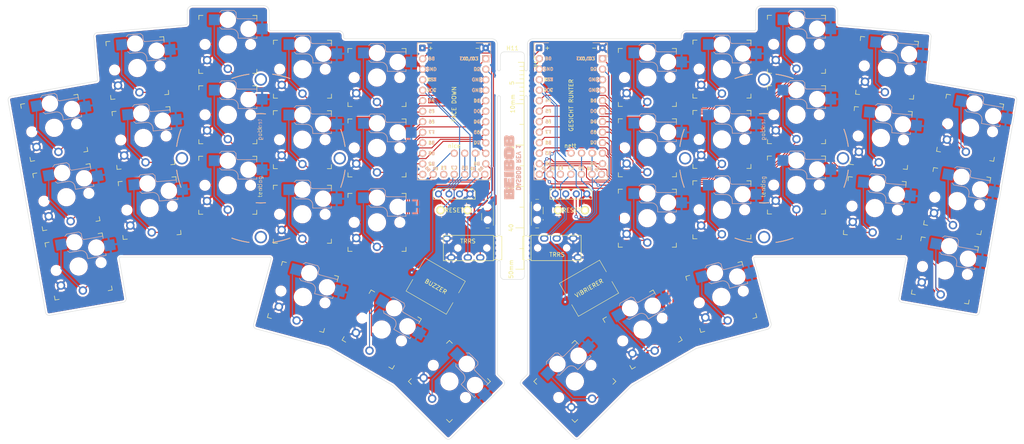
<source format=kicad_pcb>
(kicad_pcb (version 20211014) (generator pcbnew)
  (layers (0 "F.Cu" signal) (31 "B.Cu" signal) (34 "B.Paste" user) (35 "F.Paste" user) (36 "B.SilkS" user "B.Silkscreen") (37 "F.SilkS" user "F.Silkscreen") (38 "B.Mask" user) (39 "F.Mask" user) (44 "Edge.Cuts" user))
  (net 0 "")
  (net 1 "1")
  (net 2 "2")
  (net 3 "GND")
  (net 4 "RST")
  (net 5 "3")
  (net 6 "4")
  (net 7 "5")
  (net 8 "6")
  (net 9 "7")
  (net 10 "8")
  (net 11 "9")
  (net 12 "10")
  (net 13 "11")
  (net 14 "12")
  (net 15 "13")
  (net 16 "14")
  (net 17 "15")
  (net 18 "16")
  (net 19 "17")
  (net 20 "18")
  (net 21 "16a")
  (net 22 "DNG")
  (net 23 "5a")
  (net 24 "4a")
  (net 25 "3a")
  (net 26 "2a")
  (net 27 "1a")
  (net 28 "10a")
  (net 29 "9a")
  (net 30 "8a")
  (net 31 "7a")
  (net 32 "6a")
  (net 33 "15a")
  (net 34 "14a")
  (net 35 "13a")
  (net 36 "12a")
  (net 37 "11a")
  (net 38 "18a")
  (net 39 "17a")
  (net 40 "TSR")
  (net 41 "BAT")
  (net 42 "R1")
  (net 43 "VCC")
  (net 44 "P1")
  (net 46 "SOUND")
  (net 47 "P2")
  (net 48 "1R")
  (net 49 "CVV")
  (net 50 "1P")
  (net 51 "DNUOS")
  (net 52 "2P")
  (net 53 "PWR")
  (net 54 "TAB")
  (net 55 "RWP")
  (footprint "Beibob:Kailh_socket_PG1350_optional" (layer "F.Cu") (at 65.435861 75.631509 5)
    (fp_text reference "SW12")
    (fp_text value "SW_Push")
  )
  (footprint "Beibob:Kailh_socket_PG1350_optional" (layer "F.Cu") (at 137.808489 117.51306 -45)
    (fp_text reference "SW18")
    (fp_text value "SW_Push")
  )
  (footprint "Beibob:Kailh_socket_PG1350_optional" (layer "F.Cu") (at 185.575 44.07)
    (fp_text reference "SW19")
    (fp_text value "SW_Push")
  )
  (footprint "Beibob:Kailh_socket_PG1350_optional" (layer "F.Cu") (at 120.325 79.09)
    (fp_text reference "SW15")
    (fp_text value "SW_Push")
  )
  (footprint "Beibob:SW_SPDT_PCM12" (layer "F.Cu") (at 159.315 76.97 -90)
    (fp_text reference "WWS1")
    (fp_text value "SW_SPDT")
  )
  (footprint "Beibob:Kailh_socket_PG1350_optional" (layer "F.Cu") (at 263.492039 56.218304 -10)
    (fp_text reference "SW23")
    (fp_text value "SW_Push")
  )
  (footprint "Beibob:Kailh_socket_PG1350_optional" (layer "F.Cu") (at 260.372039 73.948304 -10)
    (fp_text reference "SW28")
    (fp_text value "SW_Push")
  )
  (footprint "Beibob:Kailh_socket_PG1350_optional" (layer "F.Cu") (at 102.34 42.07)
    (fp_text reference "SW4")
    (fp_text value "SW_Push")
  )
  (footprint "Beibob:Kailh_socket_PG1350_optional" (layer "F.Cu") (at 121.471233 104.970351 -30)
    (fp_text reference "SW17")
    (fp_text value "SW_Push")
  )
  (footprint "Keebio-Parts.pretty-master:I2C_Breakout" (layer "F.Cu") (at 142.78 72.22 -90)
    (fp_text reference "U3" hide)
    (fp_text value "OLED1")
  )
  (footprint "Keebio-Parts.pretty-master:I2C_Breakout" (layer "F.Cu") (at 170.97 72.2 -90)
    (fp_text reference "U4" hide)
    (fp_text value "OLED2")
  )
  (footprint "Beibob:Kailh_socket_PG1350_optional" (layer "F.Cu") (at 102.456392 97.100494 -15)
    (fp_text reference "SW16")
    (fp_text value "SW_Push" hide)
  )
  (footprint "Keebio-Parts.pretty-master:SinglePad" (layer "F.Cu") (at 141.51 62.39)
    (fp_text reference "H6" hide)
    (fp_text value "MountingHole_Pad" hide)
  )
  (footprint "Beibob:Kailh_socket_PG1350_optional" (layer "F.Cu") (at 240.473961 75.632794 -5)
    (fp_text reference "SW32")
    (fp_text value "SW_Push")
  )
  (footprint "Keebio-Parts.pretty-master:TRRS-PJ-320A" (layer "F.Cu") (at 157.51 85.26 90)
    (fp_text reference "J2")
    (fp_text value "TRRS LEFT")
  )
  (footprint "Beibob:Kailh_socket_PG1350_optional" (layer "F.Cu") (at 185.585 61.06)
    (fp_text reference "SW24")
    (fp_text value "SW_Push")
  )
  (footprint "Beibob:Kailh_socket_PG1350_optional" (layer "F.Cu") (at 184.411233 104.975351 30)
    (fp_text reference "SW35")
    (fp_text value "SW_Push")
  )
  (footprint "Beibob:Tenting_Pucksmol" (layer "F.Cu") (at 92.29 63.6)
    (fp_text reference "puck2")
    (fp_text value "Hole")
  )
  (footprint "Beibob:Tenting_Pucksmol" (layer "F.Cu") (at 213.76 63.6)
    (fp_text reference "puck1")
    (fp_text value "Hole")
  )
  (footprint "Beibob:Kailh_socket_PG1350_optional" (layer "F.Cu") (at 84.325 36.08)
    (fp_text reference "SW3")
    (fp_text value "SW_Push")
  )
  (footprint "Keebio-Parts.pretty-master:breakaway-mousebites" (layer "F.Cu") (at 156.02115 85.29 -90)
    (fp_text reference "H2" hide)
    (fp_text value "Mousebites" hide)
  )
  (footprint "Beibob:SW_ResetSW" (layer "F.Cu") (at 138.93 76.15)
    (fp_text reference "RST1" hide)
    (fp_text value "SW_Push")
  )
  (footprint "Beibob:Kailh_socket_PG1350_optional" (layer "F.Cu") (at 243.433961 41.742794 -5)
    (fp_text reference "SW22")
    (fp_text value "SW_Push")
  )
  (footprint "Keebio-Parts.pretty-master:SinglePad" (layer "F.Cu") (at 138.97 62.39)
    (fp_text reference "H3" hide)
    (fp_text value "MountingHole_Pad" hide)
  )
  (footprint "Beibob:SW_SPDT_PCM12" (layer "F.Cu") (at 146.7 76.99 90)
    (fp_text reference "SWW1")
    (fp_text value "SW_SPDT")
  )
  (footprint "Beibob:Kailh_socket_PG1350_optional" (layer "F.Cu") (at 168.08306 117.511511 45)
    (fp_text reference "SW34")
    (fp_text value "SW_Push")
  )
  (footprint "Beibob:Kailh_socket_PG1350_optional" (layer "F.Cu") (at 203.585 42.05)
    (fp_text reference "SW20")
    (fp_text value "SW_Push")
  )
  (footprint "Beibob:Kailh_socket_PG1350_optional" (layer "F.Cu") (at 203.575 76.05)
    (fp_text reference "SW30")
    (fp_text value "SW_Push")
  )
  (footprint "Beibob:Kailh_socket_PG1350_optional" (layer "F.Cu") (at 45.353207 72.999606 10)
    (fp_text reference "SW6")
    (fp_text value "SW_Push")
  )
  (footprint "Buzzer_Beeper:Buzzer_Mallory_AST1109MLTRQ" (layer "F.Cu") (at 134.5 94.5 -30)
    (fp_text reference "BZ1")
    (fp_text value "Buzzer")
  )
  (footprint "Beibob:Kailh_socket_PG1350_optional" (layer "F.Cu") (at 120.325 61.1)
    (fp_text reference "SW10")
    (fp_text value "SW_Push")
  )
  (footprint "Buzzer_Beeper:Buzzer_Mallory_AST1109MLTRQ" (layer "F.Cu") (at 171.5 95 30)
    (fp_text reference "BZ2")
    (fp_text value "Buzzer")
  )
  (footprint "Beibob:Kailh_socket_PG1350_optional" (layer "F.Cu") (at 63.95 58.7 5)
    (fp_text reference "SW7")
    (fp_text value "SW_Push")
  )
  (footprint "Beibob:Kailh_socket_PG1350_optional" (layer "F.Cu") (at 241.953961 58.692794 -5)
    (fp_text reference "SW27")
    (fp_text value "SW_Push")
  )
  (footprint "Beibob:Kailh_socket_PG1350_optional" (layer "F.Cu") (at 203.585 59.05)
    (fp_text reference "SW25")
    (fp_text value "SW_Push")
  )
  (footprint "Beibob:Kailh_socket_PG1350_optional" (layer "F.Cu") (at 84.305 70.12)
    (fp_text reference "SW13")
    (fp_text value "SW_Push")
  )
  (footprint "Beibob:Kailh_socket_PG1350_optional" (layer "F.Cu") (at 185.575 78.07)
    (fp_text reference "SW29")
    (fp_text value "SW_Push")
  )
  (footprint "Beibob:SW_ResetSW" (layer "F.Cu") (at 167.27 76.16)
    (fp_text reference "TSR1" hide)
    (fp_text value "SW_Push")
  )
  (footprint "Keebio-Parts.pretty-master:SinglePad" (layer "F.Cu") (at 167.18 62.32)
    (fp_text reference "H4" hide)
    (fp_text value "MountingHole_Pad" hide)
  )
  (footprint "Beibob:Kailh_socket_PG1350_optional" (layer "F.Cu") (at 48.308452 89.740908 10)
    (fp_text reference "SW11")
    (fp_text value "SW_Push")
  )
  (footprint "Beibob:Kailh_socket_PG1350_optional" (layer "F.Cu") (at 42.413207 56.239606 10)
    (fp_text reference "SW1")
    (fp_text value "SW_Push")
  )
  (footprint "Beibob:Kailh_socket_PG1350_optional" (layer "F.Cu") (at 62.47 41.79 5)
    (fp_text reference "SW2")
    (fp_text value "SW_Push")
  )
  (footprint "Keebio-Parts.pretty-master:SinglePad" (layer "F.Cu") (at 144.05 62.39)
    (fp_text reference "H5" hide)
    (fp_text value "MountingHole_Pad" hide)
  )
  (footprint "Keebio-Parts.pretty-master:breakaway-mousebites" (layer "F.Cu") (at 149.52115 45.48 -90)
    (fp_text reference "H10" hide)
    (fp_text value "Mousebites" hide)
  )
  (footprint "Beibob:Kailh_socket_PG1350_optional" (layer "F.Cu") (at 102.315 59.1)
    (fp_text reference "SW9")
    (fp_text value "SW_Push")
  )
  (footprint "Beibob:BAT" (layer "F.Cu") (at 131.27 36.95)
    (fp_text reference "BAT1")
    (fp_text value "Conn_01x02_Male")
  )
  (footprint "Keebio-Parts.pretty-master:TRRS-PJ-320A" (layer "F.Cu") (at 148.45 85.28 -90)
    (fp_text reference "J1")
    (fp_text value "TRRS LEFT")
  )
  (footprint "Keebio-Parts.pretty-master:breakaway-mousebites" (layer "F.Cu") (at 156.03 45.47 -90)
    (fp_text reference "H9" hide)
    (fp_text value "Mousebites" hide)
  )
  (footprint "Beibob:Kailh_socket_PG1350_optional" (layer "F.Cu") (at 203.43338 97.099626 15)
    (fp_text reference "SW36")
    (fp_text value "SW_Push")
  )
  (footprint "Keebio-Parts.pretty-master:breakaway-mousebites" (layer "F.Cu") (at 149.52 85.28 -90)
    (fp_text reference "H1" hide)
    (fp_text value "Mousebites" hide)
  )
  (footprint "Keebio-Parts.pretty-master:SinglePad" (layer "F.Cu") (at 172.24 62.33)
    (fp_text reference "H7" hide)
    (fp_text value "MountingHole_Pad" hide)
  )
  (footprint "Beibob:Kailh_socket_PG1350_optional" (layer "F.Cu") (at 120.32 44.09)
    (fp_text reference "SW5")
    (fp_text value "SW_Push")
  )
  (footprint "Calibration_Scale:Gauge_50mm_Type1_SilkScreenTop" (layer "F.Cu") (at 155.79199 40.41 -90)
    (fp_text reference "H12")
    (fp_text value "Ruler")
  )
  (footprint "Beibob:BAT" (layer "F.Cu") (at 159.44 36.91)
    (fp_text reference "TAB1")
    (fp_text value "Conn_01x02_Male")
  )
  (footprint "Beibob:Kailh_socket_PG1350_optional" (layer "F.Cu") (at 257.412039 90.698304 -10)
    (fp_text reference "SW33")
    (fp_text value "SW_Push")
  )
  (footprint "Beibob:Kailh_socket_PG1350_optional" (layer "F.Cu") (at 102.315 77.12)
    (fp_text reference "SW14")
    (fp_text value "SW_Push")
  )
  (footprint "Beibob:Kailh_socket_PG1350_optional" (layer "F.Cu") (at 221.575 70.06)
    (fp_text reference "SW31")
    (fp_text value "SW_Push")
  )
  (footprint "MountingHole:MountingHole_2.7mm_M2.5_DIN965" (layer "F.Cu") (at 153.02 40.36)
    (fp_text reference "H11")
    (fp_text value "M3 MountingHole")
  )
  (footprint "Beibob:Kailh_socket_PG1350_optional" (layer "F.Cu") (at 84.325 53.08)
    (fp_text reference "SW8")
    (fp_text value "SW_Push")
  )
  (footprint "Beibob:Kailh_socket_PG1350_optional" (layer "F.Cu") (at 221.585 53.06)
    (fp_text reference "SW26")
    (fp_text value "SW_Push")
  )
  (footprint "Keebio-Parts.pretty-master:SinglePad" (layer "F.Cu") (at 169.7 62.33)
    (fp_text reference "H8" hide)
    (fp_text value "MountingHole_Pad" hide)
  )
  (footprint "Beibob:Kailh_socket_PG1350_optional" (layer "F.Cu") (at 221.575 36.05)
    (fp_text reference "SW21")
    (fp_text value "SW_Push")
  )
  (footprint "Beibob:Elite-C" (layer "B.Cu") (at 138.97 53.51 -90)
    (fp_text reference "U1" hide)
    (fp_text value "Elite-C RIGHT" hide)
  )
  (footprint "Beibob:Elite-C" (layer "B.Cu") (at 167.14 53.48675 -90)
    (fp_text reference "U2" hide)
    (fp_text value "Elite-C LEFT" hide)
  )
  (gr_poly (pts (xy 144.342871 108.876099) (xy 144.353629 108.750938) (xy 144.372403 108.632638) (xy 144.385285 108.576182) (xy 144.400758 108.521585) (xy 144.419018 108.468897) (xy 144.44026 108.418165) (xy 144.464679 108.369437) (xy 144.492473 108.322763) (xy 144.523835 108.27819) (xy 144.558963 108.235765) (xy 144.59805 108.195539) (xy 144.641294 108.157558) (xy 144.68889 108.121872) (xy 144.741033 108.088527) (xy 144.797919 108.057573) (xy 144.859744 108.029057) (xy 144.926703 108.003029) (xy 144.998992 107.979535) (xy 145.076806 107.958625) (xy 145.160342 107.940347) (xy 145.249794 107.924748) (xy 145.34536 107.911877) (xy 145.447233 107.901783) (xy 145.55561 107.894513) (xy 145.670687 107.890115) (xy 145.792658 107.888639) (xy 146.045284 107.895137) (xy 146.163144 107.903298) (xy 146.275502 107.914765) (xy 146.382458 107.929564) (xy 146.484111 107.94772) (xy 146.580561 107.969256) (xy 146.671909 107.994199) (xy 146.758253 108.022572) (xy 146.839695 108.0544) (xy 146.916333 108.089709) (xy 146.988267 108.128522) (xy 147.055597 108.170865) (xy 147.118423 108.216762) (xy 147.176845 108.266238) (xy 147.230963 108.319317) (xy 147.280876 108.376025) (xy 147.326684 108.436387) (xy 147.368487 108.500425) (xy 147.406385 108.568167) (xy 147.440478 108.639636) (xy 147.470865 108.714856) (xy 147.497646 108.793854) (xy 147.520921 108.876653) (xy 147.54079 108.963278) (xy 147.557353 109.053754) (xy 147.580958 109.246357) (xy 147.592535 109.454661) (xy 147.592883 109.678862) (xy 147.542877 111.74412) (xy 145.424279 111.765329) (xy 145.424279 109.977233) (xy 146.579423 109.958897) (xy 146.577463 109.938935) (xy 146.574975 109.919974) (xy 146.57189 109.90199) (xy 146.568139 109.884959) (xy 146.563653 109.868858) (xy 146.558363 109.853661) (xy 146.552201 109.839345) (xy 146.545096 109.825886) (xy 146.536981 109.81326) (xy 146.527785 109.801442) (xy 146.517441 109.790408) (xy 146.505879 109.780135) (xy 146.49303 109.770598) (xy 146.478826 109.761773) (xy 146.463196 109.753636) (xy 146.446073 109.746163) (xy 146.427388 109.739329) (xy 146.40707 109.733111) (xy 146.385052 109.727485) (xy 146.361265 109.722426) (xy 146.335638 109.71791) (xy 146.308104 109.713914) (xy 146.278594 109.710412) (xy 146.247038 109.707382) (xy 146.213368 109.704798) (xy 146.177514 109.702637) (xy 146.098979 109.699487) (xy 146.010883 109.697738) (xy 145.912673 109.697198) (xy 145.844284 109.697651) (xy 145.782094 109.699181) (xy 145.725857 109.702044) (xy 145.675326 109.706496) (xy 145.630255 109.712795) (xy 145.590397 109.721195) (xy 145.555505 109.731955) (xy 145.539845 109.738299) (xy 145.525333 109.745329) (xy 145.51194 109.753077) (xy 145.499635 109.761575) (xy 145.488386 109.770855) (xy 145.478163 109.780949) (xy 145.468934 109.791889) (xy 145.460671 109.803707) (xy 145.45334 109.816435) (xy 145.446912 109.830105) (xy 145.441356 109.84475) (xy 145.43664 109.860401) (xy 145.432735 109.87709) (xy 145.429608 109.89485) (xy 145.42557 109.933708) (xy 145.424279 109.977233) (xy 145.424279 111.765329) (xy 144.379148 111.775791) (xy 144.339143 109.145462) (xy 144.338564 109.007736)) (layer "F.Cu") (width 0.063) (fill solid))
  (gr_poly (pts (xy 144.349809 98.130581) (xy 144.360417 97.983958) (xy 144.377169 97.849859) (xy 144.400367 97.728017) (xy 144.430313 97.618166) (xy 144.447912 97.567654) (xy 144.467312 97.520041) (xy 144.48855 97.475292) (xy 144.511665 97.433374) (xy 144.536694 97.394255) (xy 144.563675 97.357901) (xy 144.592646 97.324278) (xy 144.623645 97.293354) (xy 144.65671 97.265094) (xy 144.691878 97.239467) (xy 144.729187 97.216438) (xy 144.768676 97.195975) (xy 144.810382 97.178044) (xy 144.854343 97.162611) (xy 144.900596 97.149644) (xy 144.94918 97.139109) (xy 145.053492 97.125203) (xy 145.16758 97.120627) (xy 145.259976 97.121977) (xy 145.345509 97.126038) (xy 145.424542 97.132823) (xy 145.497439 97.142349) (xy 145.564564 97.154628) (xy 145.62628 97.169676) (xy 145.682952 97.187508) (xy 145.734943 97.208138) (xy 145.782617 97.231581) (xy 145.826338 97.257852) (xy 145.866469 97.286964) (xy 145.903375 97.318933) (xy 145.93742 97.353774) (xy 145.968966 97.391501) (xy 145.998378 97.432128) (xy 146.026021 97.475671) (xy 146.055204 97.426797) (xy 146.084856 97.381978) (xy 146.099968 97.36105) (xy 146.115329 97.34109) (xy 146.130982 97.322082) (xy 146.146973 97.304009) (xy 146.163345 97.286857) (xy 146.180141 97.27061) (xy 146.197407 97.255252) (xy 146.215185 97.240769) (xy 146.23352 97.227143) (xy 146.252455 97.21436) (xy 146.272035 97.202404) (xy 146.292304 97.19126) (xy 146.313305 97.180912) (xy 146.335083 97.171344) (xy 146.357681 97.162542) (xy 146.381143 97.154488) (xy 146.405514 97.147168) (xy 146.430837 97.140566) (xy 146.457156 97.134667) (xy 146.484515 97.129455) (xy 146.512959 97.124915) (xy 146.542531 97.12103) (xy 146.573274 97.117786) (xy 146.605234 97.115166) (xy 146.672977 97.111739) (xy 146.746111 97.110625) (xy 146.811961 97.112009) (xy 146.874544 97.116134) (xy 146.933933 97.122957) (xy 146.9902 97.132434) (xy 147.043419 97.144522) (xy 147.093663 97.159179) (xy 147.141003 97.176361) (xy 147.185514 97.196026) (xy 147.227269 97.21813) (xy 147.26634 97.24263) (xy 147.302799 97.269483) (xy 147.336722 97.298646) (xy 147.368179 97.330077) (xy 147.397244 97.363731) (xy 147.42399 97.399567) (xy 147.44849 97.437541) (xy 147.470817 97.477609) (xy 147.491044 97.51973) (xy 147.509243 97.563859) (xy 147.525489 97.609955) (xy 147.539853 97.657973) (xy 147.552408 97.707871) (xy 147.563228 97.759606) (xy 147.572386 97.813135) (xy 147.586005 97.925401) (xy 147.59385 98.044326) (xy 147.596504 98.169565) (xy 147.59455 98.300774) (xy 147.592883 98.300775) (xy 147.526208 100.621064) (xy 146.861125 100.6108) (xy 146.861125 99.010864) (xy 146.867266 98.966834) (xy 146.870638 98.926547) (xy 146.871263 98.907768) (xy 146.871168 98.889878) (xy 146.870344 98.872862) (xy 146.868782 98.856704) (xy 146.866473 98.841388) (xy 146.863408 98.826899) (xy 146.859577 98.813222) (xy 146.854972 98.80034) (xy 146.849583 98.788238) (xy 146.843401 98.776901) (xy 146.836416 98.766312) (xy 146.828621 98.756458) (xy 146.820005 98.747321) (xy 146.81056 98.738886) (xy 146.800275 98.731138) (xy 146.789143 98.724061) (xy 146.777154 98.71764) (xy 146.764299 98.711859) (xy 146.750568 98.706702) (xy 146.735953 98.702154) (xy 146.720444 98.6982) (xy 146.704033 98.694823) (xy 146.686709 98.692008) (xy 146.668464 98.689741) (xy 146.629175 98.686782) (xy 146.586091 98.685824) (xy 146.554099 98.686236) (xy 146.524947 98.687634) (xy 146.498544 98.690263) (xy 146.486346 98.692115) (xy 146.474801 98.694367) (xy 146.463898 98.697048) (xy 146.453626 98.700189) (xy 146.443973 98.703822) (xy 146.434929 98.707975) (xy 146.426482 98.712681) (xy 146.418621 98.717968) (xy 146.411334 98.723869) (xy 146.40461 98.730413) (xy 146.398438 98.737631) (xy 146.392806 98.745553) (xy 146.387704 98.75421) (xy 146.383119 98.763633) (xy 146.379042 98.773852) (xy 146.375459 98.784897) (xy 146.372361 98.796799) (xy 146.369736 98.809589) (xy 146.367572 98.823297) (xy 146.365858 98.837954) (xy 146.364583 98.85359) (xy 146.363735 98.870235) (xy 146.363278 98.906677) (xy 146.364396 98.947523) (xy 146.362729 98.949189) (xy 146.861125 99.010864) (xy 146.861125 100.6108) (xy 145.132576 100.584122) (xy 145.132576 98.98086) (xy 145.692646 98.95419) (xy 145.687155 98.92415) (xy 145.680603 98.895924) (xy 145.672864 98.86953) (xy 145.663814 98.844984) (xy 145.658758 98.833409) (xy 145.653328 98.822303) (xy 145.647508 98.811668) (xy 145.641282 98.801505) (xy 145.634635 98.791817) (xy 145.627551 98.782606) (xy 145.620015 98.773875) (xy 145.612011 98.765625) (xy 145.603523 98.757858) (xy 145.594536 98.750577) (xy 145.585035 98.743784) (xy 145.575004 98.73748) (xy 145.564427 98.731669) (xy 145.553289 98.726351) (xy 145.541573 98.72153) (xy 145.529266 98.717207) (xy 145.51635 98.713385) (xy 145.502811 98.710066) (xy 145.488633 98.707251) (xy 145.4738 98.704944) (xy 145.458297 98.703145) (xy 145.442108 98.701858) (xy 145.425217 98.701084) (xy 145.40761 98.700825) (xy 145.354619 98.701864) (xy 145.307392 98.704996) (xy 145.285875 98.707353) (xy 145.265719 98.710242) (xy 145.246897 98.713664) (xy 145.229385 98.717624) (xy 145.213154 98.722123) (xy 145.198178 98.727165) (xy 145.184432 98.732752) (xy 145.171887 98.738887) (xy 145.160518 98.745572) (xy 145.150299 98.75281) (xy 145.141202 98.760605) (xy 145.133201 98.768959) (xy 145.126269 98.777874) (xy 145.120381 98.787353) (xy 145.115508 98.7974) (xy 145.111626 98.808016) (xy 145.108707 98.819205) (xy 145.106724 98.830969) (xy 145.105652 98.843312) (xy 145.105463 98.856235) (xy 145.106131 98.869742) (xy 145.10763 98.883835) (xy 145.113013 98.913791) (xy 145.121399 98.946126) (xy 145.132576 98.98086) (xy 145.132576 100.584122) (xy 144.39415 100.572725) (xy 144.345811 98.462462) (xy 144.345041 98.289993)) (layer "F.Cu") (width 0.063) (fill solid))
  (gr_poly (pts (xy 144.347234 102.080853) (xy 144.356359 101.832127) (xy 144.371306 101.606334) (xy 144.391858 101.399703) (xy 144.417802 101.208465) (xy 144.448923 101.02885) (xy 144.485005 100.857087) (xy 144.525833 100.689407) (xy 145.609302 100.894433) (xy 145.610969 100.894431) (xy 145.567917 101.06193) (xy 145.529084 101.236167) (xy 145.494939 101.414194) (xy 145.465951 101.593061) (xy 145.442588 101.769818) (xy 145.425321 101.941516) (xy 145.414616 102.105205) (xy 145.410944 102.257936) (xy 145.411621 102.336275) (xy 145.412526 102.369354) (xy 145.413861 102.398656) (xy 145.415665 102.424393) (xy 145.417976 102.446777) (xy 145.420834 102.466022) (xy 145.424279 102.482338) (xy 145.428348 102.49594) (xy 145.433082 102.507039) (xy 145.438519 102.515847) (xy 145.444698 102.522578) (xy 145.451659 102.527443) (xy 145.459439 102.530655) (xy 145.46808 102.532427) (xy 145.477619 102.53297) (xy 145.482505 102.532881) (xy 145.487174 102.53257) (xy 145.491643 102.53197) (xy 145.495928 102.531017) (xy 145.500048 102.529643) (xy 145.504019 102.527784) (xy 145.505953 102.526651) (xy 145.507857 102.525373) (xy 145.509733 102.52394) (xy 145.511581 102.522344) (xy 145.513406 102.520577) (xy 145.515208 102.518631) (xy 145.51699 102.516498) (xy 145.518754 102.514169) (xy 145.522236 102.508891) (xy 145.525672 102.502732) (xy 145.529078 102.495625) (xy 145.532473 102.487505) (xy 145.535872 102.478306) (xy 145.539293 102.467962) (xy 145.542754 102.456407) (xy 145.54627 102.443574) (xy 145.54986 102.429399) (xy 145.55354 102.413815) (xy 145.557327 102.396756) (xy 145.561239 102.378156) (xy 145.565293 102.35795) (xy 145.569505 102.336071) (xy 145.573894 102.312453) (xy 145.578475 102.287031) (xy 145.588284 102.230511) (xy 145.59907 102.165981) (xy 145.610969 102.092915) (xy 145.647778 101.881865) (xy 145.683774 101.694129) (xy 145.719824 101.528367) (xy 145.756794 101.383243) (xy 145.795552 101.257419) (xy 145.836964 101.149556) (xy 145.881897 101.058315) (xy 145.905954 101.018511) (xy 145.931217 100.98236) (xy 145.957794 100.949696) (xy 145.985792 100.920352) (xy 146.015321 100.89416) (xy 146.046489 100.870953) (xy 146.079403 100.850564) (xy 146.114173 100.832825) (xy 146.150907 100.817569) (xy 146.189713 100.80463) (xy 146.273974 100.785029) (xy 146.367824 100.772686) (xy 146.47213 100.766261) (xy 146.587758 100.764416) (xy 146.660605 100.765363) (xy 146.730111 100.768297) (xy 146.796344 100.773362) (xy 146.85937 100.780698) (xy 146.919258 100.790447) (xy 146.976074 100.802752) (xy 147.029886 100.817755) (xy 147.080762 100.835597) (xy 147.128769 100.85642) (xy 147.173974 100.880367) (xy 147.216445 100.907579) (xy 147.256249 100.938197) (xy 147.293455 100.972365) (xy 147.328128 101.010224) (xy 147.360337 101.051916) (xy 147.39015 101.097583) (xy 147.417633 101.147366) (xy 147.442854 101.201408) (xy 147.46588 101.25985) (xy 147.48678 101.322835) (xy 147.505619 101.390505) (xy 147.522467 101.463) (xy 147.53739 101.540464) (xy 147.550456 101.623039) (xy 147.561732 101.710865) (xy 147.571286 101.804085) (xy 147.585496 102.007276) (xy 147.593627 102.233746) (xy 147.596217 102.484631) (xy 147.592502 102.701605) (xy 147.581502 102.928697) (xy 147.56343 103.160243) (xy 147.538502 103.390577) (xy 147.506932 103.614036) (xy 147.468936 103.824954) (xy 147.447595 103.92394) (xy 147.424728 104.017667) (xy 147.400361 104.105426) (xy 147.374523 104.18651) (xy 146.384399 104.101499) (xy 146.441297 103.923945) (xy 146.494855 103.73088) (xy 146.543764 103.527268) (xy 146.586716 103.318069) (xy 146.622401 103.108244) (xy 146.64951 102.902756) (xy 146.65944 102.803189) (xy 146.666736 102.706566) (xy 146.671233 102.613509) (xy 146.672768 102.524636) (xy 146.672513 102.507025) (xy 146.671739 102.491028) (xy 146.670439 102.47658) (xy 146.668601 102.463613) (xy 146.666216 102.452062) (xy 146.663275 102.441862) (xy 146.659767 102.432946) (xy 146.657797 102.428949) (xy 146.655683 102.425249) (xy 146.653421 102.421836) (xy 146.651013 102.418704) (xy 146.648455 102.415843) (xy 146.645747 102.413245) (xy 146.642887 102.410903) (xy 146.639875 102.408807) (xy 146.636709 102.406951) (xy 146.633388 102.405324) (xy 146.629911 102.40392) (xy 146.626276 102.40273) (xy 146.61853 102.400958) (xy 146.610138 102.399944) (xy 146.601092 102.39962) (xy 146.59545 102.399756) (xy 146.590079 102.400179) (xy 146.584966 102.400911) (xy 146.5801 102.401977) (xy 146.575469 102.4034) (xy 146.571059 102.405202) (xy 146.56686 102.407407) (xy 146.562859 102.410038) (xy 146.559043 102.413119) (xy 146.5554 102.416672) (xy 146.551918 102.42072) (xy 146.548586 102.425288) (xy 146.54539 102.430397) (xy 146.542319 102.436072) (xy 146.53936 102.442335) (xy 146.536501 102.44921) (xy 146.53373 102.45672) (xy 146.531035 102.464887) (xy 146.528403 102.473736) (xy 146.525823 102.48329) (xy 146.523281 102.493571) (xy 146.520767 102.504603) (xy 146.518267 102.516408) (xy 146.515769 102.529012) (xy 146.510733 102.556702) (xy 146.50556 102.58786) (xy 146.500152 102.622671) (xy 146.494412 102.66132) (xy 146.457989 102.889493) (xy 146.421252 103.093568) (xy 146.383305 103.274836) (xy 146.343248 103.434593) (xy 146.300182 103.574133) (xy 146.25321 103.694749) (xy 146.227979 103.748366) (xy 146.201433 103.797737) (xy 146.173462 103.843024) (xy 146.143952 103.884389) (xy 146.112792 103.921994) (xy 146.079868 103.956) (xy 146.04507 103.98657) (xy 146.008284 104.013865) (xy 145.969398 104.038046) (xy 145.9283 104.059276) (xy 145.884878 104.077717) (xy 145.839018 104.093529) (xy 145.73954 104.117918) (xy 145.628966 104.133736) (xy 145.506398 104.142278) (xy 145.370939 104.144838) (xy 145.291732 104.144026) (xy 145.216567 104.140885) (xy 145.145343 104.135292) (xy 145.077959 104.127124) (xy 145.014317 104.116259) (xy 144.954315 104.102575) (xy 144.897853 104.08595) (xy 144.844831 104.06626) (xy 144.79515 104.043384) (xy 144.748709 104.017199) (xy 144.705409 103.987583) (xy 144.665148 103.954414) (xy 144.627826 103.917568) (xy 144.593345 103.876924) (xy 144.561603 103.832359) (xy 144.532501 103.783751) (xy 144.505938 103.730978) (xy 144.481814 103.673916) (xy 144.46003 103.612444) (xy 144.440484 103.54644) (xy 144.423078 103.47578) (xy 144.40771 103.400343) (xy 144.394281 103.320006) (xy 144.38269 103.234646) (xy 144.372839 103.144142) (xy 144.364625 103.048371) (xy 144.352713 102.840538) (xy 144.346153 102.610167) (xy 144.344144 102.356281)) (layer "F.Cu") (width 0.063) (fill solid))
  (gr_poly (pts (xy 144.402485 105.04495) (xy 147.561213 104.148172) (xy 147.694429 105.78673) (xy 147.232838 105.858385) (xy 147.277844 106.373449) (xy 147.576215 106.42679) (xy 147.50954 107.976983) (xy 146.614428 107.792046) (xy 146.614428 106.248434) (xy 146.579423 105.960065) (xy 145.735985 106.088414) (xy 145.734318 106.088414) (xy 146.614428 106.248434) (xy 146.614428 107.792046) (xy 144.330809 107.320235)) (layer "F.Cu") (width 0.063) (fill solid))
  (gr_poly (pts (xy 161.55497 96.242184) (xy 158.396242 97.138962) (xy 158.263026 95.500404) (xy 158.724617 95.428749) (xy 158.679611 94.913685) (xy 158.38124 94.860344) (xy 158.447915 93.310151) (xy 159.343027 93.495088) (xy 159.343027 95.0387) (xy 159.378032 95.327069) (xy 160.22147 95.19872) (xy 160.223137 95.19872) (xy 159.343027 95.0387) (xy 159.343027 93.495088) (xy 161.626646 93.966899)) (layer "F.Cu") (width 0.063) (fill solid))
  (gr_poly (pts (xy 161.622462 106.662329) (xy 161.609193 106.871106) (xy 161.585761 107.061976) (xy 161.569897 107.150858) (xy 161.55109 107.235458) (xy 161.529203 107.315841) (xy 161.504103 107.392073) (xy 161.475654 107.464218) (xy 161.443723 107.532341) (xy 161.408174 107.596507) (xy 161.368873 107.656781) (xy 161.325686 107.713229) (xy 161.278478 107.765915) (xy 161.227113 107.814904) (xy 161.171459 107.860262) (xy 161.111379 107.902052) (xy 161.04674 107.940341) (xy 160.977406 107.975193) (xy 160.903244 108.006674) (xy 160.824118 108.034848) (xy 160.739895 108.05978) (xy 160.650438 108.081535) (xy 160.555615 108.100179) (xy 160.45529 108.115777) (xy 160.349328 108.128392) (xy 160.119958 108.144938) (xy 159.866426 108.150338) (xy 159.633901 108.145795) (xy 159.526781 108.139818) (xy 159.425544 108.131104) (xy 159.330033 108.119456) (xy 159.24009 108.104673) (xy 159.155557 108.086558) (xy 159.076275 108.064911) (xy 159.002087 108.039533) (xy 158.932834 108.010225) (xy 158.868358 107.976788) (xy 158.808501 107.939023) (xy 158.753105 107.896731) (xy 158.702012 107.849713) (xy 158.655064 107.79777) (xy 158.612103 107.740704) (xy 158.57297 107.678314) (xy 158.537508 107.610403) (xy 158.505558 107.53677) (xy 158.476962 107.457218) (xy 158.451563 107.371546) (xy 158.429202 107.279557) (xy 158.40972 107.181051) (xy 158.392961 107.075829) (xy 158.378765 106.963692) (xy 158.366975 106.844441) (xy 158.34998 106.583801) (xy 158.340711 106.292318) (xy 158.337902 105.968399) (xy 158.341949 105.700116) (xy 158.354649 105.460537) (xy 158.376842 105.24809) (xy 158.391762 105.15155) (xy 158.409369 105.061203) (xy 158.42977 104.976853) (xy 158.453069 104.898303) (xy 158.479372 104.825357) (xy 158.508783 104.757819) (xy 158.541407 104.69549) (xy 158.577349 104.638176) (xy 158.616715 104.58568) (xy 158.659609 104.537804) (xy 158.706136 104.494353) (xy 158.756401 104.455129) (xy 158.81051 104.419937) (xy 158.868567 104.388579) (xy 158.930677 104.36086) (xy 158.996946 104.336582) (xy 159.067478 104.31555) (xy 159.142377 104.297565) (xy 159.305702 104.269956) (xy 159.487759 104.252182) (xy 159.689389 104.242671) (xy 159.911432 104.23985) (xy 159.946436 104.240393) (xy 159.946436 106.066746) (xy 159.780813 106.068091) (xy 159.645956 106.072502) (xy 159.589228 106.076035) (xy 159.539188 106.080547) (xy 159.495501 106.086108) (xy 159.457833 106.092791) (xy 159.42585 106.100665) (xy 159.399216 106.109801) (xy 159.377598 106.120271) (xy 159.36066 106.132145) (xy 159.348068 106.145493) (xy 159.339489 106.160387) (xy 159.334586 106.176897) (xy 159.333026 106.195095) (xy 159.333227 106.204461) (xy 159.333909 106.213498) (xy 159.335192 106.222207) (xy 159.337197 106.23059) (xy 159.340042 106.23865) (xy 159.343849 106.246388) (xy 159.348737 106.253807) (xy 159.354826 106.260909) (xy 159.362236 106.267697) (xy 159.371086 106.274171) (xy 159.381498 106.280334) (xy 159.39359 106.286189) (xy 159.407484 106.291738) (xy 159.423297 106.296982) (xy 159.441152 106.301924) (xy 159.461167 106.306566) (xy 159.483463 106.31091) (xy 159.508159 106.314959) (xy 159.535376 106.318713) (xy 159.565233 106.322177) (xy 159.59785 106.325351) (xy 159.633348 106.328237) (xy 159.671846 106.330839) (xy 159.713464 106.333158) (xy 159.758323 106.335196) (xy 159.806541 106.336955) (xy 159.85824 106.338438) (xy 159.913538 106.339646) (xy 159.972557 106.340582) (xy 160.035415 106.341248) (xy 160.173131 106.341779) (xy 160.29802 106.340639) (xy 160.350996 106.339076) (xy 160.398081 106.336726) (xy 160.439589 106.333497) (xy 160.475835 106.329297) (xy 160.507134 106.324032) (xy 160.533801 106.317609) (xy 160.556151 106.309937) (xy 160.5745 106.300921) (xy 160.589161 106.29047) (xy 160.60045 106.27849) (xy 160.608682 106.264889) (xy 160.614172 106.249574) (xy 160.617236 106.232452) (xy 160.618187 106.21343) (xy 160.617939 106.20201) (xy 160.617144 106.191181) (xy 160.615721 106.180927) (xy 160.613593 106.171234) (xy 160.61068 106.162087) (xy 160.606902 106.153471) (xy 160.602182 106.14537) (xy 160.596439 106.13777) (xy 160.589595 106.130656) (xy 160.581571 106.124013) (xy 160.572288 106.117826) (xy 160.561666 106.11208) (xy 160.549627 106.10676) (xy 160.536091 106.101851) (xy 160.52098 106.097339) (xy 160.504214 106.093207) (xy 160.485715 106.089442) (xy 160.465403 106.086028) (xy 160.443199 106.082951) (xy 160.419025 106.080195) (xy 160.3928 106.077745) (xy 160.364447 106.075587) (xy 160.333886 106.073705) (xy 160.301038 106.072085) (xy 160.265824 106.070712) (xy 160.228164 106.06957) (xy 160.145195 106.067921) (xy 160.051496 106.06702) (xy 159.946436 106.066746) (xy 159.946436 104.240393) (xy 160.178192 104.243993) (xy 160.416329 104.257606) (xy 160.525155 104.268517) (xy 160.627416 104.28246) (xy 160.723308 104.299657) (xy 160.813029 104.320328) (xy 160.896774 104.344697) (xy 160.974742 104.372984) (xy 161.047129 104.405411) (xy 161.114131 104.442199) (xy 161.175946 104.483571) (xy 161.23277 104.529747) (xy 161.2848 104.580949) (xy 161.332234 104.637399) (xy 161.375268 104.699319) (xy 161.414099 104.76693) (xy 161.448923 104.840453) (xy 161.479938 104.92011) (xy 161.507341 105.006124) (xy 161.531328 105.098714) (xy 161.552096 105.198104) (xy 161.569842 105.304514) (xy 161.584763 105.418166) (xy 161.597056 105.539282) (xy 161.614545 105.804791) (xy 161.623883 106.102814) (xy 161.626646 106.435124)) (layer "F.Cu") (width 0.063) (fill solid))
  (gr_poly (pts (xy 161.614584 92.411035) (xy 161.603826 92.536196) (xy 161.585052 92.654496) (xy 161.57217 92.710952) (xy 161.556697 92.765549) (xy 161.538437 92.818237) (xy 161.517195 92.868969) (xy 161.492776 92.917697) (xy 161.464982 92.964371) (xy 161.43362 93.008944) (xy 161.398492 93.051369) (xy 161.359405 93.091595) (xy 161.316161 93.129576) (xy 161.268565 93.165262) (xy 161.216422 93.198607) (xy 161.159536 93.229561) (xy 161.097711 93.258077) (xy 161.030752 93.284105) (xy 160.958463 93.307599) (xy 160.880649 93.328509) (xy 160.797113 93.346787) (xy 160.707661 93.362386) (xy 160.612095 93.375257) (xy 160.510222 93.385351) (xy 160.401845 93.392621) (xy 160.286768 93.397019) (xy 160.164797 93.398495) (xy 159.912171 93.391997) (xy 159.794311 93.383836) (xy 159.681953 93.372369) (xy 159.574997 93.35757) (xy 159.473344 93.339414) (xy 159.376894 93.317878) (xy 159.285546 93.292935) (xy 159.199202 93.264562) (xy 159.11776 93.232734) (xy 159.041122 93.197425) (xy 158.969188 93.158612) (xy 158.901858 93.116269) (xy 158.839032 93.070372) (xy 158.78061 93.020896) (xy 158.726492 92.967817) (xy 158.676579 92.911109) (xy 158.630771 92.850747) (xy 158.588968 92.786709) (xy 158.55107 92.718967) (xy 158.516977 92.647498) (xy 158.48659 92.572278) (xy 158.459809 92.49328) (xy 158.436534 92.410481) (xy 158.416665 92.323856) (xy 158.400102 92.23338) (xy 158.376497 92.040777) (xy 158.36492 91.832473) (xy 158.364572 91.608272) (xy 158.414578 89.543014) (xy 160.533176 89.521805) (xy 160.533176 91.309901) (xy 159.378032 91.328237) (xy 159.379992 91.348199) (xy 159.38248 91.36716) (xy 159.385565 91.385144) (xy 159.389316 91.402175) (xy 159.393802 91.418276) (xy 159.399092 91.433473) (xy 159.405254 91.447789) (xy 159.412359 91.461248) (xy 159.420474 91.473874) (xy 159.42967 91.485692) (xy 159.440014 91.496726) (xy 159.451576 91.506999) (xy 159.464425 91.516536) (xy 159.478629 91.525361) (xy 159.494259 91.533498) (xy 159.511382 91.540971) (xy 159.530067 91.547805) (xy 159.550385 91.554023) (xy 159.572403 91.559649) (xy 159.59619 91.564708) (xy 159.621817 91.569224) (xy 159.649351 91.57322) (xy 159.678861 91.576722) (xy 159.710417 91.579752) (xy 159.744087 91.582336) (xy 159.779941 91.584497) (xy 159.858476 91.587647) (xy 159.946572 91.589396) (xy 160.044782 91.589936) (xy 160.113171 91.589483) (xy 160.175361 91.587953) (xy 160.231598 91.58509) (xy 160.282129 91.580638) (xy 160.3272 91.574339) (xy 160.367058 91.565939) (xy 160.40195 91.555179) (xy 160.41761 91.548835) (xy 160.432122 91.541805) (xy 160.445515 91.534057) (xy 160.45782 91.525559) (xy 160.469069 91.516279) (xy 160.479292 91.506185) (xy 160.488521 91.495245) (xy 160.496784 91.483427) (xy 160.504115 91.470699) (xy 160.510543 91.457029) (xy 160.516099 91.442384) (xy 160.520815 91.426733) (xy 160.52472 91.410044) (xy 160.527847 91.392284) (xy 160.531885 91.353426) (xy 160.533176 91.309901) (xy 160.533176 89.521805) (xy 161.578307 89.511343) (xy 161.618312 92.141672) (xy 161.618891 92.279398)) (layer "F.Cu") (width 0.063) (fill solid))
  (gr_poly (pts (xy 161.607646 103.156553) (xy 161.597038 103.303176) (xy 161.580286 103.437275) (xy 161.557088 103.559117) (xy 161.527142 103.668968) (xy 161.509543 103.71948) (xy 161.490143 103.767093) (xy 161.468905 103.811842) (xy 161.44579 103.85376) (xy 161.420761 103.892879) (xy 161.39378 103.929233) (xy 161.364809 103.962856) (xy 161.33381 103.99378) (xy 161.300745 104.02204) (xy 161.265577 104.047667) (xy 161.228268 104.070696) (xy 161.188779 104.091159) (xy 161.147073 104.10909) (xy 161.103112 104.124523) (xy 161.056859 104.13749) (xy 161.008275 104.148025) (xy 160.903963 104.161931) (xy 160.789875 104.166507) (xy 160.697479 104.165157) (xy 160.611946 104.161096) (xy 160.532913 104.154311) (xy 160.460016 104.144785) (xy 160.392891 104.132506) (xy 160.331175 104.117458) (xy 160.274503 104.099626) (xy 160.222512 104.078996) (xy 160.174838 104.055553) (xy 160.131117 104.029282) (xy 160.090986 104.00017) (xy 160.05408 103.968201) (xy 160.020035 103.93336) (xy 159.988489 103.895633) (xy 159.959077 103.855006) (xy 159.931434 103.811463) (xy 159.902251 103.860337) (xy 159.872599 103.905156) (xy 159.857487 103.926084) (xy 159.842126 103.946044) (xy 159.826473 103.965052) (xy 159.810482 103.983125) (xy 159.79411 104.000277) (xy 159.777314 104.016524) (xy 159.760048 104.031882) (xy 159.74227 104.046365) (xy 159.723935 104.059991) (xy 159.705 104.072774) (xy 159.68542 104.08473) (xy 159.665151 104.095874) (xy 159.64415 104.106222) (xy 159.622372 104.11579) (xy 159.599774 104.124592) (xy 159.576312 104.132646) (xy 159.551941 104.139966) (xy 159.526618 104.146568) (xy 159.500299 104.152467) (xy 159.47294 104.157679) (xy 159.444496 104.162219) (xy 159.414924 104.166104) (xy 159.384181 104.169348) (xy 159.352221 104.171968) (xy 159.284478 104.175395) (xy 159.211344 104.176509) (xy 159.145494 104.175125) (xy 159.082911 104.171) (xy 159.023522 104.164177) (xy 158.967255 104.1547) (xy 158.914036 104.142612) (xy 158.863792 104.127955) (xy 158.816452 104.110773) (xy 158.771941 104.091108) (xy 158.730186 104.069004) (xy 158.691115 104.044504) (xy 158.654656 104.017651) (xy 158.620733 103.988488) (xy 158.589276 103.957057) (xy 158.560211 103.923403) (xy 158.533465 103.887567) (xy 158.508965 103.849593) (xy 158.486638 103.809525) (xy 158.466411 103.767404) (xy 158.448212 103.723275) (xy 158.431966 103.677179) (xy 158.417602 103.629161) (xy 158.405047 103.579263) (xy 158.394227 103.527528) (xy 158.385069 103.473999) (xy 158.37145 103.361733) (xy 158.363605 103.242808) (xy 158.360951 103.117569) (xy 158.362905 102.98636) (xy 158.364572 102.986359) (xy 158.431247 100.66607) (xy 159.09633 100.676334) (xy 159.09633 102.27627) (xy 159.090189 102.3203) (xy 159.086817 102.360587) (xy 159.086192 102.379366) (xy 159.086287 102.397256) (xy 159.087111 102.414272) (xy 159.088673 102.43043) (xy 159.090982 102.445746) (xy 159.094047 102.460235) (xy 159.097878 102.473912) (xy 159.102483 102.486794) (xy 159.107872 102.498896) (xy 159.114054 102.510233) (xy 159.121039 102.520822) (xy 159.128834 102.530676) (xy 159.13745 102.539813) (xy 159.146895 102.548248) (xy 159.15718 102.555996) (xy 159.168312 102.563073) (xy 159.180301 102.569494) (xy 159.193156 102.575275) (xy 159.206887 102.580432) (xy 159.221502 102.58498) (xy 159.237011 102.588934) (xy 159.253422 102.592311) (xy 159.270746 102.595126) (xy 159.288991 102.597393) (xy 159.32828 102.600352) (xy 159.371364 102.60131) (xy 159.403356 102.600898) (xy 159.432508 102.5995) (xy 159.458911 102.596871) (xy 159.471109 102.595019) (xy 159.482654 102.592767) (xy 159.493557 102.590086) (xy 159.503829 102.586945) (xy 159.513482 102.583312) (xy 159.522526 102.579159) (xy 159.530973 102.574453) (xy 159.538834 102.569166) (xy 159.546121 102.563265) (xy 159.552845 102.556721) (xy 159.559017 102.549503) (xy 159.564649 102.541581) (xy 159.569751 102.532924) (xy 159.574336 102.523501) (xy 159.578413 102.513282) (xy 159.581996 102.502237) (xy 159.585094 102.490335) (xy 159.587719 102.477545) (xy 159.589883 102.463837) (xy 159.591597 102.44918) (xy 159.592872 102.433544) (xy 159.59372 102.416899) (xy 159.594177 102.380457) (xy 159.593059 102.339611) (xy 159.594726 102.337945) (xy 159.09633 102.27627) (xy 159.09633 100.676334) (xy 160.824879 100.703012) (xy 160.824879 102.306274) (xy 160.264809 102.332944) (xy 160.2703 102.362984) (xy 160.276852 102.39121) (xy 160.284591 102.417604) (xy 160.293641 102.44215) (xy 160.298697 102.453725) (xy 160.304127 102.464831) (xy 160.309947 102.475466) (xy 160.316173 102.485629) (xy 160.32282 102.495317) (xy 160.329904 102.504528) (xy 160.33744 102.513259) (xy 160.345444 102.521509) (xy 160.353932 102.529276) (xy 160.362919 102.536557) (xy 160.37242 102.54335) (xy 160.382451 102.549654) (xy 160.393028 102.555465) (xy 160.404166 102.560783) (xy 160.415882 102.565604) (xy 160.428189 102.569927) (xy 160.441105 102.573749) (xy 160.454644 102.577068) (xy 160.468822 102.579883) (xy 160.483655 102.58219) (xy 160.499158 102.583989) (xy 160.515347 102.585276) (xy 160.532238 102.58605) (xy 160.549845 102.586309) (xy 160.602836 102.58527) (xy 160.650063 102.582138) (xy 160.67158 102.579781) (xy 160.691736 102.576892) (xy 160.710558 102.57347) (xy 160.72807 102.56951) (xy 160.744301 102.565011) (xy 160.759277 102.559969) (xy 160.773023 102.554382) (xy 160.785568 102.548247) (xy 160.796937 102.541562) (xy 160.807156 102.534324) (xy 160.816253 102.526529) (xy 160.824254 102.518175) (xy 160.831186 102.50926) (xy 160.837074 102.499781) (xy 160.841947 102.489734) (xy 160.845829 102.479118) (xy 160.848748 102.467929) (xy 160.850731 102.456165) (xy 160.851803 102.443822) (xy 160.851992 102.430899) (xy 160.851324 102.417392) (xy 160.849825 102.403299) (xy 160.844442 102.373343) (xy 160.836056 102.341008) (xy 160.824879 102.306274) (xy 160.824879 100.703012) (xy 161.563305 100.714409) (xy 161.611644 102.824672) (xy 161.612414 102.997141)) (layer "F.Cu") (width 0.063) (fill solid))
  (gr_poly (pts (xy 144.334993 94.624805) (xy 144.348262 94.416028) (xy 144.371694 94.225158) (xy 144.387558 94.136276) (xy 144.406365 94.051676) (xy 144.428252 93.971293) (xy 144.453352 93.895061) (xy 144.481801 93.822916) (xy 144.513732 93.754793) (xy 144.549281 93.690627) (xy 144.588582 93.630353) (xy 144.631769 93.573905) (xy 144.678977 93.521219) (xy 144.730342 93.47223) (xy 144.785996 93.426872) (xy 144.846076 93.385082) (xy 144.910715 93.346793) (xy 144.980049 93.311941) (xy 145.054211 93.28046) (xy 145.133337 93.252286) (xy 145.21756 93.227354) (xy 145.307017 93.205599) (xy 145.40184 93.186955) (xy 145.502165 93.171357) (xy 145.608127 93.158742) (xy 145.837497 93.142196) (xy 146.091029 93.136796) (xy 146.323554 93.141339) (xy 146.430674 93.147316) (xy 146.531911 93.15603) (xy 146.627422 93.167678) (xy 146.717365 93.182461) (xy 146.801898 93.200576) (xy 146.88118 93.222223) (xy 146.955368 93.247601) (xy 147.024621 93.276909) (xy 147.089097 93.310346) (xy 147.148954 93.348111) (xy 147.20435 93.390403) (xy 147.255443 93.437421) (xy 147.302391 93.489364) (xy 147.345352 93.54643) (xy 147.384485 93.60882) (xy 147.419947 93.676731) (xy 147.451897 93.750364) (xy 147.480493 93.829916) (xy 147.505892 93.915588) (xy 147.528253 94.007577) (xy 147.547735 94.106083) (xy 147.564494 94.211305) (xy 147.57869 94.323442) (xy 147.59048 94.442693) (xy 147.607475 94.703333) (xy 147.616744 94.994816) (xy 147.619553 95.318735) (xy 147.615506 95.587018) (xy 147.602806 95.826597) (xy 147.580613 96.039044) (xy 147.565693 96.135584) (xy 147.548086 96.225931) (xy 147.527685 96.310281) (xy 147.504386 96.388831) (xy 147.478083 96.461777) (xy 147.448672 96.529315) (xy 147.416048 96.591644) (xy 147.380106 96.648958) (xy 147.34074 96.701454) (xy 147.297846 96.74933) (xy 147.251319 96.792781) (xy 147.201054 96.832005) (xy 147.146945 96.867197) (xy 147.088888 96.898555) (xy 147.026778 96.926274) (xy 146.960509 96.950552) (xy 146.889977 96.971584) (xy 146.815078 96.989569) (xy 146.651753 97.017178) (xy 146.469696 97.034952) (xy 146.268066 97.044463) (xy 146.046023 97.047284) (xy 146.011019 97.046741) (xy 146.011019 95.220388) (xy 146.176642 95.219043) (xy 146.311499 95.214632) (xy 146.368227 95.211099) (xy 146.418267 95.206587) (xy 146.461954 95.201026) (xy 146.499622 95.194343) (xy 146.531605 95.186469) (xy 146.558239 95.177333) (xy 146.579857 95.166863) (xy 146.596795 95.154989) (xy 146.609387 95.141641) (xy 146.617966 95.126747) (xy 146.622869 95.110237) (xy 146.624429 95.092039) (xy 146.624228 95.082673) (xy 146.623546 95.073636) (xy 146.622263 95.064927) (xy 146.620258 95.056544) (xy 146.617413 95.048484) (xy 146.613606 95.040746) (xy 146.608718 95.033327) (xy 146.602629 95.026225) (xy 146.595219 95.019437) (xy 146.586369 95.012963) (xy 146.575957 95.0068) (xy 146.563865 95.000945) (xy 146.549971 94.995396) (xy 146.534158 94.990152) (xy 146.516303 94.98521) (xy 146.496288 94.980568) (xy 146.473992 94.976224) (xy 146.449296 94.972175) (xy 146.422079 94.968421) (xy 146.392222 94.964957) (xy 146.359605 94.961783) (xy 146.324107 94.958897) (xy 146.285609 94.956295) (xy 146.243991 94.953976) (xy 146.199132 94.951938) (xy 146.150914 94.950179) (xy 146.099215 94.948696) (xy 146.043917 94.947488) (xy 145.984898 94.946552) (xy 145.92204 94.945886) (xy 145.784324 94.945355) (xy 145.659435 94.946495) (xy 145.606459 94.948058) (xy 145.559374 94.950408) (xy 145.517866 94.953637) (xy 145.48162 94.957837) (xy 145.450321 94.963102) (xy 145.423654 94.969525) (xy 145.401304 94.977197) (xy 145.382955 94.986213) (xy 145.368294 94.996664) (xy 145.357005 95.008644) (xy 145.348773 95.022245) (xy 145.343283 95.03756) (xy 145.340219 95.054682) (xy 145.339268 95.073704) (xy 145.339516 95.085124) (xy 145.340311 95.095953) (xy 145.341734 95.106207) (xy 145.343862 95.1159) (xy 145.346775 95.125047) (xy 145.350553 95.133663) (xy 145.355273 95.141764) (xy 145.361016 95.149364) (xy 145.36786 95.156478) (xy 145.375884 95.163121) (xy 145.385167 95.169308) (xy 145.395789 95.175054) (xy 145.407828 95.180374) (xy 145.421364 95.185283) (xy 145.436475 95.189795) (xy 145.453241 95.193927) (xy 145.47174 95.197692) (xy 145.492052 95.201106) (xy 145.514256 95.204183) (xy 145.53843 95.206939) (xy 145.564655 95.209389) (xy 145.593008 95.211547) (xy 145.623569 95.213429) (xy 145.656417 95.215049) (xy 145.691631 95.216422) (xy 145.729291 95.217564) (xy 145.81226 95.219213) (xy 145.905959 95.220114) (xy 146.011019 95.220388) (xy 146.011019 97.046741) (xy 145.779263 97.043141) (xy 145.541126 97.029528) (xy 145.4323 97.018617) (xy 145.330039 97.004674) (xy 145.234147 96.987477) (xy 145.144426 96.966806) (xy 145.060681 96.942437) (xy 144.982713 96.91415) (xy 144.910326 96.881723) (xy 144.843324 96.844935) (xy 144.781509 96.803563) (xy 144.724685 96.757387) (xy 144.672655 96.706185) (xy 144.625221 96.649735) (xy 144.582187 96.587815) (xy 144.543356 96.520204) (xy 144.508532 96.446681) (xy 144.477517 96.367024) (xy 144.450114 96.28101) (xy 144.426127 96.18842) (xy 144.405359 96.08903) (xy 144.387613 95.98262) (xy 144.372692 95.868968) (xy 144.360399 95.747852) (xy 144.34291 95.482343) (xy 144.333572 95.18432) (xy 144.330809 94.85201)) (layer "F.Cu") (width 0.063) (fill solid))
  (gr_poly (pts (xy 161.607646 110.755835) (xy 161.597038 110.902458) (xy 161.580286 111.036557) (xy 161.557088 111.158398) (xy 161.527142 111.268249) (xy 161.509543 111.318761) (xy 161.490143 111.366374) (xy 161.468905 111.411123) (xy 161.44579 111.453041) (xy 161.420761 111.49216) (xy 161.39378 111.528514) (xy 161.364809 111.562137) (xy 161.33381 111.593061) (xy 161.300745 111.621321) (xy 161.265577 111.646948) (xy 161.228268 111.669977) (xy 161.188779 111.69044) (xy 161.147073 111.708372) (xy 161.103112 111.723804) (xy 161.056859 111.736771) (xy 161.008275 111.747306) (xy 160.903963 111.761212) (xy 160.789875 111.765788) (xy 160.697479 111.764438) (xy 160.611946 111.760377) (xy 160.532913 111.753592) (xy 160.460016 111.744067) (xy 160.392891 111.731787) (xy 160.331175 111.716739) (xy 160.274503 111.698907) (xy 160.222512 111.678277) (xy 160.174838 111.654834) (xy 160.131117 111.628563) (xy 160.090986 111.599451) (xy 160.05408 111.567481) (xy 160.020035 111.532641) (xy 159.988489 111.494914) (xy 159.959077 111.454286) (xy 159.931434 111.410743) (xy 159.902251 111.459618) (xy 159.872599 111.504437) (xy 159.857487 111.525364) (xy 159.842126 111.545325) (xy 159.826473 111.564334) (xy 159.810482 111.582406) (xy 159.79411 111.599558) (xy 159.777314 111.615805) (xy 159.760048 111.631163) (xy 159.74227 111.645647) (xy 159.723935 111.659272) (xy 159.705 111.672055) (xy 159.68542 111.684011) (xy 159.665151 111.695155) (xy 159.64415 111.705503) (xy 159.622372 111.715071) (xy 159.599774 111.723874) (xy 159.576312 111.731928) (xy 159.551941 111.739247) (xy 159.526618 111.745849) (xy 159.500299 111.751748) (xy 159.47294 111.75696) (xy 159.444496 111.761501) (xy 159.414924 111.765385) (xy 159.384181 111.76863) (xy 159.352221 111.771249) (xy 159.284478 111.774676) (xy 159.211344 111.775791) (xy 159.145494 111.774406) (xy 159.082911 111.770281) (xy 159.023522 111.763458) (xy 158.967255 111.753981) (xy 158.914036 111.741893) (xy 158.863792 111.727236) (xy 158.816452 111.710054) (xy 158.771941 111.690389) (xy 158.730186 111.668285) (xy 158.691115 111.643785) (xy 158.654656 111.616932) (xy 158.620733 111.587768) (xy 158.589276 111.556338) (xy 158.560211 111.522683) (xy 158.533465 111.486847) (xy 158.508965 111.448874) (xy 158.486638 111.408805) (xy 158.466411 111.366684) (xy 158.448212 111.322555) (xy 158.431966 111.276459) (xy 158.417602 111.228441) (xy 158.405047 111.178543) (xy 158.394227 111.126808) (xy 158.385069 111.07328) (xy 158.37145 110.961014) (xy 158.363605 110.842089) (xy 158.360951 110.71685) (xy 158.362905 110.585641) (xy 158.364572 110.583976) (xy 158.431247 108.265352) (xy 159.09633 108.275617) (xy 159.09633 109.873887) (xy 159.090189 109.917917) (xy 159.086817 109.958204) (xy 159.086192 109.976983) (xy 159.086287 109.994872) (xy 159.087111 110.011888) (xy 159.088673 110.028046) (xy 159.090982 110.043362) (xy 159.094047 110.057851) (xy 159.097878 110.071528) (xy 159.102483 110.08441) (xy 159.107872 110.096512) (xy 159.114054 110.107849) (xy 159.121039 110.118438) (xy 159.128834 110.128292) (xy 159.13745 110.137429) (xy 159.146895 110.145864) (xy 159.15718 110.153612) (xy 159.168312 110.160689) (xy 159.180301 110.16711) (xy 159.193156 110.172891) (xy 159.206887 110.178048) (xy 159.221502 110.182596) (xy 159.237011 110.18655) (xy 159.253422 110.189927) (xy 159.270746 110.192741) (xy 159.288991 110.195009) (xy 159.32828 110.197967) (xy 159.371364 110.198926) (xy 159.403356 110.198514) (xy 159.432508 110.197116) (xy 159.458911 110.194487) (xy 159.471109 110.192634) (xy 159.482654 110.190383) (xy 159.493557 110.187702) (xy 159.503829 110.18456) (xy 159.513482 110.180928) (xy 159.522526 110.176775) (xy 159.530973 110.172069) (xy 159.538834 110.166782) (xy 159.546121 110.160881) (xy 159.552845 110.154337) (xy 159.559017 110.147119) (xy 159.564649 110.139197) (xy 159.569751 110.13054) (xy 159.574336 110.121117) (xy 159.578413 110.110898) (xy 159.581996 110.099853) (xy 159.585094 110.087951) (xy 159.587719 110.075161) (xy 159.589883 110.061453) (xy 159.591597 110.046797) (xy 159.592872 110.031161) (xy 159.59372 110.014516) (xy 159.594177 109.978074) (xy 159.593059 109.937228) (xy 159.594726 109.935562) (xy 159.09633 109.873887) (xy 159.09633 108.275617) (xy 160.824879 108.302295) (xy 160.824879 109.90389) (xy 160.264809 109.930561) (xy 160.2703 109.960601) (xy 160.276852 109.988826) (xy 160.284591 110.015221) (xy 160.293641 110.039767) (xy 160.298697 110.051341) (xy 160.304127 110.062447) (xy 160.309947 110.073083) (xy 160.316173 110.083245) (xy 160.32282 110.092933) (xy 160.329904 110.102144) (xy 160.33744 110.110875) (xy 160.345444 110.119125) (xy 160.353932 110.126892) (xy 160.362919 110.134173) (xy 160.37242 110.140966) (xy 160.382451 110.14727) (xy 160.393028 110.153081) (xy 160.404166 110.158399) (xy 160.415882 110.16322) (xy 160.428189 110.167542) (xy 160.441105 110.171365) (xy 160.454644 110.174684) (xy 160.468822 110.177499) (xy 160.483655 110.179806) (xy 160.499158 110.181605) (xy 160.515347 110.182892) (xy 160.532238 110.183666) (xy 160.549845 110.183925) (xy 160.602836 110.182886) (xy 160.650063 110.179754) (xy 160.67158 110.177397) (xy 160.691736 110.174508) (xy 160.710558 110.171085) (xy 160.72807 110.167126) (xy 160.744301 110.162626) (xy 160.759277 110.157585) (xy 160.773023 110.151998) (xy 160.785568 110.145863) (xy 160.796937 110.139178) (xy 160.807156 110.131939) (xy 160.816253 110.124145) (xy 160.824254 110.115791) (xy 160.831186 110.106876) (xy 160.837074 110.097397) (xy 160.841947 110.08735) (xy 160.845829 110.076734) (xy 160.848748 110.065545) (xy 160.850731 110.05378) (xy 160.851803 110.041438) (xy 160.851992 110.028515) (xy 160.851324 110.015008) (xy 160.849825 110.000915) (xy 160.844442 109.970959) (xy 160.836056 109.938624) (xy 160.824879 109.90389) (xy 160.824879 108.302295) (xy 161.563305 108.313691) (xy 161.611644 110.423955) (xy 161.612414 110.596423)) (layer "F.Cu") (width 0.063) (fill solid))
  (gr_poly (pts (xy 158.262892 95.500424) (xy 158.262892 95.498758) (xy 158.263026 95.500404)) (layer "F.Cu") (width 0.063) (fill solid))
  (gr_poly (pts (xy 144.349809 90.531299) (xy 144.360417 90.384676) (xy 144.377169 90.250577) (xy 144.400367 90.128736) (xy 144.430313 90.018885) (xy 144.447912 89.968373) (xy 144.467312 89.92076) (xy 144.48855 89.876011) (xy 144.511665 89.834093) (xy 144.536694 89.794974) (xy 144.563675 89.75862) (xy 144.592646 89.724997) (xy 144.623645 89.694073) (xy 144.65671 89.665813) (xy 144.691878 89.640186) (xy 144.729187 89.617157) (xy 144.768676 89.596694) (xy 144.810382 89.578762) (xy 144.854343 89.56333) (xy 144.900596 89.550363) (xy 144.94918 89.539828) (xy 145.053492 89.525922) (xy 145.16758 89.521346) (xy 145.259976 89.522696) (xy 145.345509 89.526757) (xy 145.424542 89.533542) (xy 145.497439 89.543067) (xy 145.564564 89.555347) (xy 145.62628 89.570395) (xy 145.682952 89.588227) (xy 145.734943 89.608857) (xy 145.782617 89.6323) (xy 145.826338 89.658571) (xy 145.866469 89.687683) (xy 145.903375 89.719653) (xy 145.93742 89.754493) (xy 145.968966 89.79222) (xy 145.998378 89.832848) (xy 146.026021 89.876391) (xy 146.055204 89.827516) (xy 146.084856 89.782697) (xy 146.099968 89.76177) (xy 146.115329 89.741809) (xy 146.130982 89.7228) (xy 146.146973 89.704728) (xy 146.163345 89.687576) (xy 146.180141 89.671329) (xy 146.197407 89.655971) (xy 146.215185 89.641487) (xy 146.23352 89.627862) (xy 146.252455 89.615079) (xy 146.272035 89.603123) (xy 146.292304 89.591979) (xy 146.313305 89.581631) (xy 146.335083 89.572063) (xy 146.357681 89.56326) (xy 146.381143 89.555206) (xy 146.405514 89.547887) (xy 146.430837 89.541285) (xy 146.457156 89.535386) (xy 146.484515 89.530174) (xy 146.512959 89.525633) (xy 146.542531 89.521749) (xy 146.573274 89.518504) (xy 146.605234 89.515885) (xy 146.672977 89.512458) (xy 146.746111 89.511343) (xy 146.811961 89.512728) (xy 146.874544 89.516853) (xy 146.933933 89.523676) (xy 146.9902 89.533153) (xy 147.043419 89.545241) (xy 147.093663 89.559898) (xy 147.141003 89.57708) (xy 147.185514 89.596745) (xy 147.227269 89.618849) (xy 147.26634 89.643349) (xy 147.302799 89.670202) (xy 147.336722 89.699366) (xy 147.368179 89.730796) (xy 147.397244 89.764451) (xy 147.42399 89.800287) (xy 147.44849 89.83826) (xy 147.470817 89.878329) (xy 147.491044 89.92045) (xy 147.509243 89.964579) (xy 147.525489 90.010675) (xy 147.539853 90.058693) (xy 147.552408 90.108591) (xy 147.563228 90.160326) (xy 147.572386 90.213854) (xy 147.586005 90.32612) (xy 147.59385 90.445045) (xy 147.596504 90.570284) (xy 147.59455 90.701493) (xy 147.592883 90.703158) (xy 147.526208 93.021782) (xy 146.861125 93.011517) (xy 146.861125 91.413247) (xy 146.867266 91.369217) (xy 146.870638 91.32893) (xy 146.871263 91.310151) (xy 146.871168 91.292262) (xy 146.870344 91.275246) (xy 146.868782 91.259088) (xy 146.866473 91.243772) (xy 146.863408 91.229283) (xy 146.859577 91.215606) (xy 146.854972 91.202724) (xy 146.849583 91.190622) (xy 146.843401 91.179285) (xy 146.836416 91.168696) (xy 146.828621 91.158842) (xy 146.820005 91.149705) (xy 146.81056 91.14127) (xy 146.800275 91.133522) (xy 146.789143 91.126445) (xy 146.777154 91.120024) (xy 146.764299 91.114243) (xy 146.750568 91.109086) (xy 146.735953 91.104538) (xy 146.720444 91.100584) (xy 146.704033 91.097207) (xy 146.686709 91.094393) (xy 146.668464 91.092125) (xy 146.629175 91.089167) (xy 146.586091 91.088208) (xy 146.554099 91.08862) (xy 146.524947 91.090018) (xy 146.498544 91.092647) (xy 146.486346 91.0945) (xy 146.474801 91.096751) (xy 146.463898 91.099432) (xy 146.453626 91.102574) (xy 146.443973 91.106206) (xy 146.434929 91.110359) (xy 146.426482 91.115065) (xy 146.418621 91.120352) (xy 146.411334 91.126253) (xy 146.40461 91.132797) (xy 146.398438 91.140015) (xy 146.392806 91.147937) (xy 146.387704 91.156594) (xy 146.383119 91.166017) (xy 146.379042 91.176236) (xy 146.375459 91.187281) (xy 146.372361 91.199183) (xy 146.369736 91.211973) (xy 146.367572 91.225681) (xy 146.365858 91.240337) (xy 146.364583 91.255973) (xy 146.363735 91.272618) (xy 146.363278 91.30906) (xy 146.364396 91.349906) (xy 146.362729 91.351572) (xy 146.861125 91.413247) (xy 146.861125 93.011517) (xy 145.132576 92.984839) (xy 145.132576 91.383244) (xy 145.692646 91.356573) (xy 145.687155 91.326533) (xy 145.680603 91.298308) (xy 145.672864 91.271913) (xy 145.663814 91.247367) (xy 145.658758 91.235793) (xy 145.653328 91.224687) (xy 145.647508 91.214051) (xy 145.641282 91.203889) (xy 145.634635 91.194201) (xy 145.627551 91.18499) (xy 145.620015 91.176259) (xy 145.612011 91.168009) (xy 145.603523 91.160242) (xy 145.594536 91.152961) (xy 145.585035 91.146168) (xy 145.575004 91.139864) (xy 145.564427 91.134053) (xy 145.553289 91.128735) (xy 145.541573 91.123914) (xy 145.529266 91.119592) (xy 145.51635 91.115769) (xy 145.502811 91.11245) (xy 145.488633 91.109635) (xy 145.4738 91.107328) (xy 145.458297 91.105529) (xy 145.442108 91.104242) (xy 145.425217 91.103468) (xy 145.40761 91.103209) (xy 145.354619 91.104248) (xy 145.307392 91.10738) (xy 145.285875 91.109737) (xy 145.265719 91.112626) (xy 145.246897 91.116049) (xy 145.229385 91.120008) (xy 145.213154 91.124508) (xy 145.198178 91.129549) (xy 145.184432 91.135136) (xy 145.171887 91.141271) (xy 145.160518 91.147956) (xy 145.150299 91.155195) (xy 145.141202 91.162989) (xy 145.133201 91.171343) (xy 145.126269 91.180258) (xy 145.120381 91.189737) (xy 145.115508 91.199784) (xy 145.111626 91.2104) (xy 145.108707 91.221589) (xy 145.106724 91.233354) (xy 145.105652 91.245696) (xy 145.105463 91.258619) (xy 145.106131 91.272126) (xy 145.10763 91.286219) (xy 145.113013 91.316175) (xy 145.121399 91.34851) (xy 145.132576 91.383244) (xy 145.132576 92.984839) (xy 144.39415 92.973443) (xy 144.345811 90.863179) (xy 144.345041 90.690711)) (layer "F.Cu") (width 0.063) (fill solid))
  (gr_poly (pts (xy 161.610221 99.206281) (xy 161.601096 99.455007) (xy 161.586149 99.6808) (xy 161.565597 99.887431) (xy 161.539653 100.078669) (xy 161.508532 100.258284) (xy 161.47245 100.430047) (xy 161.431622 100.597727) (xy 160.348153 100.392701) (xy 160.346486 100.392703) (xy 160.389538 100.225204) (xy 160.428371 100.050967) (xy 160.462516 99.87294) (xy 160.491504 99.694073) (xy 160.514867 99.517316) (xy 160.532134 99.345618) (xy 160.542839 99.181929) (xy 160.546511 99.029198) (xy 160.545834 98.950859) (xy 160.544929 98.91778) (xy 160.543594 98.888478) (xy 160.54179 98.862741) (xy 160.539479 98.840357) (xy 160.536621 98.821112) (xy 160.533176 98.804796) (xy 160.529107 98.791194) (xy 160.524373 98.780095) (xy 160.518936 98.771287) (xy 160.512757 98.764556) (xy 160.505796 98.759691) (xy 160.498016 98.756479) (xy 160.489375 98.754707) (xy 160.479836 98.754164) (xy 160.47495 98.754253) (xy 160.470281 98.754564) (xy 160.465812 98.755164) (xy 160.461527 98.756117) (xy 160.457407 98.757491) (xy 160.453436 98.75935) (xy 160.451502 98.760483) (xy 160.449598 98.761761) (xy 160.447722 98.763194) (xy 160.445874 98.76479) (xy 160.444049 98.766557) (xy 160.442247 98.768503) (xy 160.440465 98.770636) (xy 160.438701 98.772965) (xy 160.435219 98.778243) (xy 160.431783 98.784402) (xy 160.428377 98.791509) (xy 160.424982 98.799629) (xy 160.421583 98.808828) (xy 160.418162 98.819172) (xy 160.414701 98.830727) (xy 160.411185 98.84356) (xy 160.407595 98.857735) (xy 160.403915 98.873319) (xy 160.400128 98.890378) (xy 160.396216 98.908978) (xy 160.392162 98.929184) (xy 160.38795 98.951063) (xy 160.383561 98.974681) (xy 160.37898 99.000103) (xy 160.369171 99.056623) (xy 160.358385 99.121153) (xy 160.346486 99.194219) (xy 160.309677 99.405269) (xy 160.273681 99.593005) (xy 160.237631 99.758767) (xy 160.200661 99.903891) (xy 160.161903 100.029715) (xy 160.120491 100.137578) (xy 160.075558 100.228819) (xy 160.051501 100.268623) (xy 160.026238 100.304774) (xy 159.999661 100.337438) (xy 159.971663 100.366782) (xy 159.942134 100.392974) (xy 159.910966 100.416181) (xy 159.878052 100.43657) (xy 159.843282 100.454309) (xy 159.806548 100.469565) (xy 159.767742 100.482504) (xy 159.683481 100.502105) (xy 159.589631 100.514448) (xy 159.485325 100.520873) (xy 159.369697 100.522718) (xy 159.29685 100.521771) (xy 159.227344 100.518837) (xy 159.161111 100.513772) (xy 159.098085 100.506436) (xy 159.038197 100.496687) (xy 158.981381 100.484382) (xy 158.927569 100.469379) (xy 158.876693 100.451537) (xy 158.828686 100.430714) (xy 158.783481 100.406767) (xy 158.74101 100.379555) (xy 158.701206 100.348937) (xy 158.664 100.314769) (xy 158.629327 100.27691) (xy 158.597118 100.235218) (xy 158.567305 100.189551) (xy 158.539822 100.139768) (xy 158.514601 100.085726) (xy 158.491575 100.027284) (xy 158.470675 99.964299) (xy 158.451836 99.896629) (xy 158.434988 99.824134) (xy 158.420065 99.74667) (xy 158.406999 99.664095) (xy 158.395723 99.576269) (xy 158.386169 99.483049) (xy 158.371959 99.279858) (xy 158.363828 99.053388) (xy 158.361238 98.802503) (xy 158.364953 98.585529) (xy 158.375953 98.358437) (xy 158.394025 98.126891) (xy 158.418953 97.896557) (xy 158.450523 97.673098) (xy 158.488519 97.46218) (xy 158.50986 97.363194) (xy 158.532727 97.269467) (xy 158.557094 97.181708) (xy 158.582932 97.100624) (xy 159.573056 97.185635) (xy 159.516158 97.363189) (xy 159.4626 97.556254) (xy 159.413691 97.759866) (xy 159.370739 97.969065) (xy 159.335054 98.17889) (xy 159.307945 98.384378) (xy 159.298015 98.483945) (xy 159.290719 98.580568) (xy 159.286222 98.673625) (xy 159.284687 98.762498) (xy 159.284942 98.780109) (xy 159.285716 98.796106) (xy 159.287016 98.810554) (xy 159.288854 98.823521) (xy 159.291239 98.835072) (xy 159.29418 98.845272) (xy 159.297688 98.854188) (xy 159.299658 98.858185) (xy 159.301772 98.861885) (xy 159.304034 98.865298) (xy 159.306442 98.86843) (xy 159.309 98.871291) (xy 159.311708 98.873889) (xy 159.314568 98.876231) (xy 159.31758 98.878327) (xy 159.320746 98.880183) (xy 159.324067 98.88181) (xy 159.327544 98.883214) (xy 159.331179 98.884404) (xy 159.338925 98.886176) (xy 159.347317 98.88719) (xy 159.356363 98.887514) (xy 159.362005 98.887378) (xy 159.367376 98.886955) (xy 159.372489 98.886223) (xy 159.377355 98.885157) (xy 159.381986 98.883734) (xy 159.386396 98.881932) (xy 159.390595 98.879727) (xy 159.394596 98.877096) (xy 159.398412 98.874015) (xy 159.402055 98.870462) (xy 159.405537 98.866414) (xy 159.408869 98.861846) (xy 159.412065 98.856737) (xy 159.415136 98.851062) (xy 159.418095 98.844799) (xy 159.420954 98.837924) (xy 159.423725 98.830414) (xy 159.42642 98.822247) (xy 159.429052 98.813398) (xy 159.431632 98.803844) (xy 159.434174 98.793563) (xy 159.436688 98.782531) (xy 159.439188 98.770726) (xy 159.441686 98.758122) (xy 159.446722 98.730432) (xy 159.451895 98.699274) (xy 159.457303 98.664463) (xy 159.463043 98.625814) (xy 159.499466 98.397641) (xy 159.536203 98.193566) (xy 159.57415 98.012298) (xy 159.614207 97.852541) (xy 159.657273 97.713001) (xy 159.704245 97.592385) (xy 159.729476 97.538768) (xy 159.756022 97.489397) (xy 159.783993 97.44411) (xy 159.813503 97.402745) (xy 159.844663 97.36514) (xy 159.877587 97.331134) (xy 159.912385 97.300564) (xy 159.949171 97.273269) (xy 159.988057 97.249088) (xy 160.029155 97.227858) (xy 160.072577 97.209417) (xy 160.118437 97.193605) (xy 160.217915 97.169216) (xy 160.328489 97.153398) (xy 160.451057 97.144856) (xy 160.586516 97.142296) (xy 160.665723 97.143108) (xy 160.740888 97.146249) (xy 160.812112 97.151842) (xy 160.879496 97.16001) (xy 160.943138 97.170875) (xy 161.00314 97.184559) (xy 161.059602 97.201184) (xy 161.112624 97.220874) (xy 161.162305 97.24375) (xy 161.208746 97.269935) (xy 161.252046 97.299551) (xy 161.292307 97.33272) (xy 161.329629 97.369566) (xy 161.36411 97.41021) (xy 161.395852 97.454775) (xy 161.424954 97.503383) (xy 161.451517 97.556156) (xy 161.475641 97.613218) (xy 161.497425 97.67469) (xy 161.516971 97.740694) (xy 161.534377 97.811354) (xy 161.549745 97.886791) (xy 161.563174 97.967128) (xy 161.574765 98.052488) (xy 161.584616 98.142992) (xy 161.59283 98.238763) (xy 161.604742 98.446596) (xy 161.611302 98.676967) (xy 161.613311 98.930853)) (layer "F.Cu") (width 0.063) (fill solid))
  (gr_poly (pts (xy 147.694563 105.78671) (xy 147.694563 105.788376) (xy 147.694429 105.78673)) (layer "F.Cu") (width 0.063) (fill solid))
  (gr_poly (pts (xy 153.479744 58.849046) (xy 153.471515 58.735795) (xy 153.458556 58.632222) (xy 153.440631 58.538118) (xy 153.417503 58.453279) (xy 153.403914 58.41427) (xy 153.388935 58.377499) (xy 153.372538 58.342941) (xy 153.354693 58.31057) (xy 153.33537 58.280361) (xy 153.314539 58.252287) (xy 153.292172 58.226324) (xy 153.268238 58.202445) (xy 153.242709 58.180624) (xy 153.215554 58.160836) (xy 153.186744 58.143054) (xy 153.156249 58.127254) (xy 153.124041 58.113409) (xy 153.090089 58.101494) (xy 153.054364 58.091483) (xy 153.016837 58.083349) (xy 152.936256 58.072613) (xy 152.848112 58.069081) (xy 152.786357 58.069858) (xy 152.728549 58.072196) (xy 152.674511 58.0761) (xy 152.624066 58.081577) (xy 152.577036 58.088634) (xy 152.533245 58.097276) (xy 152.492516 58.107511) (xy 152.45467 58.119345) (xy 152.419531 58.132784) (xy 152.386921 58.147836) (xy 152.356664 58.164506) (xy 152.328583 58.182801) (xy 152.302499 58.202727) (xy 152.278236 58.224292) (xy 152.255617 58.247501) (xy 152.234464 58.272361) (xy 152.23207 58.275184) (xy 152.229554 58.277821) (xy 152.226923 58.28027) (xy 152.224186 58.282533) (xy 152.221351 58.284609) (xy 152.218428 58.286498) (xy 152.215424 58.288201) (xy 152.212349 58.289716) (xy 152.209211 58.291045) (xy 152.206018 58.292187) (xy 152.202779 58.293143) (xy 152.199503 58.293912) (xy 152.196197 58.294494) (xy 152.192872 58.294889) (xy 152.189534 58.295099) (xy 152.186194 58.295121) (xy 152.182859 58.294957) (xy 152.179537 58.294607) (xy 152.176238 58.29407) (xy 152.172971 58.293346) (xy 152.169742 58.292437) (xy 152.166562 58.291341) (xy 152.163439 58.290058) (xy 152.160381 58.28859) (xy 152.157397 58.286935) (xy 152.154495 58.285094) (xy 152.151684 58.283066) (xy 152.148972 58.280853) (xy 152.146369 58.278453) (xy 152.143882 58.275867) (xy 152.141521 58.273096) (xy 152.139293 58.270138) (xy 152.118736 58.24257) (xy 152.10822 58.229629) (xy 152.097515 58.217241) (xy 152.086599 58.205397) (xy 152.07545 58.194089) (xy 152.064044 58.183308) (xy 152.05236 58.173048) (xy 152.040375 58.163301) (xy 152.028066 58.154057) (xy 152.015411 58.14531) (xy 152.002387 58.137051) (xy 151.988972 58.129272) (xy 151.975143 58.121966) (xy 151.960878 58.115124) (xy 151.946154 58.108739) (xy 151.930948 58.102802) (xy 151.915239 58.097306) (xy 151.899004 58.092243) (xy 151.882219 58.087604) (xy 151.864863 58.083382) (xy 151.846913 58.079569) (xy 151.828346 58.076157) (xy 151.80914 58.073138) (xy 151.768722 58.068247) (xy 151.725476 58.064831) (xy 151.679224 58.062829) (xy 151.629785 58.062176) (xy 151.578943 58.063246) (xy 151.530619 58.066434) (xy 151.484757 58.071707) (xy 151.4413 58.079032) (xy 151.400194 58.088375) (xy 151.361382 58.099703) (xy 151.324809 58.112983) (xy 151.290417 58.128181) (xy 151.258152 58.145264) (xy 151.227958 58.164198) (xy 151.199778 58.184952) (xy 151.173556 58.20749) (xy 151.149237 58.231779) (xy 151.126765 58.257788) (xy 151.106084 58.285481) (xy 151.087138 58.314826) (xy 151.069871 58.34579) (xy 151.054226 58.378339) (xy 151.040149 58.41244) (xy 151.027583 58.448059) (xy 151.016472 58.485164) (xy 151.006761 58.52372) (xy 150.998393 58.563696) (xy 150.991312 58.605056) (xy 150.98079 58.6918) (xy 150.974747 58.783685) (xy 150.972734 58.880446) (xy 150.974306 58.981815) (xy 150.974545 58.981816) (xy 151.024313 60.714809) (xy 151.024477 60.717825) (xy 151.024789 60.720797) (xy 151.025244 60.723721) (xy 151.02584 60.726596) (xy 151.026571 60.729416) (xy 151.027436 60.732179) (xy 151.028429 60.734881) (xy 151.029548 60.737518) (xy 151.030788 60.740087) (xy 151.032146 60.742584) (xy 151.033618 60.745006) (xy 151.0352 60.74735) (xy 151.036889 60.749611) (xy 151.038681 60.751786) (xy 151.040572 60.753873) (xy 151.042559 60.755866) (xy 151.044638 60.757763) (xy 151.046804 60.759561) (xy 151.049056 60.761255) (xy 151.051388 60.762842) (xy 151.053797 60.764319) (xy 151.056279 60.765682) (xy 151.058831 60.766928) (xy 151.061449 60.768053) (xy 151.064129 60.769053) (xy 151.066868 60.769926) (xy 151.069661 60.770667) (xy 151.072506 60.771273) (xy 151.075397 60.77174) (xy 151.078333 60.772066) (xy 151.081308 60.772246) (xy 151.08432 60.772277) (xy 151.593589 60.764329) (xy 151.593589 59.523928) (xy 151.590458 59.523903) (xy 151.587361 59.523714) (xy 151.584304 59.523364) (xy 151.581291 59.522859) (xy 151.578327 59.522201) (xy 151.575417 59.521394) (xy 151.572565 59.520443) (xy 151.569775 59.519351) (xy 151.567052 59.518123) (xy 151.564401 59.516762) (xy 151.561827 59.515272) (xy 151.559333 59.513657) (xy 151.556925 59.51192) (xy 151.554607 59.510067) (xy 151.552384 59.5081) (xy 151.55026 59.506025) (xy 151.548239 59.503843) (xy 151.546327 59.50156) (xy 151.544528 59.49918) (xy 151.542847 59.496706) (xy 151.541287 59.494142) (xy 151.539855 59.491492) (xy 151.538553 59.48876) (xy 151.537388 59.48595) (xy 151.536362 59.483066) (xy 151.535482 59.480112) (xy 151.534752 59.477091) (xy 151.534175 59.474008) (xy 151.533758 59.470867) (xy 151.533503 59.46767) (xy 151.533002 59.454849) (xy 151.532929 59.442558) (xy 151.53329 59.430789) (xy 151.534089 59.419535) (xy 151.535332 59.408787) (xy 151.537022 59.398537) (xy 151.539164 59.388777) (xy 151.541763 59.379498) (xy 151.544825 59.370694) (xy 151.548352 59.362355) (xy 151.552352 59.354474) (xy 151.556827 59.347043) (xy 151.561782 59.340053) (xy 151.567223 59.333496) (xy 151.573155 59.327364) (xy 151.579581 59.32165) (xy 151.586506 59.316345) (xy 151.593936 59.31144) (xy 151.601874 59.306929) (xy 151.610327 59.302802) (xy 151.619297 59.299052) (xy 151.628791 59.29567) (xy 151.638812 59.292649) (xy 151.649366 59.289981) (xy 151.660457 59.287656) (xy 151.67209 59.285668) (xy 151.68427 59.284008) (xy 151.697 59.282668) (xy 151.724135 59.280915) (xy 151.753531 59.280345) (xy 151.775511 59.28059) (xy 151.795763 59.281413) (xy 151.814338 59.282948) (xy 151.831284 59.28533) (xy 151.839161 59.28688) (xy 151.84665 59.288691) (xy 151.853756 59.290781) (xy 151.860486 59.293167) (xy 151.866846 59.295864) (xy 151.872842 59.298889) (xy 151.878479 59.302261) (xy 151.883765 59.305994) (xy 151.888706 59.310106) (xy 151.893307 59.314613) (xy 151.897575 59.319533) (xy 151.901516 59.324882) (xy 151.905135 59.330676) (xy 151.908441 59.336933) (xy 151.911437 59.34367) (xy 151.914131 59.350902) (xy 151.916529 59.358646) (xy 151.918637 59.36692) (xy 151.920461 59.375741) (xy 151.922007 59.385124) (xy 151.92429 59.405645) (xy 151.925537 59.428619) (xy 151.925558 59.431463) (xy 151.925444 59.434281) (xy 151.9252 59.437067) (xy 151.924826 59.439819) (xy 151.924327 59.442533) (xy 151.923705 59.445206) (xy 151.922963 59.447835) (xy 151.922103 59.450416) (xy 151.92113 59.452945) (xy 151.920044 59.45542) (xy 151.91885 59.457837) (xy 151.91755 59.460192) (xy 151.916147 59.462483) (xy 151.914644 59.464705) (xy 151.913043 59.466856) (xy 151.911348 59.468931) (xy 151.909561 59.470929) (xy 151.907686 59.472844) (xy 151.905725 59.474675) (xy 151.90368 59.476417) (xy 151.901556 59.478067) (xy 151.899354 59.479621) (xy 151.897077 59.481077) (xy 151.894729 59.482431) (xy 151.892312 59.48368) (xy 151.889829 59.484819) (xy 151.887283 59.485847) (xy 151.884676 59.486759) (xy 151.882012 59.487551) (xy 151.879294 59.488222) (xy 151.876524 59.488766) (xy 151.873705 59.489182) (xy 151.873705 59.48926) (xy 151.59994 59.523471) (xy 151.596752 59.523786) (xy 151.593589 59.523928) (xy 151.593589 60.764329) (xy 152.82938 60.745043) (xy 152.82938 59.504659) (xy 152.515055 59.489657) (xy 152.511316 59.489365) (xy 152.507664 59.488854) (xy 152.504104 59.48813) (xy 152.500641 59.487201) (xy 152.497278 59.486075) (xy 152.494022 59.484759) (xy 152.490878 59.483262) (xy 152.487849 59.48159) (xy 152.484941 59.479752) (xy 152.482159 59.477755) (xy 152.479508 59.475607) (xy 152.476992 59.473315) (xy 152.474616 59.470888) (xy 152.472386 59.468332) (xy 152.470307 59.465656) (xy 152.468382 59.462867) (xy 152.466617 59.459974) (xy 152.465018 59.456982) (xy 152.463588 59.453901) (xy 152.462332 59.450738) (xy 152.461256 59.4475) (xy 152.460365 59.444196) (xy 152.459663 59.440833) (xy 152.459155 59.437418) (xy 152.458846 59.433959) (xy 152.458741 59.430465) (xy 152.458845 59.426942) (xy 152.459162 59.423398) (xy 152.459698 59.419841) (xy 152.460458 59.416279) (xy 152.461446 59.41272) (xy 152.462667 59.40917) (xy 152.468487 59.395072) (xy 152.471652 59.388344) (xy 152.474993 59.381832) (xy 152.478517 59.375537) (xy 152.482229 59.369459) (xy 152.486135 59.363599) (xy 152.49024 59.357958) (xy 152.494549 59.352538) (xy 152.499069 59.347338) (xy 152.503804 59.34236) (xy 152.508761 59.337604) (xy 152.513944 59.333072) (xy 152.51936 59.328765) (xy 152.525013 59.324682) (xy 152.53091 59.320826) (xy 152.537055 59.317197) (xy 152.543455 59.313795) (xy 152.550115 59.310622) (xy 152.55704 59.307679) (xy 152.564236 59.304966) (xy 152.571708 59.302485) (xy 152.579462 59.300235) (xy 152.587504 59.298219) (xy 152.595839 59.296437) (xy 152.604472 59.294889) (xy 152.61341 59.293578) (xy 152.622657 59.292502) (xy 152.632219 59.291665) (xy 152.642101 59.291065) (xy 152.65231 59.290705) (xy 152.662851 59.290584) (xy 152.699152 59.291213) (xy 152.731988 59.293106) (xy 152.76147 59.296274) (xy 152.787709 59.300727) (xy 152.810816 59.306476) (xy 152.821229 59.30984) (xy 152.830901 59.313531) (xy 152.839845 59.317552) (xy 152.848075 59.321903) (xy 152.855605 59.326586) (xy 152.862449 59.331601) (xy 152.868621 59.336952) (xy 152.874134 59.342638) (xy 152.879003 59.348661) (xy 152.883241 59.355022) (xy 152.886862 59.361723) (xy 152.889881 59.368765) (xy 152.89231 59.376149) (xy 152.894163 59.383877) (xy 152.895455 59.39195) (xy 152.8962 59.400369) (xy 152.896411 59.409135) (xy 152.896102 59.41825) (xy 152.893979 59.437531) (xy 152.889943 59.458224) (xy 152.889278 59.460833) (xy 152.888506 59.46339) (xy 152.887629 59.465893) (xy 152.88665 59.468339) (xy 152.885573 59.470726) (xy 152.884399 59.473052) (xy 152.883132 59.475314) (xy 152.881774 59.477511) (xy 152.880329 59.47964) (xy 152.878799 59.481698) (xy 152.877187 59.483684) (xy 152.875496 59.485595) (xy 152.873728 59.487429) (xy 152.871887 59.489183) (xy 152.869975 59.490856) (xy 152.867995 59.492445) (xy 152.86595 59.493947) (xy 152.863843 59.495361) (xy 152.861676 59.496684) (xy 152.859453 59.497914) (xy 152.857176 59.499048) (xy 152.854848 59.500085) (xy 152.852471 59.501022) (xy 152.850049 59.501857) (xy 152.847585 59.502587) (xy 152.845081 59.50321) (xy 152.84254 59.503724) (xy 152.839965 59.504127) (xy 152.837358 59.504416) (xy 152.834723 59.504589) (xy 152.832063 59.504644) (xy 152.82938 59.504579) (xy 152.82938 59.504659) (xy 152.82938 60.745043) (xy 153.388338 60.736319) (xy 153.391296 60.736202) (xy 153.394216 60.735941) (xy 153.397093 60.73554) (xy 153.399925 60.735002) (xy 153.402707 60.734331) (xy 153.405436 60.733531) (xy 153.408109 60.732604) (xy 153.410723 60.731554) (xy 153.413274 60.730386) (xy 153.415757 60.729101) (xy 153.418171 60.727704) (xy 153.420511 60.726198) (xy 153.422775 60.724587) (xy 153.424957 60.722873) (xy 153.427056 60.721062) (xy 153.429067 60.719155) (xy 153.430988 60.717156) (xy 153.432814 60.715069) (xy 153.434542 60.712898) (xy 153.436168 60.710645) (xy 153.43769 60.708314) (xy 153.439104 60.70591) (xy 153.440406 60.703434) (xy 153.441592 60.700891) (xy 153.44266 60.698284) (xy 153.443606 60.695616) (xy 153.444426 60.692891) (xy 153.445117 60.690113) (xy 153.445675 60.687285) (xy 153.446098 60.68441) (xy 153.44638 60.681492) (xy 153.44652 60.678534) (xy 153.482953 59.105402) (xy 153.483477 58.972179)) (layer "B.SilkS") (width 0.003) (fill solid))
  (gr_poly (pts (xy 153.479903 71.587066) (xy 153.471674 71.473816) (xy 153.458715 71.370242) (xy 153.44079 71.276138) (xy 153.417662 71.1913) (xy 153.404073 71.15229) (xy 153.389094 71.115519) (xy 153.372697 71.080961) (xy 153.354852 71.048591) (xy 153.335529 71.018382) (xy 153.314698 70.990308) (xy 153.292331 70.964345) (xy 153.268397 70.940466) (xy 153.242868 70.918645) (xy 153.215713 70.898857) (xy 153.186903 70.881076) (xy 153.156408 70.865275) (xy 153.1242 70.851431) (xy 153.090248 70.839515) (xy 153.054523 70.829504) (xy 153.016996 70.821371) (xy 152.936416 70.810635) (xy 152.848271 70.807102) (xy 152.786516 70.80788) (xy 152.728708 70.810218) (xy 152.67467 70.814122) (xy 152.624225 70.819599) (xy 152.577196 70.826655) (xy 152.533405 70.835298) (xy 152.492675 70.845533) (xy 152.454829 70.857366) (xy 152.41969 70.870806) (xy 152.38708 70.885857) (xy 152.356823 70.902527) (xy 152.328742 70.920822) (xy 152.302658 70.940748) (xy 152.278395 70.962312) (xy 152.255776 70.985521) (xy 152.234623 71.010381) (xy 152.232229 71.013205) (xy 152.229713 71.015842) (xy 152.227082 71.018291) (xy 152.224345 71.020554) (xy 152.22151 71.02263) (xy 152.218587 71.024519) (xy 152.215583 71.026222) (xy 152.212508 71.027737) (xy 152.20937 71.029066) (xy 152.206177 71.030208) (xy 152.202938 71.031164) (xy 152.199662 71.031933) (xy 152.196356 71.032515) (xy 152.193031 71.032911) (xy 152.189693 71.03312) (xy 152.186353 71.033142) (xy 152.183018 71.032978) (xy 152.179696 71.032628) (xy 152.176398 71.032091) (xy 152.17313 71.031368) (xy 152.169901 71.030458) (xy 152.166721 71.029362) (xy 152.163598 71.02808) (xy 152.16054 71.026611) (xy 152.157556 71.024956) (xy 152.154654 71.023115) (xy 152.151843 71.021088) (xy 152.149131 71.018874) (xy 152.146528 71.016475) (xy 152.144041 71.013889) (xy 152.14168 71.011117) (xy 152.139452 71.008159) (xy 152.118895 70.980591) (xy 152.108379 70.967651) (xy 152.097674 70.955262) (xy 152.086758 70.943418) (xy 152.075609 70.93211) (xy 152.064203 70.92133) (xy 152.052519 70.91107) (xy 152.040534 70.901322) (xy 152.028225 70.892078) (xy 152.01557 70.883331) (xy 152.002546 70.875072) (xy 151.989131 70.867293) (xy 151.975302 70.859987) (xy 151.961037 70.853145) (xy 151.946313 70.84676) (xy 151.931108 70.840823) (xy 151.915398 70.835327) (xy 151.899163 70.830264) (xy 151.882378 70.825625) (xy 151.865022 70.821403) (xy 151.847072 70.81759) (xy 151.828505 70.814178) (xy 151.809299 70.811159) (xy 151.768881 70.806267) (xy 151.725635 70.802852) (xy 151.679383 70.80085) (xy 151.629944 70.800196) (xy 151.579102 70.801267) (xy 151.530778 70.804455) (xy 151.484916 70.809728) (xy 151.441459 70.817053) (xy 151.400353 70.826396) (xy 151.361541 70.837724) (xy 151.324968 70.851004) (xy 151.290576 70.866202) (xy 151.258311 70.883285) (xy 151.228117 70.902219) (xy 151.199937 70.922972) (xy 151.173715 70.94551) (xy 151.149396 70.9698) (xy 151.126924 70.995808) (xy 151.106243 71.023502) (xy 151.087297 71.052847) (xy 151.07003 71.083811) (xy 151.054385 71.11636) (xy 151.040308 71.15046) (xy 151.027742 71.18608) (xy 151.016631 71.223184) (xy 151.00692 71.261741) (xy 150.998552 71.301716) (xy 150.991471 71.343077) (xy 150.980949 71.429821) (xy 150.974906 71.521706) (xy 150.972894 71.618466) (xy 150.974465 71.719835) (xy 150.974545 71.719915) (xy 151.024313 73.452909) (xy 151.024477 73.455924) (xy 151.024789 73.458896) (xy 151.025244 73.461821) (xy 151.02584 73.464696) (xy 151.026571 73.467516) (xy 151.027436 73.470279) (xy 151.028429 73.472981) (xy 151.029548 73.475618) (xy 151.030788 73.478187) (xy 151.032146 73.480684) (xy 151.033618 73.483106) (xy 151.0352 73.485449) (xy 151.036889 73.48771) (xy 151.038681 73.489886) (xy 151.040572 73.491972) (xy 151.042559 73.493966) (xy 151.044638 73.495863) (xy 151.046804 73.49766) (xy 151.049056 73.499354) (xy 151.051388 73.500942) (xy 151.053797 73.502419) (xy 151.056279 73.503782) (xy 151.058831 73.505027) (xy 151.061449 73.506152) (xy 151.064129 73.507153) (xy 151.066868 73.508025) (xy 151.069661 73.508766) (xy 151.072506 73.509372) (xy 151.075397 73.50984) (xy 151.078333 73.510165) (xy 151.081308 73.510345) (xy 151.08432 73.510376) (xy 151.593589 73.502411) (xy 151.593589 72.262027) (xy 151.590458 72.262002) (xy 151.587361 72.261812) (xy 151.584304 72.261463) (xy 151.581291 72.260957) (xy 151.578327 72.260299) (xy 151.575417 72.259492) (xy 151.572565 72.258541) (xy 151.569775 72.257449) (xy 151.567052 72.256221) (xy 151.564401 72.25486) (xy 151.561827 72.25337) (xy 151.559333 72.251755) (xy 151.556925 72.250018) (xy 151.554607 72.248165) (xy 151.552384 72.246198) (xy 151.55026 72.244123) (xy 151.548239 72.241941) (xy 151.546327 72.239658) (xy 151.544528 72.237278) (xy 151.542847 72.234804) (xy 151.541287 72.23224) (xy 151.539855 72.22959) (xy 151.538553 72.226858) (xy 151.537388 72.224048) (xy 151.536362 72.221164) (xy 151.535482 72.21821) (xy 151.534752 72.21519) (xy 151.534175 72.212107) (xy 151.533758 72.208965) (xy 151.533503 72.205769) (xy 151.533002 72.192947) (xy 151.532929 72.180656) (xy 151.53329 72.168888) (xy 151.534089 72.157633) (xy 151.535332 72.146885) (xy 151.537022 72.136635) (xy 151.539164 72.126875) (xy 151.541763 72.117597) (xy 151.544825 72.108793) (xy 151.548352 72.100454) (xy 151.552352 72.092573) (xy 151.556827 72.085141) (xy 151.561782 72.078151) (xy 151.567223 72.071595) (xy 151.573155 72.065463) (xy 151.579581 72.059749) (xy 151.586506 72.054443) (xy 151.593936 72.049539) (xy 151.601874 72.045027) (xy 151.610327 72.040901) (xy 151.619297 72.037151) (xy 151.628791 72.033769) (xy 151.638812 72.030748) (xy 151.649366 72.028079) (xy 151.660457 72.025755) (xy 151.67209 72.023767) (xy 151.68427 72.022106) (xy 151.697 72.020766) (xy 151.724135 72.019014) (xy 151.753531 72.018444) (xy 151.775511 72.018688) (xy 151.795763 72.019512) (xy 151.814338 72.021047) (xy 151.831284 72.023428) (xy 151.839161 72.024978) (xy 151.84665 72.02679) (xy 151.853756 72.02888) (xy 151.860486 72.031265) (xy 151.866846 72.033962) (xy 151.872842 72.036988) (xy 151.878479 72.040359) (xy 151.883765 72.044092) (xy 151.888706 72.048204) (xy 151.893307 72.052711) (xy 151.897575 72.057631) (xy 151.901516 72.06298) (xy 151.905135 72.068774) (xy 151.908441 72.075031) (xy 151.911437 72.081767) (xy 151.914131 72.089) (xy 151.916529 72.096744) (xy 151.918637 72.105018) (xy 151.920461 72.113838) (xy 151.922007 72.123221) (xy 151.92429 72.143743) (xy 151.925537 72.166716) (xy 151.925558 72.169561) (xy 151.925444 72.172378) (xy 151.9252 72.175165) (xy 151.924826 72.177917) (xy 151.924327 72.180631) (xy 151.923705 72.183304) (xy 151.922963 72.185933) (xy 151.922103 72.188513) (xy 151.92113 72.191043) (xy 151.920044 72.193518) (xy 151.91885 72.195934) (xy 151.91755 72.19829) (xy 151.916147 72.20058) (xy 151.914644 72.202803) (xy 151.913043 72.204953) (xy 151.911348 72.207029) (xy 151.909561 72.209026) (xy 151.907686 72.210942) (xy 151.905725 72.212772) (xy 151.90368 72.214514) (xy 151.901556 72.216164) (xy 151.899354 72.217719) (xy 151.897077 72.219175) (xy 151.894729 72.220529) (xy 151.892312 72.221777) (xy 151.889829 72.222917) (xy 151.887283 72.223944) (xy 151.884676 72.224856) (xy 151.882012 72.225649) (xy 151.879294 72.226319) (xy 151.876524 72.226864) (xy 151.873705 72.22728) (xy 151.873705 72.227359) (xy 151.59994 72.26157) (xy 151.596752 72.261884) (xy 151.593589 72.262027) (xy 151.593589 73.502411) (xy 152.82938 73.483084) (xy 152.82938 72.242758) (xy 152.515055 72.227756) (xy 152.511316 72.227465) (xy 152.507664 72.226953) (xy 152.504104 72.226229) (xy 152.500641 72.2253) (xy 152.497278 72.224174) (xy 152.494022 72.222858) (xy 152.490878 72.221361) (xy 152.487849 72.219689) (xy 152.484941 72.217851) (xy 152.482159 72.215854) (xy 152.479508 72.213706) (xy 152.476992 72.211414) (xy 152.474616 72.208987) (xy 152.472386 72.206431) (xy 152.470307 72.203755) (xy 152.468382 72.200967) (xy 152.466617 72.198073) (xy 152.465018 72.195081) (xy 152.463588 72.192) (xy 152.462332 72.188837) (xy 152.461256 72.1856) (xy 152.460365 72.182295) (xy 152.459663 72.178932) (xy 152.459155 72.175517) (xy 152.458846 72.172059) (xy 152.458741 72.168564) (xy 152.458845 72.165041) (xy 152.459162 72.161498) (xy 152.459698 72.157941) (xy 152.460458 72.154379) (xy 152.461446 72.150819) (xy 152.462667 72.14727) (xy 152.468487 72.133171) (xy 152.471652 72.126444) (xy 152.474993 72.119932) (xy 152.478517 72.113636) (xy 152.482229 72.107558) (xy 152.486135 72.101699) (xy 152.49024 72.096058) (xy 152.494549 72.090637) (xy 152.499069 72.085437) (xy 152.503804 72.080459) (xy 152.508761 72.075704) (xy 152.513944 72.071172) (xy 152.51936 72.066864) (xy 152.525013 72.062782) (xy 152.53091 72.058925) (xy 152.537055 72.055296) (xy 152.543455 72.051894) (xy 152.550115 72.048721) (xy 152.55704 72.045778) (xy 152.564236 72.043065) (xy 152.571708 72.040584) (xy 152.579462 72.038334) (xy 152.587504 72.036318) (xy 152.595839 72.034536) (xy 152.604472 72.032988) (xy 152.61341 72.031677) (xy 152.622657 72.030601) (xy 152.632219 72.029764) (xy 152.642101 72.029164) (xy 152.65231 72.028804) (xy 152.662851 72.028683) (xy 152.699152 72.029312) (xy 152.731988 72.031205) (xy 152.76147 72.034373) (xy 152.787709 72.038826) (xy 152.810816 72.044575) (xy 152.821229 72.047938) (xy 152.830901 72.05163) (xy 152.839845 72.05565) (xy 152.848075 72.060002) (xy 152.855605 72.064684) (xy 152.862449 72.0697) (xy 152.868621 72.075051) (xy 152.874134 72.080737) (xy 152.879003 72.08676) (xy 152.883241 72.093121) (xy 152.886862 72.099822) (xy 152.889881 72.106864) (xy 152.89231 72.114248) (xy 152.894163 72.121976) (xy 152.895455 72.130049) (xy 152.8962 72.138468) (xy 152.896411 72.147234) (xy 152.896102 72.156349) (xy 152.893979 72.175631) (xy 152.889943 72.196323) (xy 152.889278 72.198925) (xy 152.888506 72.201476) (xy 152.887629 72.203973) (xy 152.88665 72.206415) (xy 152.885573 72.208798) (xy 152.884399 72.211121) (xy 152.883132 72.213382) (xy 152.881774 72.215577) (xy 152.880329 72.217704) (xy 152.878799 72.219762) (xy 152.877187 72.221748) (xy 152.875496 72.223659) (xy 152.873728 72.225494) (xy 152.871887 72.227249) (xy 152.869975 72.228924) (xy 152.867995 72.230514) (xy 152.86595 72.232018) (xy 152.863843 72.233434) (xy 152.861676 72.23476) (xy 152.859453 72.235992) (xy 152.857176 72.237129) (xy 152.854848 72.238168) (xy 152.852471 72.239108) (xy 152.850049 72.239945) (xy 152.847585 72.240677) (xy 152.845081 72.241302) (xy 152.84254 72.241819) (xy 152.839965 72.242223) (xy 152.837358 72.242514) (xy 152.834723 72.242688) (xy 152.832063 72.242743) (xy 152.82938 72.242678) (xy 152.82938 72.242758) (xy 152.82938 73.483084) (xy 153.388418 73.47434) (xy 153.391376 73.474223) (xy 153.394296 73.473962) (xy 153.397173 73.47356) (xy 153.400004 73.473023) (xy 153.402786 73.472352) (xy 153.405516 73.471551) (xy 153.408189 73.470625) (xy 153.410803 73.469575) (xy 153.413353 73.468406) (xy 153.415837 73.467122) (xy 153.418251 73.465725) (xy 153.420591 73.464219) (xy 153.422854 73.462608) (xy 153.425037 73.460894) (xy 153.427136 73.459082) (xy 153.429147 73.457175) (xy 153.431067 73.455177) (xy 153.432893 73.45309) (xy 153.434621 73.450918) (xy 153.436248 73.448666) (xy 153.43777 73.446335) (xy 153.439184 73.44393) (xy 153.440486 73.441455) (xy 153.441672 73.438912) (xy 153.44274 73.436305) (xy 153.443686 73.433637) (xy 153.444506 73.430912) (xy 153.445197 73.428134) (xy 153.445755 73.425306) (xy 153.446177 73.422431) (xy 153.44646 73.419513) (xy 153.4466 73.416555) (xy 153.483112 71.843422) (xy 153.483636 71.7102)) (layer "B.SilkS") (width 0.003) (fill solid))
  (gr_poly (pts (xy 153.485399 68.366903) (xy 153.485237 68.363948) (xy 153.484932 68.361031) (xy 153.484487 68.358156) (xy 153.483905 68.355327) (xy 153.48319 68.352548) (xy 153.482345 68.349822) (xy 153.481373 68.347152) (xy 153.480279 68.344543) (xy 153.479065 68.341998) (xy 153.477735 68.339521) (xy 153.476292 68.337116) (xy 153.474739 68.334785) (xy 153.473081 68.332533) (xy 153.47132 68.330364) (xy 153.46946 68.328281) (xy 153.467504 68.326287) (xy 153.465455 68.324387) (xy 153.463318 68.322584) (xy 153.461095 68.320882) (xy 153.458789 68.319284) (xy 153.456405 68.317795) (xy 153.453946 68.316417) (xy 153.451414 68.315154) (xy 153.448814 68.31401) (xy 153.446149 68.31299) (xy 153.443422 68.312095) (xy 153.440636 68.311331) (xy 153.437796 68.3107) (xy 153.434904 68.310207) (xy 153.431963 68.309855) (xy 153.428978 68.309647) (xy 152.795407 68.280754) (xy 152.792313 68.280693) (xy 152.789254 68.28079) (xy 152.786234 68.28104) (xy 152.783257 68.28144) (xy 152.780327 68.281987) (xy 152.777448 68.282677) (xy 152.774625 68.283505) (xy 152.77186 68.284469) (xy 152.769158 68.285564) (xy 152.766524 68.286787) (xy 152.76396 68.288135) (xy 152.761472 68.289602) (xy 152.759062 68.291186) (xy 152.756735 68.292883) (xy 152.754495 68.294689) (xy 152.752346 68.2966) (xy 152.750292 68.298613) (xy 152.748337 68.300723) (xy 152.746485 68.302928) (xy 152.744739 68.305224) (xy 152.743104 68.307606) (xy 152.741584 68.310071) (xy 152.740183 68.312615) (xy 152.738905 68.315234) (xy 152.737753 68.317926) (xy 152.736732 68.320685) (xy 152.735846 68.323509) (xy 152.735098 68.326393) (xy 152.734493 68.329334) (xy 152.734035 68.332328) (xy 152.733727 68.335371) (xy 152.733574 68.33846) (xy 152.709047 69.39256) (xy 152.708885 69.395831) (xy 152.708549 69.399048) (xy 152.708044 69.402207) (xy 152.707377 69.405304) (xy 152.706551 69.408334) (xy 152.705571 69.411294) (xy 152.704442 69.414178) (xy 152.70317 69.416984) (xy 152.701758 69.419707) (xy 152.700213 69.422342) (xy 152.698538 69.424886) (xy 152.69674 69.427334) (xy 152.694821 69.429683) (xy 152.692789 69.431927) (xy 152.690647 69.434064) (xy 152.6884 69.436087) (xy 152.686053 69.437995) (xy 152.683612 69.439782) (xy 152.68108 69.441444) (xy 152.678464 69.442976) (xy 152.675767 69.444376) (xy 152.672995 69.445639) (xy 152.670153 69.446759) (xy 152.667245 69.447734) (xy 152.664277 69.44856) (xy 152.661253 69.449231) (xy 152.658178 69.449744) (xy 152.655057 69.450094) (xy 152.651895 69.450278) (xy 152.648698 69.450292) (xy 152.645469 69.45013) (xy 152.642213 69.449789) (xy 152.642213 69.449869) (xy 152.582047 69.441932) (xy 152.57912 69.441474) (xy 152.576248 69.440879) (xy 152.573435 69.44015) (xy 152.570683 69.43929) (xy 152.567996 69.438303) (xy 152.565377 69.437195) (xy 152.562828 69.435967) (xy 152.560353 69.434624) (xy 152.557955 69.43317) (xy 152.555636 69.431609) (xy 152.553401 69.429944) (xy 152.551251 69.42818) (xy 152.54919 69.42632) (xy 152.547221 69.424367) (xy 152.545347 69.422327) (xy 152.54357 69.420203) (xy 152.541895 69.417997) (xy 152.540323 69.415716) (xy 152.538859 69.413361) (xy 152.537504 69.410938) (xy 152.536263 69.408449) (xy 152.535137 69.4059) (xy 152.534131 69.403293) (xy 152.533246 69.400632) (xy 152.532487 69.397921) (xy 152.531856 69.395165) (xy 152.531356 69.392366) (xy 152.53099 69.389529) (xy 152.530762 69.386658) (xy 152.530674 69.383756) (xy 152.530728 69.380828) (xy 152.53093 69.377876) (xy 152.606018 68.564123) (xy 152.606222 68.561062) (xy 152.606268 68.558027) (xy 152.60616 68.555023) (xy 152.605903 68.552053) (xy 152.605499 68.549122) (xy 152.604952 68.546234) (xy 152.604265 68.543393) (xy 152.603442 68.540604) (xy 152.602487 68.537869) (xy 152.601402 68.535195) (xy 152.600192 68.532583) (xy 152.598859 68.53004) (xy 152.597408 68.527568) (xy 152.595841 68.525173) (xy 152.594163 68.522857) (xy 152.592376 68.520626) (xy 152.590484 68.518483) (xy 152.588491 68.516433) (xy 152.5864 68.514479) (xy 152.584214 68.512626) (xy 152.581938 68.510878) (xy 152.579574 68.509238) (xy 152.577126 68.507712) (xy 152.574597 68.506304) (xy 152.571991 68.505016) (xy 152.569312 68.503854) (xy 152.566563 68.502822) (xy 152.563746 68.501924) (xy 152.560867 68.501163) (xy 152.557928 68.500545) (xy 152.554933 68.500072) (xy 152.551885 68.49975) (xy 152.029994 68.45792) (xy 152.026912 68.457754) (xy 152.023858 68.457746) (xy 152.020839 68.457893) (xy 152.017856 68.458191) (xy 152.014915 68.458635) (xy 152.01202 68.459223) (xy 152.009175 68.459952) (xy 152.006384 68.460817) (xy 152.00365 68.461815) (xy 152.000979 68.462942) (xy 151.998374 68.464195) (xy 151.995839 68.465571) (xy 151.993379 68.467066) (xy 151.990998 68.468676) (xy 151.988699 68.470397) (xy 151.986487 68.472227) (xy 151.984365 68.474161) (xy 151.982339 68.476197) (xy 151.980412 68.47833) (xy 151.978589 68.480557) (xy 151.976872 68.482874) (xy 151.975267 68.485279) (xy 151.973778 68.487767) (xy 151.972409 68.490334) (xy 151.971163 68.492978) (xy 151.970045 68.495695) (xy 151.96906 68.498481) (xy 151.96821 68.501332) (xy 151.967501 68.504246) (xy 151.966936 68.507218) (xy 151.96652 68.510245) (xy 151.966256 68.513323) (xy 151.917996 69.318583) (xy 151.917771 69.321304) (xy 151.917426 69.323989) (xy 151.916962 69.326635) (xy 151.916384 69.329239) (xy 151.915693 69.331798) (xy 151.914892 69.33431) (xy 151.913984 69.336772) (xy 151.912972 69.339182) (xy 151.911858 69.341535) (xy 151.910644 69.34383) (xy 151.909335 69.346064) (xy 151.907932 69.348233) (xy 151.906438 69.350336) (xy 151.904855 69.352369) (xy 151.903187 69.35433) (xy 151.901436 69.356216) (xy 151.899605 69.358024) (xy 151.897696 69.359751) (xy 151.895713 69.361395) (xy 151.893657 69.362953) (xy 151.891532 69.364421) (xy 151.88934 69.365798) (xy 151.887084 69.36708) (xy 151.884766 69.368265) (xy 151.88239 69.36935) (xy 151.879958 69.370332) (xy 151.877472 69.371208) (xy 151.874936 69.371976) (xy 151.872352 69.372632) (xy 151.869722 69.373175) (xy 151.86705 69.373601) (xy 151.864338 69.373907) (xy 151.861167 69.374112) (xy 151.858027 69.374149) (xy 151.854923 69.374023) (xy 151.851857 69.373737) (xy 151.848836 69.373294) (xy 151.845864 69.3727) (xy 151.842944 69.371958) (xy 151.840081 69.371072) (xy 151.837279 69.370045) (xy 151.834544 69.368882) (xy 151.831879 69.367587) (xy 151.829288 69.366163) (xy 151.826776 69.364615) (xy 151.824348 69.362946) (xy 151.822008 69.36116) (xy 151.819759 69.359262) (xy 151.817608 69.357255) (xy 151.815557 69.355143) (xy 151.813611 69.35293) (xy 151.811775 69.35062) (xy 151.810053 69.348217) (xy 151.808449 69.345724) (xy 151.806968 69.343147) (xy 151.805615 69.340487) (xy 151.804392 69.337751) (xy 151.803306 69.334941) (xy 151.80236 69.332061) (xy 151.801558 69.329116) (xy 151.800906 69.326109) (xy 151.800407 69.323044) (xy 151.800065 69.319925) (xy 151.799886 69.316756) (xy 151.772581 68.397674) (xy 151.772417 68.39468) (xy 151.772108 68.391729) (xy 151.771656 68.388824) (xy 151.771065 68.385968) (xy 151.770338 68.383166) (xy 151.769481 68.38042) (xy 151.768495 68.377734) (xy 151.767386 68.375111) (xy 151.766155 68.372556) (xy 151.764808 68.370071) (xy 151.763348 68.36766) (xy 151.761777 68.365326) (xy 151.760101 68.363073) (xy 151.758323 68.360905) (xy 151.756446 68.358824) (xy 151.754473 68.356835) (xy 151.75241 68.354941) (xy 151.750259 68.353145) (xy 151.748023 68.351451) (xy 151.745707 68.349863) (xy 151.743315 68.348383) (xy 151.740849 68.347016) (xy 151.738314 68.345764) (xy 151.735712 68.344632) (xy 151.733049 68.343622) (xy 151.730327 68.342739) (xy 151.72755 68.341985) (xy 151.724722 68.341365) (xy 151.721847 68.340881) (xy 151.718927 68.340538) (xy 151.715967 68.340338) (xy 151.71297 68.340286) (xy 151.034473 68.346159) (xy 151.031412 68.346267) (xy 151.028393 68.346527) (xy 151.025419 68.346937) (xy 151.022495 68.347491) (xy 151.019624 68.348187) (xy 151.016809 68.349021) (xy 151.014056 68.349988) (xy 151.011366 68.351086) (xy 151.008745 68.352309) (xy 151.006195 68.353654) (xy 151.003721 68.355118) (xy 151.001326 68.356697) (xy 150.999014 68.358386) (xy 150.996788 68.360181) (xy 150.994653 68.36208) (xy 150.992612 68.364078) (xy 150.99067 68.366172) (xy 150.988828 68.368357) (xy 150.987093 68.370629) (xy 150.985466 68.372986) (xy 150.983952 68.375422) (xy 150.982555 68.377935) (xy 150.981278 68.38052) (xy 150.980125 68.383173) (xy 150.979099 68.385891) (xy 150.978206 68.38867) (xy 150.977447 68.391506) (xy 150.976828 68.394395) (xy 150.976351 68.397333) (xy 150.976021 68.400317) (xy 150.975841 68.403342) (xy 150.975815 68.406405) (xy 151.018201 70.650337) (xy 151.018334 70.653309) (xy 151.01861 70.656242) (xy 151.019027 70.659132) (xy 151.019581 70.661975) (xy 151.020269 70.664767) (xy 151.021086 70.667506) (xy 151.02203 70.670188) (xy 151.023097 70.672808) (xy 151.024284 70.675365) (xy 151.025586 70.677853) (xy 151.027002 70.680271) (xy 151.028526 70.682613) (xy 151.030156 70.684877) (xy 151.031887 70.68706) (xy 151.033718 70.689157) (xy 151.035643 70.691165) (xy 151.037661 70.693081) (xy 151.039766 70.694901) (xy 151.041956 70.696622) (xy 151.044227 70.69824) (xy 151.046576 70.699751) (xy 151.048999 70.701153) (xy 151.051493 70.702442) (xy 151.054054 70.703613) (xy 151.056678 70.704665) (xy 151.059363 70.705592) (xy 151.062105 70.706392) (xy 151.064899 70.707061) (xy 151.067744 70.707596) (xy 151.070635 70.707993) (xy 151.073569 70.708249) (xy 151.076542 70.70836) (xy 153.379845 70.737728) (xy 153.382871 70.737689) (xy 153.38586 70.7375) (xy 153.388808 70.737164) (xy 153.391712 70.736684) (xy 153.394566 70.736065) (xy 153.397369 70.73531) (xy 153.400116 70.734423) (xy 153.402803 70.733407) (xy 153.405427 70.732267) (xy 153.407984 70.731004) (xy 153.410469 70.729624) (xy 153.412881 70.728129) (xy 153.415214 70.726524) (xy 153.417465 70.724811) (xy 153.41963 70.722995) (xy 153.421706 70.72108) (xy 153.423688 70.719068) (xy 153.425573 70.716963) (xy 153.427358 70.714769) (xy 153.429038 70.71249) (xy 153.43061 70.710129) (xy 153.43207 70.707689) (xy 153.433415 70.705175) (xy 153.43464 70.70259) (xy 153.435742 70.699938) (xy 153.436717 70.697221) (xy 153.437561 70.694445) (xy 153.438272 70.691612) (xy 153.438844 70.688726) (xy 153.439274 70.68579) (xy 153.439558 70.682809) (xy 153.439694 70.679785) (xy 153.485414 68.369893)) (layer "B.SilkS") (width 0.003) (fill solid))
  (gr_poly (pts (xy 153.479744 64.717081) (xy 153.471515 64.60383) (xy 153.458556 64.500256) (xy 153.440631 64.406153) (xy 153.417503 64.321314) (xy 153.403914 64.282304) (xy 153.388935 64.245534) (xy 153.372538 64.210976) (xy 153.354693 64.178605) (xy 153.33537 64.148396) (xy 153.314539 64.120323) (xy 153.292172 64.094359) (xy 153.268238 64.07048) (xy 153.242709 64.048659) (xy 153.215554 64.028871) (xy 153.186744 64.01109) (xy 153.156249 63.99529) (xy 153.124041 63.981445) (xy 153.090089 63.96953) (xy 153.054364 63.959518) (xy 153.016837 63.951385) (xy 152.936256 63.940649) (xy 152.848112 63.937116) (xy 152.786357 63.937894) (xy 152.728549 63.940232) (xy 152.674511 63.944136) (xy 152.624066 63.949613) (xy 152.577036 63.956669) (xy 152.533245 63.965312) (xy 152.492516 63.975547) (xy 152.45467 63.987381) (xy 152.419531 64.00082) (xy 152.386921 64.015871) (xy 152.356664 64.032541) (xy 152.328583 64.050836) (xy 152.302499 64.070762) (xy 152.278236 64.092327) (xy 152.255617 64.115536) (xy 152.234464 64.140396) (xy 152.23207 64.143219) (xy 152.229554 64.145856) (xy 152.226923 64.148305) (xy 152.224186 64.150568) (xy 152.221351 64.152644) (xy 152.218428 64.154533) (xy 152.215424 64.156236) (xy 152.212349 64.157751) (xy 152.209211 64.15908) (xy 152.206018 64.160222) (xy 152.202779 64.161178) (xy 152.199503 64.161947) (xy 152.196197 64.162529) (xy 152.192872 64.162924) (xy 152.189534 64.163134) (xy 152.186194 64.163156) (xy 152.182859 64.162992) (xy 152.179537 64.162642) (xy 152.176238 64.162105) (xy 152.172971 64.161381) (xy 152.169742 64.160472) (xy 152.166562 64.159376) (xy 152.163439 64.158093) (xy 152.160381 64.156625) (xy 152.157397 64.15497) (xy 152.154495 64.153129) (xy 152.151684 64.151101) (xy 152.148972 64.148888) (xy 152.146369 64.146488) (xy 152.143882 64.143902) (xy 152.141521 64.141131) (xy 152.139293 64.138173) (xy 152.118736 64.110605) (xy 152.10822 64.097664) (xy 152.097515 64.085276) (xy 152.086599 64.073432) (xy 152.07545 64.062124) (xy 152.064044 64.051343) (xy 152.05236 64.041083) (xy 152.040375 64.031335) (xy 152.028066 64.022092) (xy 152.015411 64.013345) (xy 152.002387 64.005085) (xy 151.988972 63.997307) (xy 151.975143 63.990001) (xy 151.960878 63.983159) (xy 151.946154 63.976774) (xy 151.930948 63.970837) (xy 151.915239 63.965341) (xy 151.899004 63.960278) (xy 151.882219 63.955639) (xy 151.864863 63.951417) (xy 151.846913 63.947604) (xy 151.828346 63.944192) (xy 151.80914 63.941173) (xy 151.768722 63.936282) (xy 151.725476 63.932866) (xy 151.679224 63.930864) (xy 151.629785 63.930211) (xy 151.578943 63.931281) (xy 151.530619 63.934469) (xy 151.484757 63.939742) (xy 151.4413 63.947067) (xy 151.400194 63.95641) (xy 151.361382 63.967738) (xy 151.324809 63.981018) (xy 151.290417 63.996216) (xy 151.258152 64.013299) (xy 151.227958 64.032233) (xy 151.199778 64.052986) (xy 151.173556 64.075525) (xy 151.149237 64.099814) (xy 151.126765 64.125823) (xy 151.106084 64.153516) (xy 151.087138 64.182861) (xy 151.069871 64.213825) (xy 151.054226 64.246374) (xy 151.040149 64.280475) (xy 151.027583 64.316094) (xy 151.016472 64.353199) (xy 151.006761 64.391755) (xy 150.998393 64.431731) (xy 150.991312 64.473091) (xy 150.98079 64.559835) (xy 150.974747 64.65172) (xy 150.972734 64.748481) (xy 150.974306 64.84985) (xy 150.974545 64.849851) (xy 151.024313 66.582845) (xy 151.024477 66.58586) (xy 151.024789 66.588832) (xy 151.025244 66.591757) (xy 151.02584 66.594632) (xy 151.026571 66.597452) (xy 151.027436 66.600215) (xy 151.028429 66.602916) (xy 151.029548 66.605554) (xy 151.030788 66.608122) (xy 151.032146 66.61062) (xy 151.033618 66.613042) (xy 151.0352 66.615385) (xy 151.036889 66.617646) (xy 151.038681 66.619822) (xy 151.040572 66.621908) (xy 151.042559 66.623901) (xy 151.044638 66.625799) (xy 151.046804 66.627596) (xy 151.049056 66.62929) (xy 151.051388 66.630877) (xy 151.053797 66.632354) (xy 151.056279 66.633717) (xy 151.058831 66.634963) (xy 151.061449 66.636088) (xy 151.064129 66.637088) (xy 151.066868 66.637961) (xy 151.069661 66.638702) (xy 151.072506 66.639308) (xy 151.075397 66.639775) (xy 151.078333 66.640101) (xy 151.081308 66.640281) (xy 151.08432 66.640312) (xy 151.593589 66.632364) (xy 151.593589 65.391963) (xy 151.590458 65.391938) (xy 151.587361 65.391748) (xy 151.584304 65.391399) (xy 151.581291 65.390893) (xy 151.578327 65.390235) (xy 151.575417 65.389428) (xy 151.572565 65.388477) (xy 151.569775 65.387385) (xy 151.567052 65.386157) (xy 151.564401 65.384796) (xy 151.561827 65.383306) (xy 151.559333 65.38169) (xy 151.556925 65.379954) (xy 151.554607 65.378101) (xy 151.552384 65.376134) (xy 151.55026 65.374059) (xy 151.548239 65.371877) (xy 151.546327 65.369594) (xy 151.544528 65.367214) (xy 151.542847 65.36474) (xy 151.541287 65.362176) (xy 151.539855 65.359526) (xy 151.538553 65.356794) (xy 151.537388 65.353985) (xy 151.536362 65.351101) (xy 151.535482 65.348146) (xy 151.534752 65.345126) (xy 151.534175 65.342043) (xy 151.533758 65.338901) (xy 151.533503 65.335705) (xy 151.533002 65.322884) (xy 151.532929 65.310593) (xy 151.53329 65.298824) (xy 151.534089 65.28757) (xy 151.535332 65.276822) (xy 151.537022 65.266572) (xy 151.539164 65.256811) (xy 151.541763 65.247533) (xy 151.544825 65.238729) (xy 151.548352 65.23039) (xy 151.552352 65.222509) (xy 151.556827 65.215078) (xy 151.561782 65.208088) (xy 151.567223 65.201531) (xy 151.573155 65.195399) (xy 151.579581 65.189685) (xy 151.586506 65.18438) (xy 151.593936 65.179475) (xy 151.601874 65.174964) (xy 151.610327 65.170837) (xy 151.619297 65.167087) (xy 151.628791 65.163705) (xy 151.638812 65.160684) (xy 151.649366 65.158016) (xy 151.660457 65.155691) (xy 151.67209 65.153703) (xy 151.68427 65.152043) (xy 151.697 65.150703) (xy 151.724135 65.14895) (xy 151.753531 65.14838) (xy 151.775511 65.148625) (xy 151.795763 65.149448) (xy 151.814338 65.150983) (xy 151.831284 65.153365) (xy 151.839161 65.154915) (xy 151.84665 65.156726) (xy 151.853756 65.158816) (xy 151.860486 65.161201) (xy 151.866846 65.163898) (xy 151.872842 65.166924) (xy 151.878479 65.170295) (xy 151.883765 65.174028) (xy 151.888706 65.17814) (xy 151.893307 65.182648) (xy 151.897575 65.187568) (xy 151.901516 65.192916) (xy 151.905135 65.198711) (xy 151.908441 65.204968) (xy 151.911437 65.211704) (xy 151.914131 65.218936) (xy 151.916529 65.226681) (xy 151.918637 65.234955) (xy 151.920461 65.243775) (xy 151.922007 65.253158) (xy 151.92429 65.27368) (xy 151.925537 65.296653) (xy 151.925558 65.299498) (xy 151.925444 65.302316) (xy 151.9252 65.305102) (xy 151.924826 65.307854) (xy 151.924327 65.310568) (xy 151.923705 65.313241) (xy 151.922963 65.31587) (xy 151.922103 65.31845) (xy 151.92113 65.32098) (xy 151.920044 65.323455) (xy 151.91885 65.325871) (xy 151.91755 65.328227) (xy 151.916147 65.330517) (xy 151.914644 65.33274) (xy 151.913043 65.33489) (xy 151.911348 65.336966) (xy 151.909561 65.338963) (xy 151.907686 65.340879) (xy 151.905725 65.342709) (xy 151.90368 65.344451) (xy 151.901556 65.346101) (xy 151.899354 65.347656) (xy 151.897077 65.349112) (xy 151.894729 65.350466) (xy 151.892312 65.351714) (xy 151.889829 65.352854) (xy 151.887283 65.353881) (xy 151.884676 65.354793) (xy 151.882012 65.355586) (xy 151.879294 65.356256) (xy 151.876524 65.356801) (xy 151.873705 65.357217) (xy 151.873705 65.357295) (xy 151.59994 65.391506) (xy 151.596752 65.39182) (xy 151.593589 65.391963) (xy 151.593589 66.632364) (xy 152.82938 66.613078) (xy 152.82938 65.372694) (xy 152.515055 65.357692) (xy 152.511316 65.3574) (xy 152.507664 65.356889) (xy 152.504104 65.356165) (xy 152.500641 65.355236) (xy 152.497278 65.35411) (xy 152.494022 65.352794) (xy 152.490878 65.351297) (xy 152.487849 65.349625) (xy 152.484941 65.347787) (xy 152.482159 65.34579) (xy 152.479508 65.343642) (xy 152.476992 65.34135) (xy 152.474616 65.338923) (xy 152.472386 65.336367) (xy 152.470307 65.333691) (xy 152.468382 65.330902) (xy 152.466617 65.328009) (xy 152.465018 65.325017) (xy 152.463588 65.321936) (xy 152.462332 65.318773) (xy 152.461256 65.315535) (xy 152.460365 65.312231) (xy 152.459663 65.308868) (xy 152.459155 65.305453) (xy 152.458846 65.301994) (xy 152.458741 65.2985) (xy 152.458845 65.294977) (xy 152.459162 65.291433) (xy 152.459698 65.287876) (xy 152.460458 65.284314) (xy 152.461446 65.280755) (xy 152.462667 65.277205) (xy 152.468487 65.263107) (xy 152.471652 65.256379) (xy 152.474993 65.249867) (xy 152.478517 65.243572) (xy 152.482229 65.237494) (xy 152.486135 65.231634) (xy 152.49024 65.225993) (xy 152.494549 65.220573) (xy 152.499069 65.215373) (xy 152.503804 65.210395) (xy 152.508761 65.205639) (xy 152.513944 65.201107) (xy 152.51936 65.1968) (xy 152.525013 65.192717) (xy 152.53091 65.188861) (xy 152.537055 65.185232) (xy 152.543455 65.18183) (xy 152.550115 65.178657) (xy 152.55704 65.175714) (xy 152.564236 65.173001) (xy 152.571708 65.17052) (xy 152.579462 65.16827) (xy 152.587504 65.166254) (xy 152.595839 65.164472) (xy 152.604472 65.162924) (xy 152.61341 65.161613) (xy 152.622657 65.160537) (xy 152.632219 65.1597) (xy 152.642101 65.1591) (xy 152.65231 65.15874) (xy 152.662851 65.158619) (xy 152.699152 65.159248) (xy 152.731988 65.161141) (xy 152.76147 65.164309) (xy 152.787709 65.168762) (xy 152.810816 65.174511) (xy 152.821229 65.177875) (xy 152.830901 65.181566) (xy 152.839845 65.185587) (xy 152.848075 65.189938) (xy 152.855605 65.19462) (xy 152.862449 65.199636) (xy 152.868621 65.204987) (xy 152.874134 65.210673) (xy 152.879003 65.216696) (xy 152.883241 65.223057) (xy 152.886862 65.229758) (xy 152.889881 65.2368) (xy 152.89231 65.244184) (xy 152.894163 65.251912) (xy 152.895455 65.259985) (xy 152.8962 65.268404) (xy 152.896411 65.27717) (xy 152.896102 65.286285) (xy 152.893979 65.305566) (xy 152.889943 65.326259) (xy 152.889278 65.328868) (xy 152.888506 65.331425) (xy 152.887629 65.333928) (xy 152.88665 65.336374) (xy 152.885573 65.338761) (xy 152.884399 65.341087) (xy 152.883132 65.343349) (xy 152.881774 65.345546) (xy 152.880329 65.347675) (xy 152.878799 65.349733) (xy 152.877187 65.351719) (xy 152.875496 65.35363) (xy 152.873728 65.355464) (xy 152.871887 65.357218) (xy 152.869975 65.358891) (xy 152.867995 65.36048) (xy 152.86595 65.361982) (xy 152.863843 65.363396) (xy 152.861676 65.364719) (xy 152.859453 65.365949) (xy 152.857176 65.367083) (xy 152.854848 65.36812) (xy 152.852471 65.369057) (xy 152.850049 65.369892) (xy 152.847585 65.370622) (xy 152.845081 65.371245) (xy 152.84254 65.371759) (xy 152.839965 65.372162) (xy 152.837358 65.372451) (xy 152.834723 65.372624) (xy 152.832063 65.372679) (xy 152.82938 65.372614) (xy 152.82938 65.372694) (xy 152.82938 66.613078) (xy 153.388338 66.604355) (xy 153.391296 66.604238) (xy 153.394216 66.603977) (xy 153.397093 66.603575) (xy 153.399925 66.603038) (xy 153.402707 66.602367) (xy 153.405436 66.601566) (xy 153.408109 66.60064) (xy 153.410723 66.59959) (xy 153.413274 66.598421) (xy 153.415757 66.597137) (xy 153.418171 66.59574) (xy 153.420511 66.594234) (xy 153.422775 66.592622) (xy 153.424957 66.590909) (xy 153.427056 66.589097) (xy 153.429067 66.58719) (xy 153.430988 66.585192) (xy 153.432814 66.583105) (xy 153.434542 66.580933) (xy 153.436168 66.578681) (xy 153.43769 66.57635) (xy 153.439104 66.573945) (xy 153.440406 66.571469) (xy 153.441592 66.568926) (xy 153.44266 66.566319) (xy 153.443606 66.563652) (xy 153.444426 66.560927) (xy 153.445117 66.558149) (xy 153.445675 66.555321) (xy 153.446098 66.552446) (xy 153.44638 66.549528) (xy 153.44652 66.54657) (xy 153.482953 64.973437) (xy 153.483477 64.840214)) (layer "B.SilkS") (width 0.003) (fill solid))
  (gr_poly (pts (xy 153.49986 68.125259) (xy 153.421279 66.798427) (xy 153.421027 66.795443) (xy 153.420631 66.792505) (xy 153.420094 66.789618) (xy 153.419421 66.786784) (xy 153.418614 66.784006) (xy 153.417679 66.781289) (xy 153.416617 66.778635) (xy 153.415434 66.776048) (xy 153.414132 66.773531) (xy 153.412716 66.771088) (xy 153.411189 66.768722) (xy 153.409555 66.766436) (xy 153.407817 66.764234) (xy 153.40598 66.762119) (xy 153.404046 66.760095) (xy 153.402021 66.758164) (xy 153.399906 66.756331) (xy 153.397707 66.754598) (xy 153.395427 66.752969) (xy 153.393069 66.751447) (xy 153.390637 66.750036) (xy 153.388136 66.748739) (xy 153.385568 66.74756) (xy 153.382937 66.746501) (xy 153.380247 66.745566) (xy 153.377503 66.744759) (xy 153.374706 66.744083) (xy 153.371862 66.743542) (xy 153.368974 66.743138) (xy 153.366045 66.742875) (xy 153.363079 66.742756) (xy 153.360081 66.742785) (xy 151.036933 66.827716) (xy 151.033904 66.827904) (xy 151.030919 66.828241) (xy 151.027983 66.828723) (xy 151.025099 66.829346) (xy 151.02227 66.830108) (xy 151.019501 66.831003) (xy 151.016795 66.832029) (xy 151.014155 66.833181) (xy 151.011585 66.834455) (xy 151.009089 66.835849) (xy 151.00667 66.837357) (xy 151.004332 66.838976) (xy 151.002078 66.840703) (xy 150.999911 66.842533) (xy 150.997837 66.844463) (xy 150.995857 66.846489) (xy 150.993976 66.848607) (xy 150.992197 66.850813) (xy 150.990524 66.853103) (xy 150.98896 66.855475) (xy 150.987509 66.857923) (xy 150.986174 66.860444) (xy 150.98496 66.863034) (xy 150.983869 66.86569) (xy 150.982905 66.868407) (xy 150.982072 66.871183) (xy 150.981374 66.874012) (xy 150.980813 66.876891) (xy 150.980394 66.879817) (xy 150.98012 66.882786) (xy 150.979995 66.885793) (xy 150.980022 66.888835) (xy 151.020741 68.094779) (xy 151.020909 68.097714) (xy 151.021218 68.100608) (xy 151.021665 68.103459) (xy 151.022245 68.106262) (xy 151.022955 68.109015) (xy 151.023793 68.111714) (xy 151.024754 68.114355) (xy 151.025836 68.116936) (xy 151.027034 68.119452) (xy 151.028345 68.121901) (xy 151.029767 68.12428) (xy 151.031295 68.126584) (xy 151.032925 68.128811) (xy 151.034656 68.130957) (xy 151.036482 68.133018) (xy 151.038402 68.134992) (xy 151.04041 68.136875) (xy 151.042505 68.138664) (xy 151.044682 68.140356) (xy 151.046938 68.141946) (xy 151.049269 68.143432) (xy 151.051673 68.14481) (xy 151.054145 68.146077) (xy 151.056683 68.14723) (xy 151.059282 68.148265) (xy 151.06194 68.149179) (xy 151.064653 68.149968) (xy 151.067418 68.150629) (xy 151.07023 68.151159) (xy 151.073088 68.151555) (xy 151.075986 68.151813) (xy 151.078923 68.151929) (xy 153.439932 68.187886) (xy 153.443134 68.187853) (xy 153.446292 68.187651) (xy 153.449402 68.187286) (xy 153.45246 68.186761) (xy 153.455461 68.186081) (xy 153.458402 68.185251) (xy 153.461278 68.184275) (xy 153.464086 68.183157) (xy 153.46682 68.181902) (xy 153.469477 68.180514) (xy 153.472052 68.178997) (xy 153.474542 68.177356) (xy 153.476941 68.175596) (xy 153.479247 68.17372) (xy 153.481454 68.171733) (xy 153.483559 68.16964) (xy 153.485556 68.167444) (xy 153.487443 68.165151) (xy 153.489215 68.162765) (xy 153.490868 68.16029) (xy 153.492397 68.15773) (xy 153.493798 68.155091) (xy 153.495067 68.152375) (xy 153.4962 68.149589) (xy 153.497193 68.146735) (xy 153.498041 68.143819) (xy 153.498741 68.140845) (xy 153.499287 68.137818) (xy 153.499677 68.134741) (xy 153.499905 68.131619) (xy 153.499967 68.128457)) (layer "B.SilkS") (width 0.003) (fill solid))
  (gr_poly (pts (xy 153.490117 62.011497) (xy 153.479859 61.850253) (xy 153.46175 61.702842) (xy 153.449492 61.634198) (xy 153.43496 61.568862) (xy 153.41805 61.506783) (xy 153.398659 61.44791) (xy 153.376683 61.392195) (xy 153.352018 61.339586) (xy 153.324561 61.290033) (xy 153.294208 61.243487) (xy 153.260855 61.199896) (xy 153.224399 61.15921) (xy 153.184736 61.121379) (xy 153.141762 61.086354) (xy 153.095374 61.054083) (xy 153.045468 61.024516) (xy 152.99194 60.997604) (xy 152.934687 60.973296) (xy 152.873605 60.951541) (xy 152.80859 60.932289) (xy 152.739538 60.915491) (xy 152.666347 60.901095) (xy 152.588912 60.889052) (xy 152.507129 60.879312) (xy 152.330107 60.866536) (xy 152.134451 60.862367) (xy 151.954927 60.86587) (xy 151.87222 60.870479) (xy 151.794053 60.877199) (xy 151.720306 60.886184) (xy 151.650856 60.897587) (xy 151.585581 60.911562) (xy 151.524359 60.928263) (xy 151.467068 60.947845) (xy 151.413587 60.970461) (xy 151.363793 60.996266) (xy 151.317565 61.025412) (xy 151.27478 61.058055) (xy 151.235317 61.094347) (xy 151.199054 61.134444) (xy 151.165868 61.178498) (xy 151.135638 61.226664) (xy 151.108243 61.279096) (xy 151.083559 61.335948) (xy 151.061465 61.397373) (xy 151.04184 61.463526) (xy 151.02456 61.534561) (xy 151.009505 61.610631) (xy 150.996553 61.69189) (xy 150.985581 61.778493) (xy 150.976467 61.870594) (xy 150.963328 62.071902) (xy 150.956159 62.297047) (xy 150.953987 62.547261) (xy 150.95711 62.754524) (xy 150.966914 62.939601) (xy 150.984046 63.103707) (xy 150.995563 63.178276) (xy 151.009155 63.248059) (xy 151.024903 63.313207) (xy 151.042889 63.373873) (xy 151.063194 63.430208) (xy 151.085898 63.482365) (xy 151.111082 63.530495) (xy 151.138829 63.574752) (xy 151.169218 63.615286) (xy 151.202331 63.65225) (xy 151.238249 63.685796) (xy 151.277053 63.716075) (xy 151.318824 63.743241) (xy 151.363644 63.767444) (xy 151.411592 63.788838) (xy 151.462751 63.807573) (xy 151.517201 63.823803) (xy 151.575024 63.837679) (xy 151.701111 63.858977) (xy 151.84166 63.872683) (xy 151.997321 63.880016) (xy 152.168741 63.882189) (xy 152.196285 63.881761) (xy 152.196285 62.471775) (xy 152.068553 62.470737) (xy 151.964505 62.467328) (xy 151.92072 62.464596) (xy 151.882088 62.461105) (xy 151.848351 62.456799) (xy 151.819253 62.451623) (xy 151.794539 62.445522) (xy 151.773951 62.438439) (xy 151.757233 62.430321) (xy 151.74413 62.42111) (xy 151.734385 62.410752) (xy 151.727741 62.399191) (xy 151.723942 62.386372) (xy 151.722733 62.372239) (xy 151.722889 62.364965) (xy 151.723419 62.357951) (xy 151.724415 62.351195) (xy 151.72597 62.344696) (xy 151.728175 62.338451) (xy 151.731124 62.332458) (xy 151.734908 62.326715) (xy 151.73962 62.321221) (xy 151.745353 62.315974) (xy 151.752199 62.310971) (xy 151.760249 62.306211) (xy 151.769597 62.301692) (xy 151.780336 62.297412) (xy 151.792556 62.293369) (xy 151.806351 62.289561) (xy 151.821813 62.285987) (xy 151.839035 62.282644) (xy 151.858108 62.27953) (xy 151.879126 62.276644) (xy 151.90218 62.273984) (xy 151.927363 62.271547) (xy 151.954767 62.269333) (xy 151.984485 62.267338) (xy 152.016609 62.265561) (xy 152.051232 62.264001) (xy 152.088445 62.262655) (xy 152.128342 62.261521) (xy 152.171014 62.260597) (xy 152.216554 62.259882) (xy 152.265055 62.259374) (xy 152.371306 62.258969) (xy 152.467819 62.259867) (xy 152.508729 62.261095) (xy 152.545071 62.262936) (xy 152.57709 62.265461) (xy 152.605033 62.268739) (xy 152.629145 62.272843) (xy 152.649675 62.277841) (xy 152.666866 62.283805) (xy 152.680967 62.290805) (xy 152.692222 62.298912) (xy 152.700879 62.308195) (xy 152.707183 62.318726) (xy 152.711381 62.330574) (xy 152.71372 62.343811) (xy 152.714445 62.358507) (xy 152.714253 62.367282) (xy 152.71364 62.375606) (xy 152.712542 62.383491) (xy 152.7109 62.390948) (xy 152.708652 62.397989) (xy 152.705737 62.404624) (xy 152.702095 62.410865) (xy 152.697664 62.416723) (xy 152.692384 62.422209) (xy 152.686193 62.427336) (xy 152.679031 62.432113) (xy 152.670837 62.436552) (xy 152.661549 62.440665) (xy 152.651107 62.444462) (xy 152.63945 62.447956) (xy 152.626517 62.451157) (xy 152.612246 62.454076) (xy 152.596578 62.456726) (xy 152.57945 62.459117) (xy 152.560803 62.46126) (xy 152.540574 62.463167) (xy 152.518704 62.464849) (xy 152.495131 62.466317) (xy 152.469793 62.467583) (xy 152.442632 62.468657) (xy 152.413584 62.469552) (xy 152.349588 62.470847) (xy 152.277317 62.471558) (xy 152.196285 62.471775) (xy 152.196285 63.881761) (xy 152.374764 63.878986) (xy 152.558678 63.868464) (xy 152.642725 63.860031) (xy 152.721701 63.849256) (xy 152.795757 63.835967) (xy 152.865047 63.819994) (xy 152.929723 63.801166) (xy 152.989935 63.779312) (xy 153.045837 63.754261) (xy 153.097581 63.725842) (xy 153.145318 63.693884) (xy 153.189201 63.658216) (xy 153.229381 63.618668) (xy 153.266011 63.575068) (xy 153.299244 63.527245) (xy 153.329229 63.475029) (xy 153.356121 63.418249) (xy 153.380071 63.356733) (xy 153.401231 63.290311) (xy 153.419754 63.218812) (xy 153.43579 63.142065) (xy 153.449493 63.059899) (xy 153.461014 62.972143) (xy 153.470506 62.878626) (xy 153.484009 62.673627) (xy 153.491219 62.443533) (xy 153.493351 62.186977)) (layer "B.SilkS") (width 0.003) (fill solid))
  (gr_line (start 144.04 73.49) (end 133.9 73.48) (layer "F.SilkS") (width 0.15))
  (gr_line (start 133.9 70.94) (end 143.42 70.95) (layer "F.SilkS") (width 0.15))
  (gr_line (start 162.09 70.93) (end 171.61 70.94) (layer "F.SilkS") (width 0.15))
  (gr_line (start 171.61 70.94) (end 172.23 71.56) (layer "F.SilkS") (width 0.15))
  (gr_line (start 133.9 73.48) (end 133.9 70.94) (layer "F.SilkS") (width 0.15))
  (gr_line (start 144.04 71.58) (end 144.04 73.49) (layer "F.SilkS") (width 0.15))
  (gr_line (start 162.07 73.47) (end 162.09 70.93) (layer "F.SilkS") (width 0.15))
  (gr_line (start 172.23 71.56) (end 172.23 73.47) (layer "F.SilkS") (width 0.15))
  (gr_line (start 143.42 70.95) (end 144.04 71.58) (layer "F.SilkS") (width 0.15))
  (gr_line (start 172.23 73.47) (end 162.07 73.47) (layer "F.SilkS") (width 0.15))
  (gr_curve (pts (xy 155.928481 91.996393) (xy 155.928481 91.996393) (xy 155.928481 88.648534) (xy 155.928481 88.648534)) (layer "Edge.Cuts") (width 0.09))
  (gr_curve (pts (xy 195.007436 32.735012) (xy 194.322599 32.735012) (xy 193.767428 33.290182) (xy 193.767428 33.97502)) (layer "Edge.Cuts") (width 0.09))
  (gr_curve (pts (xy 94.287605 27.974266) (xy 94.287605 27.289429) (xy 93.732434 26.734258) (xy 93.047597 26.734258)) (layer "Edge.Cuts") (width 0.09))
  (gr_curve (pts (xy 156.53943 115.905001) (xy 156.53943 115.905001) (xy 155.17 117.271152) (xy 155.17 117.271152)) (layer "Edge.Cuts") (width 0.09))
  (gr_curve (pts (xy 209.109731 106.380904) (xy 209.109731 106.380904) (xy 210.25979 106.07752) (xy 210.25979 106.07752)) (layer "Edge.Cuts") (width 0.09))
  (gr_curve (pts (xy 149.767196 82.289718) (xy 149.569443 82.289718) (xy 149.409133 82.129407) (xy 149.409133 81.931654)) (layer "Edge.Cuts") (width 0.09))
  (gr_curve (pts (xy 156.644608 115.651509) (xy 156.644608 115.746622) (xy 156.606766 115.837827) (xy 156.53943 115.905001)) (layer "Edge.Cuts") (width 0.09))
  (gr_curve (pts (xy 211.62963 87.475555) (xy 211.62963 87.475555) (xy 247.604965 87.475555) (xy 247.604965 87.475555)) (layer "Edge.Cuts") (width 0.09))
  (gr_curve (pts (xy 150.125282 91.996393) (xy 150.125282 92.486396) (xy 150.522508 92.883623) (xy 151.012512 92.883623)) (layer "Edge.Cuts") (width 0.09))
  (gr_curve (pts (xy 149.409133 115.647978) (xy 149.409133 115.647978) (xy 149.409133 88.648534) (xy 149.409133 88.648534)) (layer "Edge.Cuts") (width 0.09))
  (gr_curve (pts (xy 31.426132 48.96279) (xy 31.288565 49.156813) (xy 31.239171 49.389659) (xy 31.281502 49.618951)) (layer "Edge.Cuts") (width 0.09))
  (gr_curve (pts (xy 74.525008 31.016933) (xy 74.525008 31.202603) (xy 74.383086 31.357471) (xy 74.198121 31.373637)) (layer "Edge.Cuts") (width 0.09))
  (gr_curve (pts (xy 197.460297 109.523759) (xy 198.358676 109.243037) (xy 204.802859 107.528935) (xy 209.109731 106.380904)) (layer "Edge.Cuts") (width 0.09))
  (gr_curve (pts (xy 156.286544 48.475955) (xy 156.286544 48.475955) (xy 156.286545 48.475955) (xy 156.286545 48.475955)) (layer "Edge.Cuts") (width 0.09))
  (gr_curve (pts (xy 173.422719 126.96901) (xy 173.422719 126.96901) (xy 173.595576 126.796152) (xy 173.595576 126.796152)) (layer "Edge.Cuts") (width 0.09))
  (gr_curve (pts (xy 155.04125 92.883623) (xy 155.531254 92.883623) (xy 155.928481 92.486396) (xy 155.928481 91.996393)) (layer "Edge.Cuts") (width 0.09))
  (gr_curve (pts (xy 193.767428 33.97502) (xy 193.767428 33.97502) (xy 193.767428 34.377214) (xy 193.767428 34.377214)) (layer "Edge.Cuts") (width 0.09))
  (gr_curve (pts (xy 94.42769 87.475555) (xy 94.663147 87.475555) (xy 94.834512 87.698914) (xy 94.77354 87.92634)) (layer "Edge.Cuts") (width 0.09))
  (gr_curve (pts (xy 149.767196 48.475955) (xy 149.767196 48.475955) (xy 149.767218 48.475955) (xy 149.767218 48.475955)) (layer "Edge.Cuts") (width 0.09))
  (gr_curve (pts (xy 156.286544 42.475201) (xy 156.088791 42.475201) (xy 155.928481 42.314891) (xy 155.928481 42.117138)) (layer "Edge.Cuts") (width 0.09))
  (gr_curve (pts (xy 169.065922 131.318766) (xy 169.192916 131.216468) (xy 169.845568 130.567348) (xy 173.422719 126.96901)) (layer "Edge.Cuts") (width 0.09))
  (gr_curve (pts (xy 31.281502 49.618951) (xy 31.281502 49.618951) (xy 40.312605 100.835248) (xy 40.312605 100.835248)) (layer "Edge.Cuts") (width 0.09))
  (gr_curve (pts (xy 93.047597 26.734258) (xy 93.047597 26.734258) (xy 75.765016 26.734258) (xy 75.765016 26.734258)) (layer "Edge.Cuts") (width 0.09))
  (gr_curve (pts (xy 94.77354 87.92634) (xy 94.77354 87.92634) (xy 90.530534 103.752705) (xy 90.530534 103.752705)) (layer "Edge.Cuts") (width 0.09))
  (gr_curve (pts (xy 58.452281 87.475555) (xy 58.452281 87.475555) (xy 94.42769 87.475555) (xy 94.42769 87.475555)) (layer "Edge.Cuts") (width 0.09))
  (gr_curve (pts (xy 253.891343 33.560521) (xy 253.736119 33.37707) (xy 253.52093 33.264179) (xy 253.291616 33.246544)) (layer "Edge.Cuts") (width 0.09))
  (gr_curve (pts (xy 52.769187 33.246544) (xy 52.536363 33.264179) (xy 52.321174 33.37707) (xy 52.165951 33.560521)) (layer "Edge.Cuts") (width 0.09))
  (gr_curve (pts (xy 94.287605 32.376948) (xy 94.287605 32.376948) (xy 94.287605 27.974266) (xy 94.287605 27.974266)) (layer "Edge.Cuts") (width 0.09))
  (gr_curve (pts (xy 156.286544 82.289718) (xy 156.088791 82.289718) (xy 155.928481 82.129407) (xy 155.928481 81.931654)) (layer "Edge.Cuts") (width 0.09))
  (gr_curve (pts (xy 156.286545 42.475201) (xy 156.286545 42.475201) (xy 156.286544 42.475201) (xy 156.286544 42.475201)) (layer "Edge.Cuts") (width 0.09))
  (gr_curve (pts (xy 211.411604 32.735012) (xy 211.411604 32.735012) (xy 195.007436 32.735012) (xy 195.007436 32.735012)) (layer "Edge.Cuts") (width 0.09))
  (gr_curve (pts (xy 210.25979 106.07752) (xy 212.898711 105.374986) (xy 214.048326 105.068957) (xy 214.56596 104.927211)) (layer "Edge.Cuts") (width 0.09))
  (gr_curve (pts (xy 155.928481 81.931654) (xy 155.928481 81.931654) (xy 155.928481 48.834018) (xy 155.928481 48.834018)) (layer "Edge.Cuts") (width 0.09))
  (gr_curve (pts (xy 231.857881 31.373606) (xy 231.672949 31.3574) (xy 231.532285 31.202655) (xy 231.532285 31.017015)) (layer "Edge.Cuts") (width 0.09))
  (gr_curve (pts (xy 74.525008 27.974266) (xy 74.525008 27.974266) (xy 74.525008 31.016933) (xy 74.525008 31.016933)) (layer "Edge.Cuts") (width 0.09))
  (gr_curve (pts (xy 155.17 117.271152) (xy 154.827816 117.616868) (xy 154.827816 118.174263) (xy 155.17 118.52)) (layer "Edge.Cuts") (width 0.09))
  (gr_curve (pts (xy 211.283785 87.926359) (xy 211.222799 87.698929) (xy 211.394165 87.475555) (xy 211.62963 87.475555)) (layer "Edge.Cuts") (width 0.09))
  (gr_curve (pts (xy 149.767196 88.290471) (xy 149.767196 88.290471) (xy 149.767218 88.290471) (xy 149.767218 88.290471)) (layer "Edge.Cuts") (width 0.09))
  (gr_curve (pts (xy 173.595576 126.796152) (xy 176.661339 123.713016) (xy 181.251138 119.09895) (xy 181.927187 118.489947)) (layer "Edge.Cuts") (width 0.09))
  (gr_curve (pts (xy 51.964865 34.202579) (xy 51.964865 34.202579) (xy 52.874604 44.586009) (xy 52.874604 44.586009)) (layer "Edge.Cuts") (width 0.09))
  (gr_curve (pts (xy 168.522652 131.505749) (xy 168.720206 131.505749) (xy 168.907167 131.44223) (xy 169.065922 131.318766)) (layer "Edge.Cuts") (width 0.09))
  (gr_curve (pts (xy 150.125282 48.834018) (xy 150.125282 48.834018) (xy 150.125282 81.931654) (xy 150.125282 81.931654)) (layer "Edge.Cuts") (width 0.09))
  (gr_curve (pts (xy 167.898228 131.248206) (xy 168.067554 131.414023) (xy 168.286275 131.505749) (xy 168.522652 131.505749)) (layer "Edge.Cuts") (width 0.09))
  (gr_curve (pts (xy 52.580079 44.969886) (xy 52.580079 44.969886) (xy 31.99412 48.59944) (xy 31.99412 48.59944)) (layer "Edge.Cuts") (width 0.09))
  (gr_curve (pts (xy 264.732197 101.551376) (xy 264.961511 101.586666) (xy 265.194335 101.533741) (xy 265.381317 101.403215)) (layer "Edge.Cuts") (width 0.09))
  (gr_curve (pts (xy 253.182666 44.586158) (xy 253.182666 44.586158) (xy 254.092428 34.206111) (xy 254.092428 34.206111)) (layer "Edge.Cuts") (width 0.09))
  (gr_curve (pts (xy 136.987841 131.315235) (xy 137.139533 131.43872) (xy 137.333556 131.505749) (xy 137.534642 131.505749)) (layer "Edge.Cuts") (width 0.09))
  (gr_curve (pts (xy 59.630719 98.058888) (xy 59.764777 97.864843) (xy 59.817702 97.63202) (xy 59.77537 97.402705)) (layer "Edge.Cuts") (width 0.09))
  (gr_curve (pts (xy 149.767218 42.475201) (xy 149.767218 42.475201) (xy 149.767196 42.475201) (xy 149.767196 42.475201)) (layer "Edge.Cuts") (width 0.09))
  (gr_curve (pts (xy 124.133942 118.500876) (xy 124.956864 119.253224) (xy 130.963919 125.28794) (xy 132.973228 127.307685)) (layer "Edge.Cuts") (width 0.09))
  (gr_curve (pts (xy 155.928481 48.834018) (xy 155.928481 48.636265) (xy 156.088791 48.475955) (xy 156.286544 48.475955)) (layer "Edge.Cuts") (width 0.09))
  (gr_curve (pts (xy 150.125282 38.769279) (xy 150.125282 38.769279) (xy 150.125282 42.117138) (xy 150.125282 42.117138)) (layer "Edge.Cuts") (width 0.09))
  (gr_curve (pts (xy 149.767196 42.475201) (xy 149.569443 42.475201) (xy 149.409133 42.314891) (xy 149.409133 42.117138)) (layer "Edge.Cuts") (width 0.09))
  (gr_curve (pts (xy 90.530534 103.752705) (xy 90.410581 104.218375) (xy 90.689289 104.701679) (xy 91.154958 104.832205)) (layer "Edge.Cuts") (width 0.09))
  (gr_curve (pts (xy 149.409133 81.931654) (xy 149.409133 81.931654) (xy 149.409133 48.834018) (xy 149.409133 48.834018)) (layer "Edge.Cuts") (width 0.09))
  (gr_curve (pts (xy 40.675976 101.403215) (xy 40.862937 101.533741) (xy 41.095783 101.586666) (xy 41.332138 101.547844)) (layer "Edge.Cuts") (width 0.09))
  (gr_curve (pts (xy 247.562508 32.745606) (xy 242.249796 32.282452) (xy 235.030295 31.651607) (xy 231.857881 31.373606)) (layer "Edge.Cuts") (width 0.09))
  (gr_curve (pts (xy 181.985551 118.448215) (xy 181.985551 118.448215) (xy 197.391376 109.554572) (xy 197.391376 109.554572)) (layer "Edge.Cuts") (width 0.09))
  (gr_curve (pts (xy 31.99412 48.59944) (xy 31.761275 48.63824) (xy 31.560189 48.768766) (xy 31.426132 48.96279)) (layer "Edge.Cuts") (width 0.09))
  (gr_curve (pts (xy 149.409133 48.834018) (xy 149.409133 48.636265) (xy 149.569443 48.475955) (xy 149.767196 48.475955)) (layer "Edge.Cuts") (width 0.09))
  (gr_curve (pts (xy 149.51431 115.90147) (xy 149.446975 115.834296) (xy 149.409133 115.743091) (xy 149.409133 115.647978)) (layer "Edge.Cuts") (width 0.09))
  (gr_curve (pts (xy 246.998051 98.422238) (xy 246.998051 98.422238) (xy 264.732197 101.551376) (xy 264.732197 101.551376)) (layer "Edge.Cuts") (width 0.09))
  (gr_curve (pts (xy 156.644608 88.648534) (xy 156.644608 88.648534) (xy 156.644608 115.651509) (xy 156.644608 115.651509)) (layer "Edge.Cuts") (width 0.09))
  (gr_curve (pts (xy 155.928481 42.117138) (xy 155.928481 42.117138) (xy 155.928481 38.769279) (xy 155.928481 38.769279)) (layer "Edge.Cuts") (width 0.09))
  (gr_curve (pts (xy 155.04125 37.882049) (xy 155.04125 37.882049) (xy 151.012512 37.882049) (xy 151.012512 37.882049)) (layer "Edge.Cuts") (width 0.09))
  (gr_curve (pts (xy 265.744667 100.831717) (xy 266.362028 97.325105) (xy 267.201641 92.562605) (xy 268.087117 87.542562)) (layer "Edge.Cuts") (width 0.09))
  (gr_curve (pts (xy 156.644608 35.975285) (xy 156.644608 35.975285) (xy 156.644608 42.117138) (xy 156.644608 42.117138)) (layer "Edge.Cuts") (width 0.09))
  (gr_curve (pts (xy 138.159066 131.248206) (xy 138.159066 131.248206) (xy 150.887272 118.52) (xy 150.887272 118.52)) (layer "Edge.Cuts") (width 0.09))
  (gr_curve (pts (xy 112.644397 34.735277) (xy 112.446644 34.735277) (xy 112.286334 34.574967) (xy 112.286334 34.377214)) (layer "Edge.Cuts") (width 0.09))
  (gr_curve (pts (xy 75.765016 26.734258) (xy 75.080179 26.734258) (xy 74.525008 27.289429) (xy 74.525008 27.974266)) (layer "Edge.Cuts") (width 0.09))
  (gr_curve (pts (xy 108.439415 109.461352) (xy 108.463961 109.467926) (xy 108.48487 109.475394) (xy 108.507473 109.487006)) (layer "Edge.Cuts") (width 0.09))
  (gr_curve (pts (xy 132.973228 127.307685) (xy 136.663291 131.015382) (xy 136.892584 131.241165) (xy 136.987841 131.315235)) (layer "Edge.Cuts") (width 0.09))
  (gr_curve (pts (xy 213.009675 26.734258) (xy 212.324838 26.734258) (xy 211.769667 27.289429) (xy 211.769667 27.974266)) (layer "Edge.Cuts") (width 0.09))
  (gr_curve (pts (xy 112.286334 33.97502) (xy 112.286334 33.290182) (xy 111.731163 32.735012) (xy 111.046326 32.735012)) (layer "Edge.Cuts") (width 0.09))
  (gr_curve (pts (xy 58.099654 87.895774) (xy 58.061011 87.676539) (xy 58.229667 87.475555) (xy 58.452281 87.475555)) (layer "Edge.Cuts") (width 0.09))
  (gr_curve (pts (xy 40.312605 100.835248) (xy 40.351427 101.068072) (xy 40.481953 101.269158) (xy 40.675976 101.403215)) (layer "Edge.Cuts") (width 0.09))
  (gr_curve (pts (xy 274.77226 49.618951) (xy 274.814592 49.389659) (xy 274.761666 49.156813) (xy 274.627609 48.96279)) (layer "Edge.Cuts") (width 0.09))
  (gr_curve (pts (xy 150.887272 118.52) (xy 151.229478 118.174263) (xy 151.229478 117.616868) (xy 150.887272 117.271152)) (layer "Edge.Cuts") (width 0.09))
  (gr_curve (pts (xy 211.769667 32.376948) (xy 211.769667 32.574701) (xy 211.609357 32.735012) (xy 211.411604 32.735012)) (layer "Edge.Cuts") (width 0.09))
  (gr_curve (pts (xy 52.165951 33.560521) (xy 52.01779 33.740441) (xy 51.943699 33.976797) (xy 51.964865 34.202579)) (layer "Edge.Cuts") (width 0.09))
  (gr_curve (pts (xy 149.409133 88.648534) (xy 149.409133 88.450781) (xy 149.569443 88.290471) (xy 149.767196 88.290471)) (layer "Edge.Cuts") (width 0.09))
  (gr_curve (pts (xy 193.767428 34.377214) (xy 193.767428 34.574967) (xy 193.607118 34.735277) (xy 193.409365 34.735277)) (layer "Edge.Cuts") (width 0.09))
  (gr_curve (pts (xy 156.644608 42.117138) (xy 156.644608 42.314891) (xy 156.484298 42.475201) (xy 156.286545 42.475201)) (layer "Edge.Cuts") (width 0.09))
  (gr_curve (pts (xy 59.062752 98.422238) (xy 59.295576 98.383438) (xy 59.496662 98.252912) (xy 59.630719 98.058888)) (layer "Edge.Cuts") (width 0.09))
  (gr_curve (pts (xy 156.286544 88.290471) (xy 156.286544 88.290471) (xy 156.286545 88.290471) (xy 156.286545 88.290471)) (layer "Edge.Cuts") (width 0.09))
  (gr_curve (pts (xy 211.769667 27.974266) (xy 211.769667 27.974266) (xy 211.769667 32.376948) (xy 211.769667 32.376948)) (layer "Edge.Cuts") (width 0.09))
  (gr_curve (pts (xy 155.17 118.52) (xy 155.17 118.52) (xy 167.898228 131.248206) (xy 167.898228 131.248206)) (layer "Edge.Cuts") (width 0.09))
  (gr_curve (pts (xy 246.426553 98.058888) (xy 246.56061 98.252912) (xy 246.761696 98.383438) (xy 246.998051 98.422238)) (layer "Edge.Cuts") (width 0.09))
  (gr_curve (pts (xy 274.056111 48.59944) (xy 271.489412 48.145274) (xy 257.936327 45.758255) (xy 253.475181 44.969692)) (layer "Edge.Cuts") (width 0.09))
  (gr_curve (pts (xy 91.154958 104.832205) (xy 91.154958 104.832205) (xy 108.439415 109.461352) (xy 108.439415 109.461352)) (layer "Edge.Cuts") (width 0.09))
  (gr_curve (pts (xy 52.874604 44.586009) (xy 52.890809 44.770978) (xy 52.762935 44.937646) (xy 52.580079 44.969886)) (layer "Edge.Cuts") (width 0.09))
  (gr_curve (pts (xy 151.012512 37.882049) (xy 150.522508 37.882049) (xy 150.125282 38.279276) (xy 150.125282 38.769279)) (layer "Edge.Cuts") (width 0.09))
  (gr_curve (pts (xy 214.56596 104.927211) (xy 215.224839 104.746789) (xy 215.612269 104.068088) (xy 215.435334 103.408264)) (layer "Edge.Cuts") (width 0.09))
  (gr_curve (pts (xy 94.645668 32.735012) (xy 94.447915 32.735012) (xy 94.287605 32.574701) (xy 94.287605 32.376948)) (layer "Edge.Cuts") (width 0.09))
  (gr_curve (pts (xy 150.125282 42.117138) (xy 150.125282 42.314891) (xy 149.964971 42.475201) (xy 149.767218 42.475201)) (layer "Edge.Cuts") (width 0.09))
  (gr_curve (pts (xy 265.381317 101.403215) (xy 265.575341 101.269158) (xy 265.705867 101.068072) (xy 265.744667 100.831717)) (layer "Edge.Cuts") (width 0.09))
  (gr_curve (pts (xy 118.671625 115.330875) (xy 118.671625 115.330875) (xy 119.137272 115.598989) (xy 119.137272 115.598989)) (layer "Edge.Cuts") (width 0.09))
  (gr_curve (pts (xy 156.286545 82.289718) (xy 156.286545 82.289718) (xy 156.286544 82.289718) (xy 156.286544 82.289718)) (layer "Edge.Cuts") (width 0.09))
  (gr_curve (pts (xy 108.507473 109.487006) (xy 109.303771 109.89607) (xy 114.918709 113.153562) (xy 118.671625 115.330875)) (layer "Edge.Cuts") (width 0.09))
  (gr_curve (pts (xy 253.475181 44.969692) (xy 253.29239 44.937382) (xy 253.166459 44.771074) (xy 253.182666 44.586158)) (layer "Edge.Cuts") (width 0.09))
  (gr_curve (pts (xy 124.068948 118.454645) (xy 124.093483 118.4682) (xy 124.113255 118.481962) (xy 124.133942 118.500876)) (layer "Edge.Cuts") (width 0.09))
  (gr_curve (pts (xy 246.281923 97.399174) (xy 246.239592 97.63202) (xy 246.292495 97.864843) (xy 246.426553 98.058888)) (layer "Edge.Cuts") (width 0.09))
  (gr_curve (pts (xy 156.644608 81.931654) (xy 156.644608 82.129407) (xy 156.484298 82.289718) (xy 156.286545 82.289718)) (layer "Edge.Cuts") (width 0.09))
  (gr_curve (pts (xy 271.819512 66.361792) (xy 271.819512 66.361792) (xy 274.77226 49.618951) (xy 274.77226 49.618951)) (layer "Edge.Cuts") (width 0.09))
  (gr_curve (pts (xy 149.767218 48.475955) (xy 149.964971 48.475955) (xy 150.125282 48.636265) (xy 150.125282 48.834018)) (layer "Edge.Cuts") (width 0.09))
  (gr_curve (pts (xy 247.957589 87.895794) (xy 247.957589 87.895794) (xy 246.281923 97.399174) (xy 246.281923 97.399174)) (layer "Edge.Cuts") (width 0.09))
  (gr_curve (pts (xy 150.125282 81.931654) (xy 150.125282 82.129407) (xy 149.964971 82.289718) (xy 149.767218 82.289718)) (layer "Edge.Cuts") (width 0.09))
  (gr_curve (pts (xy 112.286334 34.377214) (xy 112.286334 34.377214) (xy 112.286334 33.97502) (xy 112.286334 33.97502)) (layer "Edge.Cuts") (width 0.09))
  (gr_curve (pts (xy 74.198121 31.373637) (xy 74.198121 31.373637) (xy 52.769187 33.246544) (xy 52.769187 33.246544)) (layer "Edge.Cuts") (width 0.09))
  (gr_curve (pts (xy 247.604965 87.475555) (xy 247.827589 87.475555) (xy 247.996247 87.676553) (xy 247.957589 87.895794)) (layer "Edge.Cuts") (width 0.09))
  (gr_curve (pts (xy 215.435334 103.408264) (xy 215.435334 103.408264) (xy 211.283785 87.926359) (xy 211.283785 87.926359)) (layer "Edge.Cuts") (width 0.09))
  (gr_curve (pts (xy 149.409133 35.975285) (xy 149.409133 35.290448) (xy 148.853962 34.735277) (xy 148.169125 34.735277)) (layer "Edge.Cuts") (width 0.09))
  (gr_curve (pts (xy 119.137272 115.598989) (xy 122.464461 117.536411) (xy 123.65931 118.228336) (xy 124.068948 118.454645)) (layer "Edge.Cuts") (width 0.09))
  (gr_curve (pts (xy 156.286545 48.475955) (xy 156.484298 48.475955) (xy 156.644608 48.636265) (xy 156.644608 48.834018)) (layer "Edge.Cuts") (width 0.09))
  (gr_curve (pts (xy 111.046326 32.735012) (xy 111.046326 32.735012) (xy 94.645668 32.735012) (xy 94.645668 32.735012)) (layer "Edge.Cuts") (width 0.09))
  (gr_curve (pts (xy 231.532285 31.017015) (xy 231.532285 31.017015) (xy 231.532285 27.974266) (xy 231.532285 27.974266)) (layer "Edge.Cuts") (width 0.09))
  (gr_curve (pts (xy 253.291616 33.246544) (xy 253.291616 33.246544) (xy 247.562508 32.745606) (xy 247.562508 32.745606)) (layer "Edge.Cuts") (width 0.09))
  (gr_curve (pts (xy 137.534642 131.505749) (xy 137.770997 131.505749) (xy 137.989718 131.414023) (xy 138.159066 131.248206)) (layer "Edge.Cuts") (width 0.09))
  (gr_curve (pts (xy 181.927187 118.489947) (xy 181.94582 118.473162) (xy 181.963832 118.460753) (xy 181.985551 118.448215)) (layer "Edge.Cuts") (width 0.09))
  (gr_curve (pts (xy 157.884616 34.735277) (xy 157.199779 34.735277) (xy 156.644608 35.290448) (xy 156.644608 35.975285)) (layer "Edge.Cuts") (width 0.09))
  (gr_curve (pts (xy 149.767218 82.289718) (xy 149.767218 82.289718) (xy 149.767196 82.289718) (xy 149.767196 82.289718)) (layer "Edge.Cuts") (width 0.09))
  (gr_curve (pts (xy 148.169125 34.735277) (xy 148.169125 34.735277) (xy 112.644397 34.735277) (xy 112.644397 34.735277)) (layer "Edge.Cuts") (width 0.09))
  (gr_curve (pts (xy 231.532285 27.974266) (xy 231.532285 27.289429) (xy 230.977115 26.734258) (xy 230.292277 26.734258)) (layer "Edge.Cuts") (width 0.09))
  (gr_curve (pts (xy 149.409133 42.117138) (xy 149.409133 42.117138) (xy 149.409133 35.975285) (xy 149.409133 35.975285)) (layer "Edge.Cuts") (width 0.09))
  (gr_curve (pts (xy 197.391376 109.554572) (xy 197.41421 109.54139) (xy 197.435131 109.531623) (xy 197.460297 109.523759)) (layer "Edge.Cuts") (width 0.09))
  (gr_curve (pts (xy 59.77537 97.402705) (xy 59.77537 97.402705) (xy 58.099654 87.895774) (xy 58.099654 87.895774)) (layer "Edge.Cuts") (width 0.09))
  (gr_curve (pts (xy 268.087117 87.542562) (xy 269.434731 79.915508) (xy 270.884642 71.68875) (xy 271.819512 66.361792)) (layer "Edge.Cuts") (width 0.09))
  (gr_curve (pts (xy 155.928481 88.648534) (xy 155.928481 88.450781) (xy 156.088791 88.290471) (xy 156.286544 88.290471)) (layer "Edge.Cuts") (width 0.09))
  (gr_curve (pts (xy 155.928481 38.769279) (xy 155.928481 38.279276) (xy 155.531254 37.882049) (xy 155.04125 37.882049)) (layer "Edge.Cuts") (width 0.09))
  (gr_curve (pts (xy 274.627609 48.96279) (xy 274.493552 48.768766) (xy 274.292466 48.63824) (xy 274.056111 48.59944)) (layer "Edge.Cuts") (width 0.09))
  (gr_curve (pts (xy 150.887272 117.271152) (xy 150.887272 117.271152) (xy 149.51431 115.90147) (xy 149.51431 115.90147)) (layer "Edge.Cuts") (width 0.09))
  (gr_curve (pts (xy 230.292277 26.734258) (xy 230.292277 26.734258) (xy 213.009675 26.734258) (xy 213.009675 26.734258)) (layer "Edge.Cuts") (width 0.09))
  (gr_curve (pts (xy 254.092428 34.206111) (xy 254.113594 33.966203) (xy 254.043034 33.733379) (xy 253.891343 33.560521)) (layer "Edge.Cuts") (width 0.09))
  (gr_curve (pts (xy 41.332138 101.547844) (xy 41.332138 101.547844) (xy 59.062752 98.422238) (xy 59.062752 98.422238)) (layer "Edge.Cuts") (width 0.09))
  (gr_curve (pts (xy 151.012512 92.883623) (xy 151.012512 92.883623) (xy 155.04125 92.883623) (xy 155.04125 92.883623)) (layer "Edge.Cuts") (width 0.09))
  (gr_curve (pts (xy 156.286545 88.290471) (xy 156.484298 88.290471) (xy 156.644608 88.450781) (xy 156.644608 88.648534)) (layer "Edge.Cuts") (width 0.09))
  (gr_curve (pts (xy 156.644608 48.834018) (xy 156.644608 48.834018) (xy 156.644608 81.931654) (xy 156.644608 81.931654)) (layer "Edge.Cuts") (width 0.09))
  (gr_curve (pts (xy 150.125282 88.648534) (xy 150.125282 88.648534) (xy 150.125282 91.996393) (xy 150.125282 91.996393)) (layer "Edge.Cuts") (width 0.09))
  (gr_curve (pts (xy 149.767218 88.290471) (xy 149.964971 88.290471) (xy 150.125282 88.450781) (xy 150.125282 88.648534)) (layer "Edge.Cuts") (width 0.09))
  (gr_curve (pts (xy 193.409365 34.735277) (xy 193.409365 34.735277) (xy 157.884616 34.735277) (xy 157.884616 34.735277)) (layer "Edge.Cuts") (width 0.09))
  (gr_text "DASBOB REV 1" (at 154.432565 65.823139 -90) (layer "B.SilkS") (effects (font (size 1 1) (thickness 0.25)) (justify mirror)))
  (gr_text "BUZZER" (at 134.52 94.59 -30) (layer "F.SilkS") (effects (font (size 1 1) (thickness 0.153))))
  (gr_text "nett" (at 166.98 60.57) (layer "F.SilkS") (effects (font (size 1 1) (thickness 0.153))))
  (gr_text "FACE DOWN" (at 138.94 50.54 90) (layer "F.SilkS") (effects (font (size 1 1) (thickness 0.153))))
  (gr_text "VIBRIERER" (at 171.53 95.02 30) (layer "F.SilkS") (effects (font (size 1 1) (thickness 0.153))))
  (gr_text "nice" (at 138.98 60.59) (layer "F.SilkS") (effects (font (size 1 1) (thickness 0.153))))
  (gr_text "GESICHT RUNTER" (at 167.19 50.78 90) (layer "F.SilkS") (effects (font (size 1 1) (thickness 0.153))))
  (segment (start 145.35 53.48) (end 146.59 52.24) (width 0.25) (layer "F.Cu") (net 1))
  (segment (start 98.4 50.41) (end 102.86 50.41) (width 0.25) (layer "F.Cu") (net 1))
  (segment (start 130.61 53.48) (end 145.35 53.48) (width 0.25) (layer "F.Cu") (net 1))
  (segment (start 85.13 44.01) (end 88.57 47.45) (width 0.25) (layer "F.Cu") (net 1))
  (segment (start 88.57 47.45) (end 95.44 47.45) (width 0.25) (layer "F.Cu") (net 1))
  (segment (start 105.34 52.89) (end 130.02 52.89) (width 0.25) (layer "F.Cu") (net 1))
  (segment (start 130.02 52.89) (end 130.61 53.48) (width 0.25) (layer "F.Cu") (net 1))
  (segment (start 63.77 49.67) (end 69.43 44.01) (width 0.25) (layer "F.Cu") (net 1))
  (segment (start 43.440028 62.049972) (end 55.82 49.67) (width 0.25) (layer "F.Cu") (net 1))
  (segment (start 55.82 49.67) (end 63.77 49.67) (width 0.25) (layer "F.Cu") (net 1))
  (segment (start 95.44 47.45) (end 98.4 50.41) (width 0.25) (layer "F.Cu") (net 1))
  (segment (start 69.43 44.01) (end 85.13 44.01) (width 0.25) (layer "F.Cu") (net 1))
  (segment (start 102.86 50.41) (end 105.34 52.89) (width 0.25) (layer "F.Cu") (net 1))
  (segment (start 38.154755 50.948698) (end 38.154755 56.766996) (width 0.25) (layer "B.Cu") (net 1))
  (segment (start 38.154755 56.766996) (end 43.437731 62.049972) (width 0.25) (layer "B.Cu") (net 1))
  (segment (start 103.05 49.96) (end 105.53 52.44) (width 0.25) (layer "F.Cu") (net 2))
  (segment (start 62.984219 47.667549) (end 65.112451 47.667549) (width 0.25) (layer "F.Cu") (net 2))
  (segment (start 98.59 49.96) (end 103.05 49.96) (width 0.25) (layer "F.Cu") (net 2))
  (segment (start 69.22 43.56) (end 85.33 43.56) (width 0.25) (layer "F.Cu") (net 2))
  (segment (start 65.112451 47.667549) (end 69.22 43.56) (width 0.25) (layer "F.Cu") (net 2))
  (segment (start 85.33 43.56) (end 88.77 47) (width 0.25) (layer "F.Cu") (net 2))
  (segment (start 105.53 52.44) (end 131.15 52.44) (width 0.25) (layer "F.Cu") (net 2))
  (segment (start 88.77 47) (end 95.63 47) (width 0.25) (layer "F.Cu") (net 2))
  (segment (start 95.63 47) (end 98.59 49.96) (width 0.25) (layer "F.Cu") (net 2))
  (segment (start 58.688886 43.372216) (end 62.984219 47.667549) (width 0.25) (layer "B.Cu") (net 2))
  (segment (start 58.688886 36.148077) (end 58.688886 43.372216) (width 0.25) (layer "B.Cu") (net 2))
  (segment (start 138.95 72.9) (end 135.82 76.03) (width 0.25) (layer "B.Cu") (net 4))
  (segment (start 142.79 68) (end 141.9 68.89) (width 0.25) (layer "B.Cu") (net 4))
  (segment (start 140.74 68.89) (end 138.95 70.68) (width 0.25) (layer "B.Cu") (net 4))
  (segment (start 131.35 45.18) (end 132.83 46.66) (width 0.25) (layer "B.Cu") (net 4))
  (segment (start 141.9 68.89) (end 140.74 68.89) (width 0.25) (layer "B.Cu") (net 4))
  (segment (start 132.83 48) (end 142.79 57.96) (width 0.25) (layer "B.Cu") (net 4))
  (segment (start 132.83 46.66) (end 132.83 48) (width 0.25) (layer "B.Cu") (net 4))
  (segment (start 138.95 70.68) (end 138.95 72.9) (width 0.25) (layer "B.Cu") (net 4))
  (segment (start 142.79 57.96) (end 142.79 68) (width 0.25) (layer "B.Cu") (net 4))
  (segment (start 130.63 50.96) (end 129.6 51.99) (width 0.25) (layer "F.Cu") (net 5))
  (segment (start 145.33 50.96) (end 130.63 50.96) (width 0.25) (layer "F.Cu") (net 5))
  (segment (start 146.59 49.7) (end 145.33 50.96) (width 0.25) (layer "F.Cu") (net 5))
  (segment (start 88.96 46.55) (end 84.39 41.98) (width 0.25) (layer "F.Cu") (net 5))
  (segment (start 129.6 51.99) (end 105.72 51.99) (width 0.25) (layer "F.Cu") (net 5))
  (segment (start 105.72 51.99) (end 103.24 49.51) (width 0.25) (layer "F.Cu") (net 5))
  (segment (start 103.24 49.51) (end 98.78 49.51) (width 0.25) (layer "F.Cu") (net 5))
  (segment (start 98.78 49.51) (end 95.82 46.55) (width 0.25) (layer "F.Cu") (net 5))
  (segment (start 95.82 46.55) (end 88.96 46.55) (width 0.25) (layer "F.Cu") (net 5))
  (segment (start 81.05 30.13) (end 81.05 38.705) (width 0.25) (layer "B.Cu") (net 5))
  (segment (start 81.05 38.705) (end 84.325 41.98) (width 0.25) (layer "B.Cu") (net 5))
  (segment (start 105.91 51.54) (end 129.41 51.54) (width 0.25) (layer "F.Cu") (net 6))
  (segment (start 102.34 47.97) (end 105.91 51.54) (width 0.25) (layer "F.Cu") (net 6))
  (segment (start 129.41 51.54) (end 131.25 49.7) (width 0.25) (layer "F.Cu") (net 6))
  (segment (start 99.065 44.695) (end 102.34 47.97) (width 0.25) (layer "B.Cu") (net 6))
  (segment (start 99.065 36.12) (end 99.065 44.695) (width 0.25) (layer "B.Cu") (net 6))
  (segment (start 130.67 48.39) (end 137.74 48.39) (width 0.25) (layer "F.Cu") (net 7))
  (segment (start 137.74 48.39) (end 146.59 39.54) (width 0.25) (layer "F.Cu") (net 7))
  (segment (start 127.97 51.09) (end 130.67 48.39) (width 0.25) (layer "F.Cu") (net 7))
  (segment (start 121.42 51.09) (end 127.97 51.09) (width 0.25) (layer "F.Cu") (net 7))
  (segment (start 120.32 49.99) (end 121.42 51.09) (width 0.25) (layer "F.Cu") (net 7))
  (segment (start 117.045 46.715) (end 120.32 49.99) (width 0.25) (layer "B.Cu") (net 7))
  (segment (start 117.045 38.14) (end 117.045 46.715) (width 0.25) (layer "B.Cu") (net 7))
  (segment (start 122.61 68.8) (end 123.33 68.8) (width 0.25) (layer "F.Cu") (net 8))
  (segment (start 64.79 67.55) (end 71.37 60.97) (width 0.25) (layer "F.Cu") (net 8))
  (segment (start 123.33 68.8) (end 129.44 62.69) (width 0.25) (layer "F.Cu") (net 8))
  (segment (start 71.37 60.97) (end 91.89 60.97) (width 0.25) (layer "F.Cu") (net 8))
  (segment (start 129.43 62.68) (end 129.43 61.22) (width 0.25) (layer "F.Cu") (net 8))
  (segment (start 129.43 61.22) (end 130.79 59.86) (width 0.25) (layer "F.Cu") (net 8))
  (segment (start 129.44 62.69) (end 129.43 62.68) (width 0.25) (layer "F.Cu") (net 8))
  (segment (start 99.19 65.34) (end 101.3 67.45) (width 0.25) (layer "F.Cu") (net 8))
  (segment (start 121.52 69.89) (end 122.61 68.8) (width 0.25) (layer "F.Cu") (net 8))
  (segment (start 91.89 60.97) (end 96.26 65.34) (width 0.25) (layer "F.Cu") (net 8))
  (segment (start 115.16 69.89) (end 121.52 69.89) (width 0.25) (layer "F.Cu") (net 8))
  (segment (start 46.380028 78.809972) (end 57.64 67.55) (width 0.25) (layer "F.Cu") (net 8))
  (segment (start 96.26 65.34) (end 99.19 65.34) (width 0.25) (layer "F.Cu") (net 8))
  (segment (start 112.72 67.45) (end 115.16 69.89) (width 0.25) (layer "F.Cu") (net 8))
  (segment (start 57.64 67.55) (end 64.79 67.55) (width 0.25) (layer "F.Cu") (net 8))
  (segment (start 101.3 67.45) (end 112.72 67.45) (width 0.25) (layer "F.Cu") (net 8))
  (segment (start 41.094755 73.526996) (end 41.094755 67.708698) (width 0.25) (layer "B.Cu") (net 8))
  (segment (start 46.377731 78.809972) (end 41.094755 73.526996) (width 0.25) (layer "B.Cu") (net 8))
  (segment (start 122.42 68.35) (end 123.14 68.35) (width 0.25) (layer "F.Cu") (net 9))
  (segment (start 101.49 67) (end 112.91 67) (width 0.25) (layer "F.Cu") (net 9))
  (segment (start 128.98 62.51) (end 128.98 60.26) (width 0.25) (layer "F.Cu") (net 9))
  (segment (start 145.34 58.57) (end 146.59 57.32) (width 0.25) (layer "F.Cu") (net 9))
  (segment (start 64.464219 64.577549) (end 67.122451 64.577549) (width 0.25) (layer "F.Cu") (net 9))
  (segment (start 99.38 64.89) (end 101.49 67) (width 0.25) (layer "F.Cu") (net 9))
  (segment (start 115.35 69.44) (end 121.33 69.44) (width 0.25) (layer "F.Cu") (net 9))
  (segment (start 121.33 69.44) (end 122.42 68.35) (width 0.25) (layer "F.Cu") (net 9))
  (segment (start 130.67 58.57) (end 145.34 58.57) (width 0.25) (layer "F.Cu") (net 9))
  (segment (start 96.45 64.89) (end 99.38 64.89) (width 0.25) (layer "F.Cu") (net 9))
  (segment (start 112.91 67) (end 115.35 69.44) (width 0.25) (layer "F.Cu") (net 9))
  (segment (start 67.122451 64.577549) (end 71.18 60.52) (width 0.25) (layer "F.Cu") (net 9))
  (segment (start 71.18 60.52) (end 92.08 60.52) (width 0.25) (layer "F.Cu") (net 9))
  (segment (start 92.08 60.52) (end 96.45 64.89) (width 0.25) (layer "F.Cu") (net 9))
  (segment (start 128.98 60.26) (end 130.67 58.57) (width 0.25) (layer "F.Cu") (net 9))
  (segment (start 123.14 68.35) (end 128.98 62.51) (width 0.25) (layer "F.Cu") (net 9))
  (segment (start 60.168886 60.282216) (end 60.168886 53.058077) (width 0.25) (layer "B.Cu") (net 9))
  (segment (start 64.464219 64.577549) (end 60.168886 60.282216) (width 0.25) (layer "B.Cu") (net 9))
  (segment (start 128.52 60.07) (end 131.27 57.32) (width 0.25) (layer "F.Cu") (net 10))
  (segment (start 85.41 60.07) (end 92.31 60.07) (width 0.25) (layer "F.Cu") (net 10))
  (segment (start 84.325 58.985) (end 85.41 60.07) (width 0.25) (layer "F.Cu") (net 10))
  (segment (start 115.55 68.99) (end 121.14 68.99) (width 0.25) (layer "F.Cu") (net 10))
  (segment (start 121.14 68.99) (end 122.23 67.9) (width 0.25) (layer "F.Cu") (net 10))
  (segment (start 128.52 62.33) (end 128.52 60.07) (width 0.25) (layer "F.Cu") (net 10))
  (segment (start 122.95 67.9) (end 128.52 62.33) (width 0.25) (layer "F.Cu") (net 10))
  (segment (start 99.57 64.44) (end 101.67 66.54) (width 0.25) (layer "F.Cu") (net 10))
  (segment (start 101.67 66.54) (end 113.1 66.54) (width 0.25) (layer "F.Cu") (net 10))
  (segment (start 92.31 60.07) (end 96.68 64.44) (width 0.25) (layer "F.Cu") (net 10))
  (segment (start 113.1 66.54) (end 115.55 68.99) (width 0.25) (layer "F.Cu") (net 10))
  (segment (start 96.68 64.44) (end 99.57 64.44) (width 0.25) (layer "F.Cu") (net 10))
  (segment (start 122.23 67.9) (end 122.95 67.9) (width 0.25) (layer "F.Cu") (net 10))
  (segment (start 81.05 47.13) (end 81.05 55.705) (width 0.25) (layer "B.Cu") (net 10))
  (segment (start 81.05 55.705) (end 84.325 58.98) (width 0.25) (layer "B.Cu") (net 10))
  (segment (start 145.35 56.02) (end 146.59 54.78) (width 0.25) (layer "F.Cu") (net 11))
  (segment (start 128.05 62.13) (end 128.05 58.63) (width 0.25) (layer "F.Cu") (net 11))
  (segment (start 115.74 68.54) (end 120.95 68.54) (width 0.25) (layer "F.Cu") (net 11))
  (segment (start 103.875 66.085) (end 113.285 66.085) (width 0.25) (layer "F.Cu") (net 11))
  (segment (start 122.04 67.45) (end 122.73 67.45) (width 0.25) (layer "F.Cu") (net 11))
  (segment (start 113.285 66.085) (end 115.74 68.54) (width 0.25) (layer "F.Cu") (net 11))
  (segment (start 102.79 65) (end 103.875 66.085) (width 0.25) (layer "F.Cu") (net 11))
  (segment (start 130.66 56.02) (end 145.35 56.02) (width 0.25) (layer "F.Cu") (net 11))
  (segment (start 122.73 67.45) (end 128.05 62.13) (width 0.25) (layer "F.Cu") (net 11))
  (segment (start 128.05 58.63) (end 130.66 56.02) (width 0.25) (layer "F.Cu") (net 11))
  (segment (start 120.95 68.54) (end 122.04 67.45) (width 0.25) (layer "F.Cu") (net 11))
  (segment (start 99.04 53.15) (end 99.04 61.725) (width 0.25) (layer "B.Cu") (net 11))
  (segment (start 99.04 61.725) (end 102.315 65) (width 0.25) (layer "B.Cu") (net 11))
  (segment (start 127.56 58.48) (end 131.26 54.78) (width 0.25) (layer "F.Cu") (net 12))
  (segment (start 120.325 67) (end 122.49 67) (width 0.25) (layer "F.Cu") (net 12))
  (segment (start 122.49 67) (end 127.56 61.93) (width 0.25) (layer "F.Cu") (net 12))
  (segment (start 127.56 61.93) (end 127.56 58.48) (width 0.25) (layer "F.Cu") (net 12))
  (segment (start 120.325 67) (end 117.05 63.725) (width 0.25) (layer "B.Cu") (net 12))
  (segment (start 117.05 63.725) (end 117.05 55.15) (width 0.25) (layer "B.Cu") (net 12))
  (segment (start 49.332976 95.547024) (end 60.28 84.6) (width 0.25) (layer "F.Cu") (net 13))
  (segment (start 129.28 68.08) (end 129.88 67.48) (width 0.25) (layer "F.Cu") (net 13))
  (segment (start 131.35 67.48) (end 130.54 67.48) (width 0.25) (layer "F.Cu") (net 13))
  (segment (start 66.15 84.6) (end 72.74 78.01) (width 0.25) (layer "F.Cu") (net 13))
  (segment (start 91 85.92) (end 103.29 85.92) (width 0.25) (layer "F.Cu") (net 13))
  (segment (start 72.74 78.01) (end 83.09 78.01) (width 0.25) (layer "F.Cu") (net 13))
  (segment (start 105.29 87.92) (end 121.52 87.92) (width 0.25) (layer "F.Cu") (net 13))
  (segment (start 122.65 86.79) (end 125.81 86.79) (width 0.25) (layer "F.Cu") (net 13))
  (segment (start 129.88 67.48) (end 131.35 67.48) (width 0.25) (layer "F.Cu") (net 13))
  (segment (start 103.29 85.92) (end 105.29 87.92) (width 0.25) (layer "F.Cu") (net 13))
  (segment (start 130.54 67.48) (end 130.53 67.47) (width 0.25) (layer "F.Cu") (net 13))
  (segment (start 60.28 84.6) (end 66.15 84.6) (width 0.25) (layer "F.Cu") (net 13))
  (segment (start 83.09 78.01) (end 91 85.92) (width 0.25) (layer "F.Cu") (net 13))
  (segment (start 125.81 86.79) (end 129.28 83.32) (width 0.25) (layer "F.Cu") (net 13))
  (segment (start 121.52 87.92) (end 122.65 86.79) (width 0.25) (layer "F.Cu") (net 13))
  (segment (start 129.28 83.32) (end 129.28 68.08) (width 0.25) (layer "F.Cu") (net 13))
  (segment (start 44.05 84.45) (end 44.05 90.268298) (width 0.25) (layer "B.Cu") (net 13))
  (segment (start 44.05 90.268298) (end 49.332976 95.551274) (width 0.25) (layer "B.Cu") (net 13))
  (segment (start 122.46 86.34) (end 125.61 86.34) (width 0.25) (layer "F.Cu") (net 14))
  (segment (start 103.465 85.455) (end 105.47 87.46) (width 0.25) (layer "F.Cu") (net 14))
  (segment (start 128.83 65.93) (end 129.82 64.94) (width 0.25) (layer "F.Cu") (net 14))
  (segment (start 128.83 83.12) (end 128.83 65.93) (width 0.25) (layer "F.Cu") (net 14))
  (segment (start 125.61 86.34) (end 128.83 83.12) (width 0.25) (layer "F.Cu") (net 14))
  (segment (start 121.34 87.46) (end 122.46 86.34) (width 0.25) (layer "F.Cu") (net 14))
  (segment (start 68.580942 81.509058) (end 71.915 78.175) (width 0.25) (layer "F.Cu") (net 14))
  (segment (start 71.915 78.175) (end 72.53 77.56) (width 0.25) (layer "F.Cu") (net 14))
  (segment (start 72.53 77.56) (end 83.28 77.56) (width 0.25) (layer "F.Cu") (net 14))
  (segment (start 91.175 85.455) (end 103.465 85.455) (width 0.25) (layer "F.Cu") (net 14))
  (segment (start 105.47 87.46) (end 121.34 87.46) (width 0.25) (layer "F.Cu") (net 14))
  (segment (start 83.28 77.56) (end 91.175 85.455) (width 0.25) (layer "F.Cu") (net 14))
  (segment (start 129.82 64.94) (end 131.35 64.94) (width 0.25) (layer "F.Cu") (net 14))
  (segment (start 65.95008 81.509058) (end 68.580942 81.509058) (width 0.25) (layer "F.Cu") (net 14))
  (segment (start 61.654747 77.213725) (end 61.654747 69.989586) (width 0.25) (layer "B.Cu") (net 14))
  (segment (start 65.95008 81.509058) (end 61.654747 77.213725) (width 0.25) (layer "B.Cu") (net 14))
  (segment (start 128.37 82.93) (end 128.37 65.73) (width 0.25) (layer "F.Cu") (net 15))
  (segment (start 132.14 63.67) (end 136.3 59.51) (width 0.25) (layer "F.Cu") (net 15))
  (segment (start 103.64 84.99) (end 105.66 87.01) (width 0.25) (layer "F.Cu") (net 15))
  (segment (start 84.305 76.02) (end 84.305 77.945) (width 0.25) (layer "F.Cu") (net 15))
  (segment (start 91.35 84.99) (end 103.64 84.99) (width 0.25) (layer "F.Cu") (net 15))
  (segment (start 128.37 65.73) (end 130.43 63.67) (width 0.25) (layer "F.Cu") (net 15))
  (segment (start 125.41 85.89) (end 128.37 82.93) (width 0.25) (layer "F.Cu") (net 15))
  (segment (start 130.43 63.67) (end 132.14 63.67) (width 0.25) (layer "F.Cu") (net 15))
  (segment (start 136.3 59.51) (end 143.7 59.51) (width 0.25) (layer "F.Cu") (net 15))
  (segment (start 105.66 87.01) (end 121.15 87.01) (width 0.25) (layer "F.Cu") (net 15))
  (segment (start 121.15 87.01) (end 122.27 85.89) (width 0.25) (layer "F.Cu") (net 15))
  (segment (start 122.27 85.89) (end 125.41 85.89) (width 0.25) (layer "F.Cu") (net 15))
  (segment (start 143.7 59.51) (end 146.59 62.4) (width 0.25) (layer "F.Cu") (net 15))
  (segment (start 84.305 77.945) (end 91.35 84.99) (width 0.25) (layer "F.Cu") (net 15))
  (segment (start 81.03 72.745) (end 81.03 64.17) (width 0.25) (layer "B.Cu") (net 15))
  (segment (start 84.305 76.02) (end 81.03 72.745) (width 0.25) (layer "B.Cu") (net 15))
  (segment (start 120.97 86.55) (end 122.08 85.44) (width 0.25) (layer "F.Cu") (net 16))
  (segment (start 102.315 83.02) (end 105.845 86.55) (width 0.25) (layer "F.Cu") (net 16))
  (segment (start 127.91 82.75) (end 127.91 65.53) (width 0.25) (layer "F.Cu") (net 16))
  (segment (start 125.22 85.44) (end 127.91 82.75) (width 0.25) (layer "F.Cu") (net 16))
  (segment (start 105.845 86.55) (end 120.97 86.55) (width 0.25) (layer "F.Cu") (net 16))
  (segment (start 127.91 65.53) (end 131.04 62.4) (width 0.25) (layer "F.Cu") (net 16))
  (segment (start 122.08 85.44) (end 125.22 85.44) (width 0.25) (layer "F.Cu") (net 16))
  (segment (start 99.04 71.17) (end 99.04 79.745) (width 0.25) (layer "B.Cu") (net 16))
  (segment (start 99.04 79.745) (end 102.315 83.02) (width 0.25) (layer "B.Cu") (net 16))
  (segment (start 125.02 84.99) (end 127.46 82.55) (width 0.25) (layer "F.Cu") (net 17))
  (segment (start 135.61 59.03) (end 145.76 59.03) (width 0.25) (layer "F.Cu") (net 17))
  (segment (start 129.91 61.39) (end 130.21 61.09) (width 0.25) (layer "F.Cu") (net 17))
  (segment (start 125.02 84.99) (end 120.325 84.99) (width 0.25) (layer "F.Cu") (net 17))
  (segment (start 127.46 65.32) (end 129.91 62.87) (width 0.25) (layer "F.Cu") (net 17))
  (segment (start 129.91 62.87) (end 129.91 61.39) (width 0.25) (layer "F.Cu") (net 17))
  (segment (start 133.55 61.09) (end 135.61 59.03) (width 0.25) (layer "F.Cu") (net 17))
  (segment (start 145.76 59.03) (end 146.59 59.86) (width 0.25) (layer "F.Cu") (net 17))
  (segment (start 130.21 61.09) (end 133.55 61.09) (width 0.25) (layer "F.Cu") (net 17))
  (segment (start 127.46 82.55) (end 127.46 65.32) (width 0.25) (layer "F.Cu") (net 17))
  (segment (start 117.05 73.14) (end 117.05 81.715) (width 0.25) (layer "B.Cu") (net 17))
  (segment (start 117.05 81.715) (end 120.325 84.99) (width 0.25) (layer "B.Cu") (net 17))
  (segment (start 122.84 87.24) (end 126 87.24) (width 0.25) (layer "F.Cu") (net 18))
  (segment (start 129.74 69.82) (end 130.65 68.91) (width 0.25) (layer "F.Cu") (net 18))
  (segment (start 121.71 88.37) (end 122.84 87.24) (width 0.25) (layer "F.Cu") (net 18))
  (segment (start 118.06 89.09) (end 118.78 88.37) (width 0.25) (layer "F.Cu") (net 18))
  (segment (start 129.74 83.5) (end 129.74 69.82) (width 0.25) (layer "F.Cu") (net 18))
  (segment (start 126 87.24) (end 129.74 83.5) (width 0.25) (layer "F.Cu") (net 18))
  (segment (start 118.78 88.37) (end 121.71 88.37) (width 0.25) (layer "F.Cu") (net 18))
  (segment (start 130.65 68.91) (end 132.56 68.91) (width 0.25) (layer "F.Cu") (net 18))
  (segment (start 100.92936 102.799456) (end 114.210544 102.799456) (width 0.25) (layer "F.Cu") (net 18))
  (segment (start 118.06 98.95) (end 118.06 89.09) (width 0.25) (layer "F.Cu") (net 18))
  (segment (start 114.210544 102.799456) (end 118.06 98.95) (width 0.25) (layer "F.Cu") (net 18))
  (segment (start 132.56 68.91) (end 133.89 67.58) (width 0.25) (layer "F.Cu") (net 18))
  (segment (start 138 62.39) (end 138.97 62.39) (width 0.25) (layer "B.Cu") (net 18))
  (segment (start 133.89 67.48) (end 133.89 66.5) (width 0.25) (layer "B.Cu") (net 18))
  (segment (start 133.89 66.5) (end 138 62.39) (width 0.25) (layer "B.Cu") (net 18))
  (segment (start 100.92936 102.799456) (end 99.92 101.790096) (width 0.25) (layer "B.Cu") (net 18))
  (segment (start 99.92 101.790096) (end 99.92 91.418561) (width 0.25) (layer "B.Cu") (net 18))
  (segment (start 118.52 89.28) (end 118.98 88.82) (width 0.25) (layer "F.Cu") (net 19))
  (segment (start 121.9 88.82) (end 123.03 87.69) (width 0.25) (layer "F.Cu") (net 19))
  (segment (start 132.75 69.36) (end 133.23 68.88) (width 0.25) (layer "F.Cu") (net 19))
  (segment (start 118.98 88.82) (end 121.9 88.82) (width 0.25) (layer "F.Cu") (net 19))
  (segment (start 130.84 69.36) (end 132.75 69.36) (width 0.25) (layer "F.Cu") (net 19))
  (segment (start 118.52 90.17) (end 118.52 89.28) (width 0.25) (layer "F.Cu") (net 19))
  (segment (start 144.9614 68.88) (end 146.3614 67.48) (width 0.25) (layer "F.Cu") (net 19))
  (segment (start 130.23 69.97) (end 130.84 69.36) (width 0.25) (layer "F.Cu") (net 19))
  (segment (start 130.23 83.65) (end 130.23 69.97) (width 0.25) (layer "F.Cu") (net 19))
  (segment (start 118.521233 90.171233) (end 118.52 90.17) (width 0.25) (layer "F.Cu") (net 19))
  (segment (start 126.19 87.69) (end 130.23 83.65) (width 0.25) (layer "F.Cu") (net 19))
  (segment (start 118.521233 110.079901) (end 118.521233 90.171233) (width 0.25) (layer "F.Cu") (net 19))
  (segment (start 133.23 68.88) (end 144.9614 68.88) (width 0.25) (layer "F.Cu") (net 19))
  (segment (start 123.03 87.69) (end 126.19 87.69) (width 0.25) (layer "F.Cu") (net 19))
  (segment (start 118.521233 110.079901) (end 118.521233 101.268767) (width 0.25) (layer "B.Cu") (net 19))
  (segment (start 118.521233 101.268767) (end 121.61 98.18) (width 0.25) (layer "B.Cu") (net 19))
  (segment (start 133.636559 121.036559) (end 118.98 106.38) (width 0.25) (layer "F.Cu") (net 20))
  (segment (start 147.76 66.11) (end 147.76 68.08) (width 0.25) (layer "F.Cu") (net 20))
  (segment (start 118.98 89.46) (end 119.16 89.28) (width 0.25) (layer "F.Cu") (net 20))
  (segment (start 126.39 88.14) (end 130.69 83.84) (width 0.25) (layer "F.Cu") (net 20))
  (segment (start 133.42 69.33) (end 132.94 69.81) (width 0.25) (layer "F.Cu") (net 20))
  (segment (start 119.16 89.28) (end 122.09 89.28) (width 0.25) (layer "F.Cu") (net 20))
  (segment (start 130.69 70.16) (end 131.04 69.81) (width 0.25) (layer "F.Cu") (net 20))
  (segment (start 146.59 64.94) (end 147.76 66.11) (width 0.25) (layer "F.Cu") (net 20))
  (segment (start 122.09 89.28) (end 123.23 88.14) (width 0.25) (layer "F.Cu") (net 20))
  (segment (start 118.98 106.38) (end 118.98 89.46) (width 0.25) (layer "F.Cu") (net 20))
  (segment (start 146.51 69.33) (end 133.42 69.33) (width 0.25) (layer "F.Cu") (net 20))
  (segment (start 130.69 83.84) (end 130.69 70.16) (width 0.25) (layer "F.Cu") (net 20))
  (segment (start 123.23 88.14) (end 126.39 88.14) (width 0.25) (layer "F.Cu") (net 20))
  (segment (start 131.04 69.81) (end 132.94 69.81) (width 0.25) (layer "F.Cu") (net 20))
  (segment (start 147.76 68.08) (end 146.51 69.33) (width 0.25) (layer "F.Cu") (net 20))
  (segment (start 133.636559 121.68499) (end 133.636559 117.053441) (width 0.25) (layer "B.Cu") (net 20))
  (segment (start 133.636559 117.053441) (end 139.7 110.99) (width 0.25) (layer "B.Cu") (net 20))
  (segment (start 182.56 85.68) (end 178.95 85.68) (width 0.25) (layer "F.Cu") (net 21))
  (segment (start 204.960412 102.798588) (end 204.159 103.6) (width 0.25) (layer "F.Cu") (net 21))
  (segment (start 176.59 83.32) (end 176.59 69.75) (width 0.25) (layer "F.Cu") (net 21))
  (segment (start 176.23 69.39) (end 176.23 69.38) (width 0.25) (layer "F.Cu") (net 21))
  (segment (start 198.86 103.6) (end 191.48 96.22) (width 0.25) (layer "F.Cu") (net 21))
  (segment (start 176.23 69.38) (end 176.18 69.33) (width 0.25) (layer "F.Cu") (net 21))
  (segment (start 191.48 96.22) (end 191.48 89.32) (width 0.25) (layer "F.Cu") (net 21))
  (segment (start 189.47 87.31) (end 184.19 87.31) (width 0.25) (layer "F.Cu") (net 21))
  (segment (start 176.18 69.33) (end 163.93325 69.33) (width 0.25) (layer "F.Cu") (net 21))
  (segment (start 178.95 85.68) (end 176.59 83.32) (width 0.25) (layer "F.Cu") (net 21))
  (segment (start 176.59 69.75) (end 176.23 69.39) (width 0.25) (layer "F.Cu") (net 21))
  (segment (start 191.48 89.32) (end 189.47 87.31) (width 0.25) (layer "F.Cu") (net 21))
  (segment (start 166.64 61.78) (end 167.18 62.32) (width 0.25) (layer "F.Cu") (net 21))
  (segment (start 163.31 61.78) (end 166.64 61.78) (width 0.25) (layer "F.Cu") (net 21))
  (segment (start 163.93325 69.33) (end 162.06 67.45675) (width 0.25) (layer "F.Cu") (net 21))
  (segment (start 184.19 87.31) (end 182.56 85.68) (width 0.25) (layer "F.Cu") (net 21))
  (segment (start 204.159 103.6) (end 198.86 103.6) (width 0.25) (layer "F.Cu") (net 21))
  (segment (start 162.57 62.52) (end 163.31 61.78) (width 0.25) (layer "F.Cu") (net 21))
  (via (at 162.57 62.52) (size 0.8) (drill 0.4) (layers "F.Cu" "B.Cu") (net 21))
  (segment (start 162.18 62.91) (end 162.57 62.52) (width 0.25) (layer "B.Cu") (net 21))
  (segment (start 162.06 67.45675) (end 162.18 67.33675) (width 0.25) (layer "B.Cu") (net 21))
  (segment (start 198.73 92.2) (end 198.73 96.568176) (width 0.25) (layer "B.Cu") (net 21))
  (segment (start 162.18 67.33675) (end 162.18 62.91) (width 0.25) (layer "B.Cu") (net 21))
  (segment (start 198.73 96.568176) (end 204.960412 102.798588) (width 0.25) (layer "B.Cu") (net 21))
  (segment (start 176.19 40.94675) (end 176.19 48.48) (width 0.25) (layer "F.Cu") (net 23))
  (segment (start 181.58 51.06) (end 184.65 51.06) (width 0.25) (layer "F.Cu") (net 23))
  (segment (start 185.575 50.135) (end 184.65 51.06) (width 0.25) (layer "F.Cu") (net 23))
  (segment (start 176.19 48.48) (end 178.76 51.05) (width 0.25) (layer "F.Cu") (net 23))
  (segment (start 174.76 39.51675) (end 176.19 40.94675) (width 0.25) (layer "F.Cu") (net 23))
  (segment (start 178.76 51.05) (end 184.495 51.05) (width 0.25) (layer "F.Cu") (net 23))
  (segment (start 184.495 51.05) (end 185.575 49.97) (width 0.25) (layer "F.Cu") (net 23))
  (segment (start 182.3 46.695) (end 185.575 49.97) (width 0.25) (layer "B.Cu") (net 23))
  (segment (start 182.3 38.12) (end 182.3 46.695) (width 0.25) (layer "B.Cu") (net 23))
  (segment (start 200.03 51.51) (end 178.58 51.51) (width 0.25) (layer "F.Cu") (net 24))
  (segment (start 160.81675 48.38) (end 159.52 49.67675) (width 0.25) (layer "F.Cu") (net 24))
  (segment (start 203.585 47.955) (end 200.03 51.51) (width 0.25) (layer "F.Cu") (net 24))
  (segment (start 175.45 48.38) (end 160.81675 48.38) (width 0.25) (layer "F.Cu") (net 24))
  (segment (start 178.58 51.51) (end 175.45 48.38) (width 0.25) (layer "F.Cu") (net 24))
  (segment (start 200.31 44.675) (end 203.585 47.95) (width 0.25) (layer "B.Cu") (net 24))
  (segment (start 200.31 36.1) (end 200.31 44.675) (width 0.25) (layer "B.Cu") (net 24))
  (segment (start 177.14 51.96) (end 174.85675 49.67675) (width 0.25) (layer "F.Cu") (net 25))
  (segment (start 174.85675 49.67675) (end 174.76 49.67675) (width 0.25) (layer "F.Cu") (net 25))
  (segment (start 214.99 49.49) (end 202.69 49.49) (width 0.25) (layer "F.Cu") (net 25))
  (segment (start 202.69 49.49) (end 200.22 51.96) (width 0.25) (layer "F.Cu") (net 25))
  (segment (start 200.22 51.96) (end 177.14 51.96) (width 0.25) (layer "F.Cu") (net 25))
  (segment (start 221.575 42.905) (end 214.99 49.49) (width 0.25) (layer "F.Cu") (net 25))
  (segment (start 221.575 41.95) (end 221.575 42.905) (width 0.25) (layer "F.Cu") (net 25))
  (segment (start 218.3 38.675) (end 221.575 41.95) (width 0.25) (layer "B.Cu") (net 25))
  (segment (start 218.3 30.1) (end 218.3 38.675) (width 0.25) (layer "B.Cu") (net 25))
  (segment (start 175.46 50.94) (end 160.79675 50.94) (width 0.25) (layer "F.Cu") (net 26))
  (segment (start 242.919742 47.620343) (end 238.460343 47.620343) (width 0.25) (layer "F.Cu") (net 26))
  (segment (start 200.41 52.41) (end 176.93 52.41) (width 0.25) (layer "F.Cu") (net 26))
  (segment (start 215.25 49.94) (end 202.88 49.94) (width 0.25) (layer "F.Cu") (net 26))
  (segment (start 160.79675 50.94) (end 159.52 52.21675) (width 0.25) (layer "F.Cu") (net 26))
  (segment (start 238.460343 47.620343) (end 234.33 43.49) (width 0.25) (layer "F.Cu") (net 26))
  (segment (start 221.7 43.49) (end 215.25 49.94) (width 0.25) (layer "F.Cu") (net 26))
  (segment (start 234.33 43.49) (end 221.7 43.49) (width 0.25) (layer "F.Cu") (net 26))
  (segment (start 176.93 52.41) (end 175.46 50.94) (width 0.25) (layer "F.Cu") (net 26))
  (segment (start 202.88 49.94) (end 200.41 52.41) (width 0.25) (layer "F.Cu") (net 26))
  (segment (start 240.69 45.390601) (end 242.919742 47.620343) (width 0.25) (layer "B.Cu") (net 26))
  (segment (start 240.69 35.53) (end 240.69 45.390601) (width 0.25) (layer "B.Cu") (net 26))
  (segment (start 215.47 50.39) (end 203.07 50.39) (width 0.25) (layer "F.Cu") (net 27))
  (segment (start 180.75 52.86) (end 200.6 52.86) (width 0.25) (layer "F.Cu") (net 27))
  (segment (start 203.07 50.39) (end 200.6 52.86) (width 0.25) (layer "F.Cu") (net 27))
  (segment (start 238.26 48.07) (end 234.13 43.94) (width 0.25) (layer "F.Cu") (net 27))
  (segment (start 221.92 43.94) (end 215.47 50.39) (width 0.25) (layer "F.Cu") (net 27))
  (segment (start 242.28 49.16) (end 241.19 48.07) (width 0.25) (layer "F.Cu") (net 27))
  (segment (start 262.467515 61.487515) (end 250.14 49.16) (width 0.25) (layer "F.Cu") (net 27))
  (segment (start 175.40325 52.86) (end 174.76 52.21675) (width 0.25) (layer "F.Cu") (net 27))
  (segment (start 234.13 43.94) (end 221.92 43.94) (width 0.25) (layer "F.Cu") (net 27))
  (segment (start 241.19 48.07) (end 238.26 48.07) (width 0.25) (layer "F.Cu") (net 27))
  (segment (start 250.14 49.16) (end 242.28 49.16) (width 0.25) (layer "F.Cu") (net 27))
  (segment (start 180.75 52.86) (end 175.40325 52.86) (width 0.25) (layer "F.Cu") (net 27))
  (segment (start 261.3 49.79) (end 261.3 60.861155) (width 0.25) (layer "B.Cu") (net 27))
  (segment (start 261.3 60.861155) (end 262.467515 62.02867) (width 0.25) (layer "B.Cu") (net 27))
  (segment (start 185.585 66.96) (end 184.07 66.96) (width 0.25) (layer "F.Cu") (net 28))
  (segment (start 184.07 66.96) (end 182.12 65.01) (width 0.25) (layer "F.Cu") (net 28))
  (segment (start 178.83 61.58) (end 178.83 56.19) (width 0.25) (layer "F.Cu") (net 28))
  (segment (start 176.13 53.49) (end 160.78675 53.49) (width 0.25) (layer "F.Cu") (net 28))
  (segment (start 160.78675 53.49) (end 159.52 54.75675) (width 0.25) (layer "F.Cu") (net 28))
  (segment (start 182.12 64.23) (end 181.21 63.32) (width 0.25) (layer "F.Cu") (net 28))
  (segment (start 182.12 65.01) (end 182.12 64.23) (width 0.25) (layer "F.Cu") (net 28))
  (segment (start 181.21 63.32) (end 180.57 63.32) (width 0.25) (layer "F.Cu") (net 28))
  (segment (start 178.83 56.19) (end 176.13 53.49) (width 0.25) (layer "F.Cu") (net 28))
  (segment (start 180.57 63.32) (end 178.83 61.58) (width 0.25) (layer "F.Cu") (net 28))
  (segment (start 182.31 55.11) (end 182.31 63.685) (width 0.25) (layer "B.Cu") (net 28))
  (segment (start 182.31 63.685) (end 185.585 66.96) (width 0.25) (layer "B.Cu") (net 28))
  (segment (start 182.86 66.42) (end 179.09 66.42) (width 0.25) (layer "F.Cu") (net 29))
  (segment (start 203.585 64.955) (end 200.04 68.5) (width 0.25) (layer "F.Cu") (net 29))
  (segment (start 179.04 62.43) (end 178.36 61.75) (width 0.25) (layer "F.Cu") (net 29))
  (segment (start 178.36 56.36) (end 176.75675 54.75675) (width 0.25) (layer "F.Cu") (net 29))
  (segment (start 178.36 61.75) (end 178.36 56.36) (width 0.25) (layer "F.Cu") (net 29))
  (segment (start 179.04 66.37) (end 179.04 62.43) (width 0.25) (layer "F.Cu") (net 29))
  (segment (start 176.75675 54.75675) (end 174.76 54.75675) (width 0.25) (layer "F.Cu") (net 29))
  (segment (start 184.94 68.5) (end 182.86 66.42) (width 0.25) (layer "F.Cu") (net 29))
  (segment (start 200.04 68.5) (end 184.94 68.5) (width 0.25) (layer "F.Cu") (net 29))
  (segment (start 179.09 66.42) (end 179.04 66.37) (width 0.25) (layer "F.Cu") (net 29))
  (segment (start 200.31 61.675) (end 203.585 64.95) (width 0.25) (layer "B.Cu") (net 29))
  (segment (start 200.31 53.1) (end 200.31 61.675) (width 0.25) (layer "B.Cu") (net 29))
  (segment (start 178.59 66.56) (end 178.9 66.87) (width 0.25) (layer "F.Cu") (net 30))
  (segment (start 184.75 68.95) (end 200.23 68.95) (width 0.25) (layer "F.Cu") (net 30))
  (segment (start 178.59 62.62) (end 178.59 66.56) (width 0.25) (layer "F.Cu") (net 30))
  (segment (start 177.89 57.84) (end 177.89 61.92) (width 0.25) (layer "F.Cu") (net 30))
  (segment (start 176.06 56.01) (end 177.89 57.84) (width 0.25) (layer "F.Cu") (net 30))
  (segment (start 200.23 68.95) (end 202.68 66.5) (width 0.25) (layer "F.Cu") (net 30))
  (segment (start 177.89 61.92) (end 178.59 62.62) (width 0.25) (layer "F.Cu") (net 30))
  (segment (start 182.67 66.87) (end 184.75 68.95) (width 0.25) (layer "F.Cu") (net 30))
  (segment (start 214.67 66.5) (end 221.585 59.585) (width 0.25) (layer "F.Cu") (net 30))
  (segment (start 202.68 66.5) (end 214.67 66.5) (width 0.25) (layer "F.Cu") (net 30))
  (segment (start 159.52 57.29675) (end 160.80675 56.01) (width 0.25) (layer "F.Cu") (net 30))
  (segment (start 178.9 66.87) (end 182.67 66.87) (width 0.25) (layer "F.Cu") (net 30))
  (segment (start 160.80675 56.01) (end 176.06 56.01) (width 0.25) (layer "F.Cu") (net 30))
  (segment (start 218.31 55.685) (end 221.585 58.96) (width 0.25) (layer "B.Cu") (net 30))
  (segment (start 218.31 47.11) (end 218.31 55.685) (width 0.25) (layer "B.Cu") (net 30))
  (segment (start 240.350085 65.66) (end 231.66 65.66) (width 0.25) (layer "F.Cu") (net 31))
  (segment (start 178.14 66.75) (end 178.14 62.81) (width 0.25) (layer "F.Cu") (net 31))
  (segment (start 200.41 69.41) (end 184.56 69.41) (width 0.25) (layer "F.Cu") (net 31))
  (segment (start 176.68675 57.29675) (end 174.76 57.29675) (width 0.25) (layer "F.Cu") (net 31))
  (segment (start 178.71 67.32) (end 178.14 66.75) (width 0.25) (layer "F.Cu") (net 31))
  (segment (start 231.66 65.66) (end 226.51 60.51) (width 0.25) (layer "F.Cu") (net 31))
  (segment (start 202.87 66.95) (end 200.41 69.41) (width 0.25) (layer "F.Cu") (net 31))
  (segment (start 226.51 60.51) (end 221.31 60.51) (width 0.25) (layer "F.Cu") (net 31))
  (segment (start 241.439742 64.570343) (end 240.350085 65.66) (width 0.25) (layer "F.Cu") (net 31))
  (segment (start 177.44 62.11) (end 177.44 58.05) (width 0.25) (layer "F.Cu") (net 31))
  (segment (start 221.31 60.51) (end 214.87 66.95) (width 0.25) (layer "F.Cu") (net 31))
  (segment (start 214.87 66.95) (end 202.87 66.95) (width 0.25) (layer "F.Cu") (net 31))
  (segment (start 177.44 58.05) (end 176.68675 57.29675) (width 0.25) (layer "F.Cu") (net 31))
  (segment (start 182.47 67.32) (end 178.71 67.32) (width 0.25) (layer "F.Cu") (net 31))
  (segment (start 184.56 69.41) (end 182.47 67.32) (width 0.25) (layer "F.Cu") (net 31))
  (segment (start 178.14 62.81) (end 177.44 62.11) (width 0.25) (layer "F.Cu") (net 31))
  (segment (start 239.21 62.340601) (end 241.439742 64.570343) (width 0.25) (layer "B.Cu") (net 31))
  (segment (start 239.21 52.48) (end 239.21 62.340601) (width 0.25) (layer "B.Cu") (net 31))
  (segment (start 159.52 59.83675) (end 160.81675 58.54) (width 0.25) (layer "F.Cu") (net 32))
  (segment (start 203.06 67.4) (end 215.07 67.4) (width 0.25) (layer "F.Cu") (net 32))
  (segment (start 177.69 66.95) (end 178.52 67.78) (width 0.25) (layer "F.Cu") (net 32))
  (segment (start 175.88 58.54) (end 176.99 59.65) (width 0.25) (layer "F.Cu") (net 32))
  (segment (start 178.52 67.78) (end 182.28 67.78) (width 0.25) (layer "F.Cu") (net 32))
  (segment (start 256.66 77.071155) (end 259.347515 79.75867) (width 0.25) (layer "F.Cu") (net 32))
  (segment (start 177.69 63) (end 177.69 66.95) (width 0.25) (layer "F.Cu") (net 32))
  (segment (start 182.28 67.78) (end 184.36 69.86) (width 0.25) (layer "F.Cu") (net 32))
  (segment (start 160.81675 58.54) (end 175.88 58.54) (width 0.25) (layer "F.Cu") (net 32))
  (segment (start 250.51 66.11) (end 256.66 72.26) (width 0.25) (layer "F.Cu") (net 32))
  (segment (start 231.46 66.11) (end 250.51 66.11) (width 0.25) (layer "F.Cu") (net 32))
  (segment (start 215.07 67.4) (end 221.51 60.96) (width 0.25) (layer "F.Cu") (net 32))
  (segment (start 200.6 69.86) (end 203.06 67.4) (width 0.25) (layer "F.Cu") (net 32))
  (segment (start 176.99 62.3) (end 177.69 63) (width 0.25) (layer "F.Cu") (net 32))
  (segment (start 226.31 60.96) (end 231.46 66.11) (width 0.25) (layer "F.Cu") (net 32))
  (segment (start 256.66 72.26) (end 256.66 77.071155) (width 0.25) (layer "F.Cu") (net 32))
  (segment (start 221.51 60.96) (end 226.31 60.96) (width 0.25) (layer "F.Cu") (net 32))
  (segment (start 184.36 69.86) (end 200.6 69.86) (width 0.25) (layer "F.Cu") (net 32))
  (segment (start 176.99 59.65) (end 176.99 62.3) (width 0.25) (layer "F.Cu") (net 32))
  (segment (start 258.18 67.52) (end 258.18 78.591155) (width 0.25) (layer "B.Cu") (net 32))
  (segment (start 258.18 78.591155) (end 259.347515 79.75867) (width 0.25) (layer "B.Cu") (net 32))
  (segment (start 176.53 62.48) (end 176.53 60.52) (width 0.25) (layer "F.Cu") (net 33))
  (segment (start 175.84675 59.83675) (end 174.76 59.83675) (width 0.25) (layer "F.Cu") (net 33))
  (segment (start 177.24 63.19) (end 176.53 62.48) (width 0.25) (layer "F.Cu") (net 33))
  (segment (start 176.53 60.52) (end 175.84675 59.83675) (width 0.25) (layer "F.Cu") (net 33))
  (segment (start 179.91 83.42) (end 178.84 82.35) (width 0.25) (layer "F.Cu") (net 33))
  (segment (start 177.24 67.15) (end 177.24 63.19) (width 0.25) (layer "F.Cu") (net 33))
  (segment (start 185.02 83.42) (end 179.91 83.42) (width 0.25) (layer "F.Cu") (net 33))
  (segment (start 178.84 68.75) (end 177.24 67.15) (width 0.25) (layer "F.Cu") (net 33))
  (segment (start 178.84 82.35) (end 178.84 68.75) (width 0.25) (layer "F.Cu") (net 33))
  (segment (start 182.3 72.12) (end 182.3 77.04) (width 0.25) (layer "B.Cu") (net 33))
  (segment (start 182.3 77.04) (end 182.29 77.05) (width 0.25) (layer "B.Cu") (net 33))
  (segment (start 182.29 80.685) (end 185.575 83.97) (width 0.25) (layer "B.Cu") (net 33))
  (segment (start 182.29 77.05) (end 182.29 80.685) (width 0.25) (layer "B.Cu") (net 33))
  (segment (start 178.39 68.96) (end 176.79 67.36) (width 0.25) (layer "F.Cu") (net 34))
  (segment (start 176.06 61.69) (end 175.45 61.08) (width 0.25) (layer "F.Cu") (net 34))
  (segment (start 176.79 67.36) (end 176.79 63.38) (width 0.25) (layer "F.Cu") (net 34))
  (segment (start 184.95 85.51) (end 183.32 83.88) (width 0.25) (layer "F.Cu") (net 34))
  (segment (start 176.79 63.38) (end 176.06 62.65) (width 0.25) (layer "F.Cu") (net 34))
  (segment (start 200.02 85.51) (end 184.95 85.51) (width 0.25) (layer "F.Cu") (net 34))
  (segment (start 175.45 61.08) (end 160.81675 61.08) (width 0.25) (layer "F.Cu") (net 34))
  (segment (start 160.81675 61.08) (end 159.52 62.37675) (width 0.25) (layer "F.Cu") (net 34))
  (segment (start 203.575 81.955) (end 200.02 85.51) (width 0.25) (layer "F.Cu") (net 34))
  (segment (start 179.72 83.88) (end 178.39 82.55) (width 0.25) (layer "F.Cu") (net 34))
  (segment (start 176.06 62.65) (end 176.06 61.69) (width 0.25) (layer "F.Cu") (net 34))
  (segment (start 178.39 82.55) (end 178.39 68.96) (width 0.25) (layer "F.Cu") (net 34))
  (segment (start 183.32 83.88) (end 179.72 83.88) (width 0.25) (layer "F.Cu") (net 34))
  (segment (start 200.3 70.1) (end 200.3 78.675) (width 0.25) (layer "B.Cu") (net 34))
  (segment (start 200.3 78.675) (end 203.575 81.95) (width 0.25) (layer "B.Cu") (net 34))
  (segment (start 176.34 63.58) (end 176.34 67.56) (width 0.25) (layer "F.Cu") (net 35))
  (segment (start 177.94 82.74) (end 179.53 84.33) (width 0.25) (layer "F.Cu") (net 35))
  (segment (start 216.89 84.94) (end 221.575 80.255) (width 0.25) (layer "F.Cu") (net 35))
  (segment (start 175.13675 62.37675) (end 176.34 63.58) (width 0.25) (layer "F.Cu") (net 35))
  (segment (start 177.94 69.16) (end 177.94 82.74) (width 0.25) (layer "F.Cu") (net 35))
  (segment (start 176.34 67.56) (end 177.94 69.16) (width 0.25) (layer "F.Cu") (net 35))
  (segment (start 179.53 84.33) (end 183.13 84.33) (width 0.25) (layer "F.Cu") (net 35))
  (segment (start 183.13 84.33) (end 184.76 85.96) (width 0.25) (layer "F.Cu") (net 35))
  (segment (start 200.21 85.96) (end 201.23 84.94) (width 0.25) (layer "F.Cu") (net 35))
  (segment (start 184.76 85.96) (end 200.21 85.96) (width 0.25) (layer "F.Cu") (net 35))
  (segment (start 201.23 84.94) (end 216.89 84.94) (width 0.25) (layer "F.Cu") (net 35))
  (segment (start 221.575 80.255) (end 221.575 75.96) (width 0.25) (layer "F.Cu") (net 35))
  (segment (start 218.3 72.685) (end 221.575 75.96) (width 0.25) (layer "B.Cu") (net 35))
  (segment (start 218.3 64.11) (end 218.3 72.685) (width 0.25) (layer "B.Cu") (net 35))
  (segment (start 159.52 64.91675) (end 172.59675 64.91675) (width 0.25) (layer "F.Cu") (net 36))
  (segment (start 238.42 81.51) (end 239.959399 81.51) (width 0.25) (layer "F.Cu") (net 36))
  (segment (start 201.42 85.39) (end 217.09 85.39) (width 0.25) (layer "F.Cu") (net 36))
  (segment (start 175.89 67.75) (end 177.49 69.35) (width 0.25) (layer "F.Cu") (net 36))
  (segment (start 179.34 84.78) (end 182.94 84.78) (width 0.25) (layer "F.Cu") (net 36))
  (segment (start 221.94 80.54) (end 237.45 80.54) (width 0.25) (layer "F.Cu") (net 36))
  (segment (start 175.54 66.22) (end 175.89 66.57) (width 0.25) (layer "F.Cu") (net 36))
  (segment (start 217.09 85.39) (end 221.94 80.54) (width 0.25) (layer "F.Cu") (net 36))
  (segment (start 200.4 86.41) (end 201.42 85.39) (width 0.25) (layer "F.Cu") (net 36))
  (segment (start 177.49 69.35) (end 177.49 82.93) (width 0.25) (layer "F.Cu") (net 36))
  (segment (start 173.9 66.22) (end 175.54 66.22) (width 0.25) (layer "F.Cu") (net 36))
  (segment (start 175.89 66.57) (end 175.89 67.75) (width 0.25) (layer "F.Cu") (net 36))
  (segment (start 172.59675 64.91675) (end 173.9 66.22) (width 0.25) (layer "F.Cu") (net 36))
  (segment (start 237.45 80.54) (end 238.42 81.51) (width 0.25) (layer "F.Cu") (net 36))
  (segment (start 182.94 84.78) (end 184.57 86.41) (width 0.25) (layer "F.Cu") (net 36))
  (segment (start 177.49 82.93) (end 179.34 84.78) (width 0.25) (layer "F.Cu") (net 36))
  (segment (start 184.57 86.41) (end 200.4 86.41) (width 0.25) (layer "F.Cu") (net 36))
  (segment (start 237.73 69.42) (end 237.73 79.280601) (width 0.25) (layer "B.Cu") (net 36))
  (segment (start 237.73 79.280601) (end 239.959742 81.510343) (width 0.25) (layer "B.Cu") (net 36))
  (segment (start 160.07325 67.45675) (end 162.16 65.37) (width 0.25) (layer "F.Cu") (net 37))
  (segment (start 170.9 66.1) (end 170.9 68.13) (width 0.25) (layer "F.Cu") (net 37))
  (segment (start 222.13 80.99) (end 237.25 80.99) (width 0.25) (layer "F.Cu") (net 37))
  (segment (start 255.205 94.805) (end 256.387515 95.987515) (width 0.25) (layer "F.Cu") (net 37))
  (segment (start 177.04 69.55) (end 177.04 83.12) (width 0.25) (layer "F.Cu") (net 37))
  (segment (start 200.59 86.86) (end 201.61 85.84) (width 0.25) (layer "F.Cu") (net 37))
  (segment (start 239.31 83.05) (end 248.65 83.05) (width 0.25) (layer "F.Cu") (net 37))
  (segment (start 217.28 85.84) (end 222.13 80.99) (width 0.25) (layer "F.Cu") (net 37))
  (segment (start 255.205 89.605) (end 255.205 94.805) (width 0.25) (layer "F.Cu") (net 37))
  (segment (start 171.65 68.88) (end 176.37 68.88) (width 0.25) (layer "F.Cu") (net 37))
  (segment (start 201.61 85.84) (end 217.28 85.84) (width 0.25) (layer "F.Cu") (net 37))
  (segment (start 237.25 80.99) (end 239.31 83.05) (width 0.25) (layer "F.Cu") (net 37))
  (segment (start 179.15 85.23) (end 182.75 85.23) (width 0.25) (layer "F.Cu") (net 37))
  (segment (start 182.75 85.23) (end 184.38 86.86) (width 0.25) (layer "F.Cu") (net 37))
  (segment (start 248.65 83.05) (end 255.205 89.605) (width 0.25) (layer "F.Cu") (net 37))
  (segment (start 170.17 65.37) (end 170.9 66.1) (width 0.25) (layer "F.Cu") (net 37))
  (segment (start 170.9 68.13) (end 171.65 68.88) (width 0.25) (layer "F.Cu") (net 37))
  (segment (start 162.16 65.37) (end 170.17 65.37) (width 0.25) (layer "F.Cu") (net 37))
  (segment (start 177.04 83.12) (end 179.15 85.23) (width 0.25) (layer "F.Cu") (net 37))
  (segment (start 176.37 68.88) (end 177.04 69.55) (width 0.25) (layer "F.Cu") (net 37))
  (segment (start 184.38 86.86) (end 200.59 86.86) (width 0.25) (layer "F.Cu") (net 37))
  (segment (start 255.22 95.341155) (end 256.387515 96.50867) (width 0.25) (layer "B.Cu") (net 37))
  (segment (start 255.22 84.27) (end 255.22 95.341155) (width 0.25) (layer "B.Cu") (net 37))
  (segment (start 162.98 64.46) (end 162.25 63.73) (width 0.25) (layer "F.Cu") (net 38))
  (segment (start 188.25 108.54) (end 190.56 106.23) (width 0.25) (layer "F.Cu") (net 38))
  (segment (start 173.28675 64.91675) (end 172.83 64.46) (width 0.25) (layer "F.Cu") (net 38))
  (segment (start 182.16 86.58) (end 178.57 86.58) (width 0.25) (layer "F.Cu") (net 38))
  (segment (start 178.57 86.58) (end 175.69 83.7) (width 0.25) (layer "F.Cu") (net 38))
  (segment (start 171.5 69.78) (end 162.43 69.78) (width 0.25) (layer "F.Cu") (net 38))
  (segment (start 189.09 88.22) (end 183.8 88.22) (width 0.25) (layer "F.Cu") (net 38))
  (segment (start 190.56 89.69) (end 189.09 88.22) (width 0.25) (layer "F.Cu") (net 38))
  (segment (start 174.76 64.91675) (end 173.28675 64.91675) (width 0.25) (layer "F.Cu") (net 38))
  (segment (start 186.36 108.54) (end 188.25 108.54) (width 0.25) (layer "F.Cu") (net 38))
  (segment (start 172.25499 121.683441) (end 173.216559 121.683441) (width 0.25) (layer "F.Cu") (net 38))
  (segment (start 173.216559 121.683441) (end 186.36 108.54) (width 0.25) (layer "F.Cu") (net 38))
  (segment (start 175.69 71.19) (end 175.33 70.83) (width 0.25) (layer "F.Cu") (net 38))
  (segment (start 162.43 69.78) (end 161.95 69.3) (width 0.25) (layer "F.Cu") (net 38))
  (segment (start 172.83 64.46) (end 162.98 64.46) (width 0.25) (layer "F.Cu") (net 38))
  (segment (start 175.33 70.83) (end 172.55 70.83) (width 0.25) (layer "F.Cu") (net 38))
  (segment (start 162.25 63.73) (end 161.34 63.73) (width 0.25) (layer "F.Cu") (net 38))
  (segment (start 172.55 70.83) (end 171.5 69.78) (width 0.25) (layer "F.Cu") (net 38))
  (segment (start 190.56 106.23) (end 190.56 89.69) (width 0.25) (layer "F.Cu") (net 38))
  (segment (start 183.8 88.22) (end 182.16 86.58) (width 0.25) (layer "F.Cu") (net 38))
  (segment (start 175.69 83.7) (end 175.69 71.19) (width 0.25) (layer "F.Cu") (net 38))
  (via (at 161.95 69.3) (size 0.8) (drill 0.4) (layers "F.Cu" "B.Cu") (net 38))
  (via (at 161.34 63.73) (size 0.8) (drill 0.4) (layers "F.Cu" "B.Cu") (net 38))
  (segment (start 167.63 121.69) (end 161.56 115.62) (width 0.25) (layer "B.Cu") (net 38))
  (segment (start 172.248431 121.69) (end 167.63 121.69) (width 0.25) (layer "B.Cu") (net 38))
  (segment (start 161.95 69.3) (end 160.8 68.15) (width 0.25) (layer "B.Cu") (net 38))
  (segment (start 160.8 64.27) (end 161.34 63.73) (width 0.25) (layer "B.Cu") (net 38))
  (segment (start 160.8 68.15) (end 160.8 64.27) (width 0.25) (layer "B.Cu") (net 38))
  (segment (start 176.14 70.41) (end 176.14 83.51) (width 0.25) (layer "F.Cu") (net 39))
  (segment (start 191.02 89.51) (end 191.02 106.42) (width 0.25) (layer "F.Cu") (net 39))
  (segment (start 189.28 87.77) (end 191.02 89.51) (width 0.25) (layer "F.Cu") (net 39))
  (segment (start 191.02 106.42) (end 187.361233 110.078767) (width 0.25) (layer "F.Cu") (net 39))
  (segment (start 178.76 86.13) (end 182.36 86.13) (width 0.25) (layer "F.Cu") (net 39))
  (segment (start 184 87.77) (end 189.28 87.77) (width 0.25) (layer "F.Cu") (net 39))
  (segment (start 182.36 86.13) (end 184 87.77) (width 0.25) (layer "F.Cu") (net 39))
  (segment (start 176.14 83.51) (end 178.76 86.13) (width 0.25) (layer "F.Cu") (net 39))
  (segment (start 173.75 70.1) (end 175.83 70.1) (width 0.25) (layer "F.Cu") (net 39))
  (segment (start 175.83 70.1) (end 176.14 70.41) (width 0.25) (layer "F.Cu") (net 39))
  (via (at 173.75 70.1) (size 0.8) (drill 0.4) (layers "F.Cu" "B.Cu") (net 39))
  (segment (start 172.77 69.12) (end 172.77 68.92) (width 0.25) (layer "B.Cu") (net 39))
  (segment (start 187.361233 110.084901) (end 185.594901 110.084901) (width 0.25) (layer "B.Cu") (net 39))
  (segment (start 172.77 68.92) (end 174.23325 67.45675) (width 0.25) (layer "B.Cu") (net 39))
  (segment (start 178.6 103.09) (end 178.6 101.46) (width 0.25) (layer "B.Cu") (net 39))
  (segment (start 185.594901 110.084901) (end 178.6 103.09) (width 0.25) (layer "B.Cu") (net 39))
  (segment (start 173.75 70.1) (end 172.77 69.12) (width 0.25) (layer "B.Cu") (net 39))
  (segment (start 160.93 47.9) (end 163.81 50.78) (width 0.25) (layer "B.Cu") (net 40))
  (segment (start 159.985 45.635) (end 160.93 46.58) (width 0.25) (layer "B.Cu") (net 40))
  (segment (start 168.41 66.72) (end 168.41 70.22) (width 0.25) (layer "B.Cu") (net 40))
  (segment (start 163.81 50.78) (end 163.81 62.12) (width 0.25) (layer "B.Cu") (net 40))
  (segment (start 168.41 70.22) (end 169.69 71.5) (width 0.25) (layer "B.Cu") (net 40))
  (segment (start 169.69 71.5) (end 169.69 75.33) (width 0.25) (layer "B.Cu") (net 40))
  (segment (start 169.69 75.33) (end 170.52 76.16) (width 0.25) (layer "B.Cu") (net 40))
  (segment (start 160.93 46.58) (end 160.93 47.9) (width 0.25) (layer "B.Cu") (net 40))
  (segment (start 159.52 45.17) (end 159.985 45.635) (width 0.25) (layer "B.Cu") (net 40))
  (segment (start 163.81 62.12) (end 168.41 66.72) (width 0.25) (layer "B.Cu") (net 40))
  (segment (start 147.42 76.34) (end 145.37 76.34) (width 0.25) (layer "F.Cu") (net 41))
  (segment (start 147.08 35.61) (end 148.44 36.97) (width 0.25) (layer "F.Cu") (net 41))
  (segment (start 148.66 72.23) (end 149.07 72.64) (width 0.25) (layer "F.Cu") (net 41))
  (segment (start 149.07 72.64) (end 149.07 74.69) (width 0.25) (layer "F.Cu") (net 41))
  (segment (start 148.66 65.73) (end 148.66 72.23) (width 0.25) (layer "F.Cu") (net 41))
  (segment (start 131.27 36.95) (end 144.63 36.95) (width 0.25) (layer "F.Cu") (net 41))
  (segment (start 149.07 74.69) (end 147.42 76.34) (width 0.25) (layer "F.Cu") (net 41))
  (segment (start 145.97 35.61) (end 147.08 35.61) (width 0.25) (layer "F.Cu") (net 41))
  (segment (start 148.44 36.97) (end 148.44 65.51) (width 0.25) (layer "F.Cu") (net 41))
  (segment (start 144.63 36.95) (end 145.97 35.61) (width 0.25) (layer "F.Cu") (net 41))
  (segment (start 148.44 65.51) (end 148.66 65.73) (width 0.25) (layer "F.Cu") (net 41))
  (segment (start 148 43.49) (end 146.59 42.08) (width 0.25) (layer "B.Cu") (net 42))
  (segment (start 148 72.5) (end 148 43.49) (width 0.25) (layer "B.Cu") (net 42))
  (segment (start 142.25 78.25) (end 142.25 87.58) (width 0.25) (layer "B.Cu") (net 42))
  (segment (start 144.075 76.425) (end 142.25 78.25) (width 0.25) (layer "B.Cu") (net 42))
  (segment (start 144.075 76.425) (end 148 72.5) (width 0.25) (layer "B.Cu") (net 42))
  (segment (start 145.25 82.31) (end 145.25 87.58) (width 0.25) (layer "F.Cu") (net 43))
  (segment (start 135.16 72.22) (end 142.59 79.65) (width 0.25) (layer "F.Cu") (net 43))
  (segment (start 142.59 79.65) (end 144.25 81.31) (width 0.25) (layer "F.Cu") (net 43))
  (segment (start 142.59 79.65) (end 145.25 82.31) (width 0.25) (layer "F.Cu") (net 43))
  (segment (start 137.49 70.86) (end 136.52 70.86) (width 0.25) (layer "B.Cu") (net 43))
  (segment (start 131.35 47.16) (end 140.26 56.07) (width 0.25) (layer "B.Cu") (net 43))
  (segment (start 140.26 68.09) (end 137.49 70.86) (width 0.25) (layer "B.Cu") (net 43))
  (segment (start 140.26 56.07) (end 140.26 68.09) (width 0.25) (layer "B.Cu") (net 43))
  (segment (start 136.52 70.86) (end 135.16 72.22) (width 0.25) (layer "B.Cu") (net 43))
  (segment (start 140.24 72.22) (end 144.05 68.41) (width 0.25) (layer "B.Cu") (net 44))
  (segment (start 144.05 68.41) (end 144.05 67.48) (width 0.25) (layer "B.Cu") (net 44))
  (segment (start 144.05 62.39) (end 144.05 67.48) (width 0.25) (layer "B.Cu") (net 44))
  (via (at 128.73 91.18) (size 0.8) (drill 0.4) (layers "F.Cu" "B.Cu") (net 46))
  (segment (start 133.76 71.66) (end 133.76 86.15) (width 0.25) (layer "B.Cu") (net 46))
  (segment (start 133.76 86.15) (end 128.73 91.18) (width 0.25) (layer "B.Cu") (net 46))
  (segment (start 138.62 69.06) (end 137.3 70.38) (width 0.25) (layer "B.Cu") (net 46))
  (segment (start 138.62 67.83) (end 138.62 69.06) (width 0.25) (layer "B.Cu") (net 46))
  (segment (start 137.3 70.38) (end 135.04 70.38) (width 0.25) (layer "B.Cu") (net 46))
  (segment (start 135.04 70.38) (end 133.76 71.66) (width 0.25) (layer "B.Cu") (net 46))
  (segment (start 141.51 62.39) (end 141.51 67.48) (width 0.25) (layer "B.Cu") (net 47))
  (segment (start 137.7 71.29) (end 137.7 72.22) (width 0.25) (layer "B.Cu") (net 47))
  (segment (start 141.51 67.48) (end 137.7 71.29) (width 0.25) (layer "B.Cu") (net 47))
  (segment (start 171.55 78.62) (end 168.05 78.62) (width 0.25) (layer "B.Cu") (net 48))
  (segment (start 168.05 78.62) (end 163.71 82.96) (width 0.25) (layer "B.Cu") (net 48))
  (segment (start 174.76 42.05675) (end 176.38 43.67675) (width 0.25) (layer "B.Cu") (net 48))
  (segment (start 176.38 43.67675) (end 176.38 68.5) (width 0.25) (layer "B.Cu") (net 48))
  (segment (start 173.3 76.87) (end 171.55 78.62) (width 0.25) (layer "B.Cu") (net 48))
  (segment (start 173.3 71.58) (end 173.3 76.87) (width 0.25) (layer "B.Cu") (net 48))
  (segment (start 176.38 68.5) (end 173.3 71.58) (width 0.25) (layer "B.Cu") (net 48))
  (segment (start 165.56 75.55) (end 165.56 77.04) (width 0.25) (layer "B.Cu") (net 49))
  (segment (start 163.35 72.2) (end 163.35 50.96675) (width 0.25) (layer "B.Cu") (net 49))
  (segment (start 165.56 77.04) (end 165.56 78.11) (width 0.25) (layer "B.Cu") (net 49))
  (segment (start 163.35 73.34) (end 165.56 75.55) (width 0.25) (layer "B.Cu") (net 49))
  (segment (start 163.35 50.96675) (end 159.52 47.13675) (width 0.25) (layer "B.Cu") (net 49))
  (segment (start 165.56 78.11) (end 160.71 82.96) (width 0.25) (layer "B.Cu") (net 49))
  (segment (start 163.35 72.2) (end 163.35 73.34) (width 0.25) (layer "B.Cu") (net 49))
  (segment (start 168.43 77.63) (end 168.38 77.68) (width 0.25) (layer "F.Cu") (net 50))
  (segment (start 168.43 72.2) (end 168.43 77.63) (width 0.25) (layer "F.Cu") (net 50))
  (via (at 168.38 77.68) (size 0.8) (drill 0.4) (layers "F.Cu" "B.Cu") (net 50))
  (segment (start 172.22 67.45675) (end 172.31 67.54675) (width 0.25) (layer "B.Cu") (net 50))
  (segment (start 171.36 78.17) (end 168.87 78.17) (width 0.25) (layer "B.Cu") (net 50))
  (segment (start 172.31 67.54675) (end 172.31 70.96) (width 0.25) (layer "B.Cu") (net 50))
  (segment (start 172.31 70.96) (end 172.85 71.5) (width 0.25) (layer "B.Cu") (net 50))
  (segment (start 172.85 71.5) (end 172.85 76.68) (width 0.25) (layer "B.Cu") (net 50))
  (segment (start 172.24 62.33) (end 172.24 67.43675) (width 0.25) (layer "B.Cu") (net 50))
  (segment (start 172.24 67.43675) (end 172.22 67.45675) (width 0.25) (layer "B.Cu") (net 50))
  (segment (start 168.87 78.17) (end 168.38 77.68) (width 0.25) (layer "B.Cu") (net 50))
  (segment (start 172.85 76.68) (end 171.36 78.17) (width 0.25) (layer "B.Cu") (net 50))
  (via (at 165.75 98.3) (size 0.8) (drill 0.4) (layers "F.Cu" "B.Cu") (net 51))
  (segment (start 166.01 76.74) (end 166.01 78.3) (width 0.25) (layer "B.Cu") (net 51))
  (segment (start 165.75 98.3) (end 165.75 88.01) (width 0.25) (layer "B.Cu") (net 51))
  (segment (start 164.64 69.95675) (end 164.64 73.99) (width 0.25) (layer "B.Cu") (net 51))
  (segment (start 165.75 87.06) (end 165.75 88.01) (width 0.25) (layer "B.Cu") (net 51))
  (segment (start 162.21 82.1) (end 162.21 83.52) (width 0.25) (layer "B.Cu") (net 51))
  (segment (start 166.01 75.36) (end 166.01 76.74) (width 0.25) (layer "B.Cu") (net 51))
  (segment (start 167.14 67.45675) (end 164.64 69.95675) (width 0.25) (layer "B.Cu") (net 51))
  (segment (start 162.21 83.52) (end 165.75 87.06) (width 0.25) (layer "B.Cu") (net 51))
  (segment (start 164.64 73.99) (end 166.01 75.36) (width 0.25) (layer "B.Cu") (net 51))
  (segment (start 166.01 78.3) (end 162.21 82.1) (width 0.25) (layer "B.Cu") (net 51))
  (segment (start 169.7 67.43675) (end 169.68 67.45675) (width 0.25) (layer "B.Cu") (net 52))
  (segment (start 169.68 68.98) (end 172.35 71.65) (width 0.25) (layer "B.Cu") (net 52))
  (segment (start 169.68 67.45675) (end 169.68 68.98) (width 0.25) (layer "B.Cu") (net 52))
  (segment (start 172.35 76.5) (end 171.15 77.7) (width 0.25) (layer "B.Cu") (net 52))
  (segment (start 172.35 71.65) (end 172.35 76.5) (width 0.25) (layer "B.Cu") (net 52))
  (segment (start 165.89 73.66) (end 165.89 72.2) (width 0.25) (layer "B.Cu") (net 52))
  (segment (start 169.93 77.7) (end 165.89 73.66) (width 0.25) (layer "B.Cu") (net 52))
  (segment (start 171.15 77.7) (end 169.93 77.7) (width 0.25) (layer "B.Cu") (net 52))
  (segment (start 169.7 62.33) (end 169.7 67.43675) (width 0.25) (layer "B.Cu") (net 52))
  (segment (start 147.98 38.44) (end 147.98 65.69) (width 0.25) (layer "F.Cu") (net 53))
  (segment (start 131.35 39.54) (end 132.72 38.17) (width 0.25) (layer "F.Cu") (net 53))
  (segment (start 132.72 38.17) (end 147.71 38.17) (width 0.25) (layer "F.Cu") (net 53))
  (segment (start 147.98 65.69) (end 148.21 65.92) (width 0.25) (layer "F.Cu") (net 53))
  (segment (start 146.09 74.74) (end 145.27 74.74) (width 0.25) (layer "F.Cu") (net 53))
  (segment (start 147 72.56) (end 147 73.83) (width 0.25) (layer "F.Cu") (net 53))
  (segment (start 148.21 71.35) (end 147 72.56) (width 0.25) (layer "F.Cu") (net 53))
  (segment (start 147 73.83) (end 146.09 74.74) (width 0.25) (layer "F.Cu") (net 53))
  (segment (start 148.21 65.92) (end 148.21 71.35) (width 0.25) (layer "F.Cu") (net 53))
  (segment (start 147.71 38.17) (end 147.98 38.44) (width 0.25) (layer "F.Cu") (net 53))
  (segment (start 144.56 74.73) (end 145.28 74.73) (width 0.25) (layer "F.Cu") (net 53))
  (segment (start 161.55 72.98) (end 161.98 73.41) (width 0.25) (layer "F.Cu") (net 54))
  (segment (start 159.44 37.61) (end 157.66 39.39) (width 0.25) (layer "F.Cu") (net 54))
  (segment (start 159.44 36.91) (end 159.44 37.61) (width 0.25) (layer "F.Cu") (net 54))
  (segment (start 157.66 39.39) (end 157.66 68.25) (width 0.25) (layer "F.Cu") (net 54))
  (segment (start 161.98 76.485) (end 160.745 77.72) (width 0.25) (layer "F.Cu") (net 54))
  (segment (start 161.98 73.41) (end 161.98 76.485) (width 0.25) (layer "F.Cu") (net 54))
  (segment (start 161.55 72.14) (end 161.55 72.98) (width 0.25) (layer "F.Cu") (net 54))
  (segment (start 157.66 68.25) (end 161.55 72.14) (width 0.25) (layer "F.Cu") (net 54))
  (segment (start 162.43 77.96) (end 161.17 79.22) (width 0.25) (layer "F.Cu") (net 55))
  (segment (start 158.12 68.05) (end 162 71.93) (width 0.25) (layer "F.Cu") (net 55))
  (segment (start 162.43 73.22) (end 162.43 77.96) (width 0.25) (layer "F.Cu") (net 55))
  (segment (start 162 71.93) (end 162 72.79) (width 0.25) (layer "F.Cu") (net 55))
  (segment (start 158.12 41.48) (end 158.12 68.05) (width 0.25) (layer "F.Cu") (net 55))
  (segment (start 162 72.79) (end 162.43 73.22) (width 0.25) (layer "F.Cu") (net 55))
  (segment (start 159.52 40.08) (end 158.12 41.48) (width 0.25) (layer "F.Cu") (net 55))
  (zone (net 3) (net_name "GND") (layers F&B.Cu) (connect_pads (clearance 0.508)) (min_thickness 0.254) (fill yes (thermal_gap 0.508) (thermal_bridge_width 0.508))
    (polygon (pts (xy 149.99 33.75) (xy 149.96 35.46) (xy 149.76 97.78) (xy 151.75 114.93) (xy 152.2 119.24) (xy 139.7 132.18) (xy 136.49 132.62) (xy 107.3 110.83) (xy 60.96 99.22) (xy 40.06 103.65) (xy 29.33 48.9) (xy 51.23 32.54) (xy 73.34 26.01) (xy 94.47 25.46)))
  )
  (zone (net 22) (net_name "DNG") (layers F&B.Cu) (connect_pads (clearance 0.508)) (min_thickness 0.254) (fill yes (thermal_gap 0.508) (thermal_bridge_width 0.508))
    (polygon (pts (xy 231.16 25.57) (xy 255.27 32.09) (xy 276.5 47.02) (xy 267.1 102.43) (xy 216.34 104.97) (xy 180.73 121.23) (xy 168.81 132.47) (xy 154.42 118.15) (xy 156.52 108.45) (xy 156.52 34.54) (xy 212.03 25.35)))
  )
)
</source>
